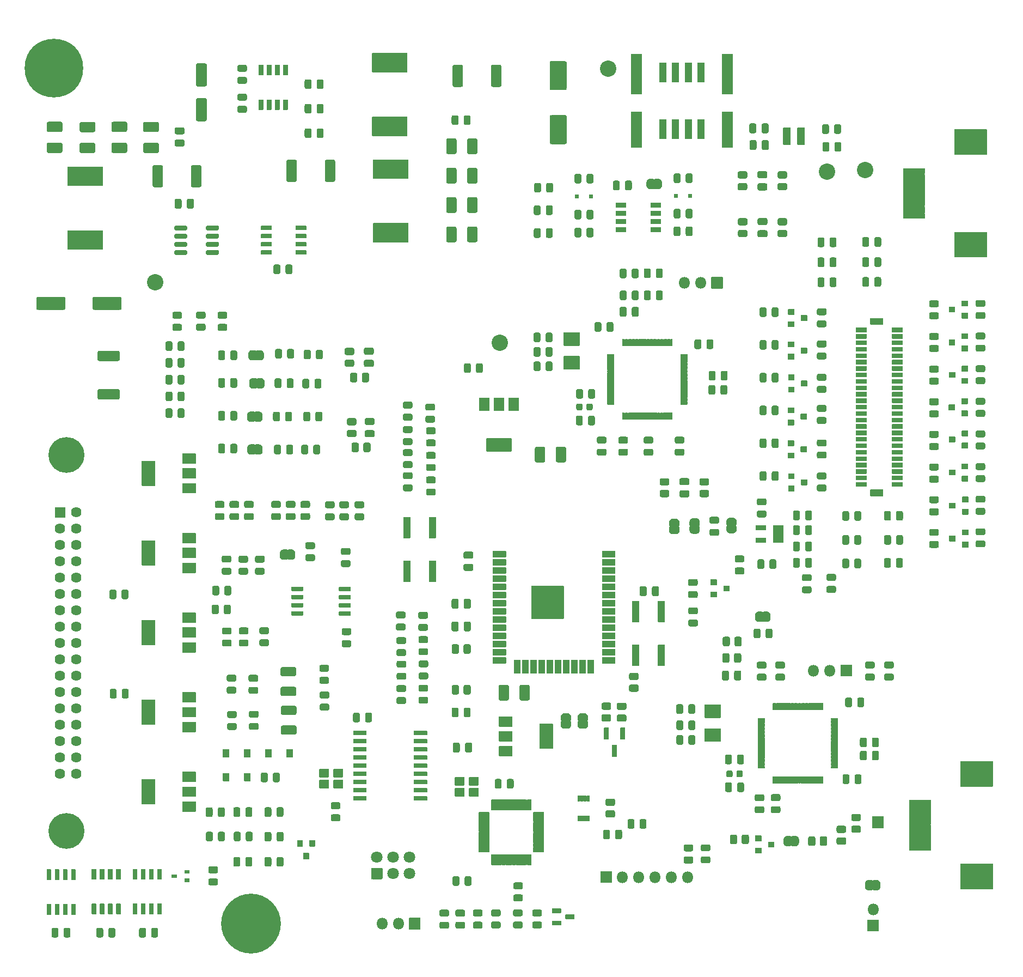
<source format=gts>
G04 #@! TF.GenerationSoftware,KiCad,Pcbnew,5.1.8-5.1.8*
G04 #@! TF.CreationDate,2022-04-25T14:02:17+03:00*
G04 #@! TF.ProjectId,auris,61757269-732e-46b6-9963-61645f706362,rev?*
G04 #@! TF.SameCoordinates,Original*
G04 #@! TF.FileFunction,Soldermask,Top*
G04 #@! TF.FilePolarity,Negative*
%FSLAX46Y46*%
G04 Gerber Fmt 4.6, Leading zero omitted, Abs format (unit mm)*
G04 Created by KiCad (PCBNEW 5.1.8-5.1.8) date 2022-04-25 14:02:17*
%MOMM*%
%LPD*%
G01*
G04 APERTURE LIST*
%ADD10C,2.000000*%
%ADD11C,2.540000*%
%ADD12C,9.102000*%
%ADD13C,9.302000*%
%ADD14O,1.802000X1.802000*%
%ADD15C,1.622000*%
%ADD16C,5.562000*%
%ADD17C,1.802000*%
G04 APERTURE END LIST*
G36*
G01*
X113986124Y-132271000D02*
X113033876Y-132271000D01*
G75*
G02*
X112759000Y-131996124I0J274876D01*
G01*
X112759000Y-131418876D01*
G75*
G02*
X113033876Y-131144000I274876J0D01*
G01*
X113986124Y-131144000D01*
G75*
G02*
X114261000Y-131418876I0J-274876D01*
G01*
X114261000Y-131996124D01*
G75*
G02*
X113986124Y-132271000I-274876J0D01*
G01*
G37*
G36*
G01*
X113986124Y-134096000D02*
X113033876Y-134096000D01*
G75*
G02*
X112759000Y-133821124I0J274876D01*
G01*
X112759000Y-133243876D01*
G75*
G02*
X113033876Y-132969000I274876J0D01*
G01*
X113986124Y-132969000D01*
G75*
G02*
X114261000Y-133243876I0J-274876D01*
G01*
X114261000Y-133821124D01*
G75*
G02*
X113986124Y-134096000I-274876J0D01*
G01*
G37*
G36*
G01*
X116376124Y-132291000D02*
X115423876Y-132291000D01*
G75*
G02*
X115149000Y-132016124I0J274876D01*
G01*
X115149000Y-131438876D01*
G75*
G02*
X115423876Y-131164000I274876J0D01*
G01*
X116376124Y-131164000D01*
G75*
G02*
X116651000Y-131438876I0J-274876D01*
G01*
X116651000Y-132016124D01*
G75*
G02*
X116376124Y-132291000I-274876J0D01*
G01*
G37*
G36*
G01*
X116376124Y-134116000D02*
X115423876Y-134116000D01*
G75*
G02*
X115149000Y-133841124I0J274876D01*
G01*
X115149000Y-133263876D01*
G75*
G02*
X115423876Y-132989000I274876J0D01*
G01*
X116376124Y-132989000D01*
G75*
G02*
X116651000Y-133263876I0J-274876D01*
G01*
X116651000Y-133841124D01*
G75*
G02*
X116376124Y-134116000I-274876J0D01*
G01*
G37*
G36*
G01*
X110961000Y-148740000D02*
X110961000Y-149540000D01*
G75*
G02*
X110910000Y-149591000I-51000J0D01*
G01*
X110610000Y-149591000D01*
G75*
G02*
X110559000Y-149540000I0J51000D01*
G01*
X110559000Y-148740000D01*
G75*
G02*
X110610000Y-148689000I51000J0D01*
G01*
X110910000Y-148689000D01*
G75*
G02*
X110961000Y-148740000I0J-51000D01*
G01*
G37*
G36*
G01*
X110461000Y-148740000D02*
X110461000Y-149540000D01*
G75*
G02*
X110410000Y-149591000I-51000J0D01*
G01*
X110110000Y-149591000D01*
G75*
G02*
X110059000Y-149540000I0J51000D01*
G01*
X110059000Y-148740000D01*
G75*
G02*
X110110000Y-148689000I51000J0D01*
G01*
X110410000Y-148689000D01*
G75*
G02*
X110461000Y-148740000I0J-51000D01*
G01*
G37*
G36*
G01*
X109961000Y-148740000D02*
X109961000Y-149540000D01*
G75*
G02*
X109910000Y-149591000I-51000J0D01*
G01*
X109610000Y-149591000D01*
G75*
G02*
X109559000Y-149540000I0J51000D01*
G01*
X109559000Y-148740000D01*
G75*
G02*
X109610000Y-148689000I51000J0D01*
G01*
X109910000Y-148689000D01*
G75*
G02*
X109961000Y-148740000I0J-51000D01*
G01*
G37*
G36*
G01*
X109461000Y-148740000D02*
X109461000Y-149540000D01*
G75*
G02*
X109410000Y-149591000I-51000J0D01*
G01*
X109110000Y-149591000D01*
G75*
G02*
X109059000Y-149540000I0J51000D01*
G01*
X109059000Y-148740000D01*
G75*
G02*
X109110000Y-148689000I51000J0D01*
G01*
X109410000Y-148689000D01*
G75*
G02*
X109461000Y-148740000I0J-51000D01*
G01*
G37*
G36*
G01*
X109461000Y-145640000D02*
X109461000Y-146440000D01*
G75*
G02*
X109410000Y-146491000I-51000J0D01*
G01*
X109110000Y-146491000D01*
G75*
G02*
X109059000Y-146440000I0J51000D01*
G01*
X109059000Y-145640000D01*
G75*
G02*
X109110000Y-145589000I51000J0D01*
G01*
X109410000Y-145589000D01*
G75*
G02*
X109461000Y-145640000I0J-51000D01*
G01*
G37*
G36*
G01*
X109961000Y-145640000D02*
X109961000Y-146440000D01*
G75*
G02*
X109910000Y-146491000I-51000J0D01*
G01*
X109610000Y-146491000D01*
G75*
G02*
X109559000Y-146440000I0J51000D01*
G01*
X109559000Y-145640000D01*
G75*
G02*
X109610000Y-145589000I51000J0D01*
G01*
X109910000Y-145589000D01*
G75*
G02*
X109961000Y-145640000I0J-51000D01*
G01*
G37*
G36*
G01*
X110461000Y-145640000D02*
X110461000Y-146440000D01*
G75*
G02*
X110410000Y-146491000I-51000J0D01*
G01*
X110110000Y-146491000D01*
G75*
G02*
X110059000Y-146440000I0J51000D01*
G01*
X110059000Y-145640000D01*
G75*
G02*
X110110000Y-145589000I51000J0D01*
G01*
X110410000Y-145589000D01*
G75*
G02*
X110461000Y-145640000I0J-51000D01*
G01*
G37*
G36*
G01*
X110961000Y-145640000D02*
X110961000Y-146440000D01*
G75*
G02*
X110910000Y-146491000I-51000J0D01*
G01*
X110610000Y-146491000D01*
G75*
G02*
X110559000Y-146440000I0J51000D01*
G01*
X110559000Y-145640000D01*
G75*
G02*
X110610000Y-145589000I51000J0D01*
G01*
X110910000Y-145589000D01*
G75*
G02*
X110961000Y-145640000I0J-51000D01*
G01*
G37*
G36*
G01*
X113663876Y-147889000D02*
X114616124Y-147889000D01*
G75*
G02*
X114891000Y-148163876I0J-274876D01*
G01*
X114891000Y-148741124D01*
G75*
G02*
X114616124Y-149016000I-274876J0D01*
G01*
X113663876Y-149016000D01*
G75*
G02*
X113389000Y-148741124I0J274876D01*
G01*
X113389000Y-148163876D01*
G75*
G02*
X113663876Y-147889000I274876J0D01*
G01*
G37*
G36*
G01*
X113663876Y-146064000D02*
X114616124Y-146064000D01*
G75*
G02*
X114891000Y-146338876I0J-274876D01*
G01*
X114891000Y-146916124D01*
G75*
G02*
X114616124Y-147191000I-274876J0D01*
G01*
X113663876Y-147191000D01*
G75*
G02*
X113389000Y-146916124I0J274876D01*
G01*
X113389000Y-146338876D01*
G75*
G02*
X113663876Y-146064000I274876J0D01*
G01*
G37*
G36*
G01*
X117891000Y-149508250D02*
X117891000Y-150471750D01*
G75*
G02*
X117621750Y-150741000I-269250J0D01*
G01*
X117083250Y-150741000D01*
G75*
G02*
X116814000Y-150471750I0J269250D01*
G01*
X116814000Y-149508250D01*
G75*
G02*
X117083250Y-149239000I269250J0D01*
G01*
X117621750Y-149239000D01*
G75*
G02*
X117891000Y-149508250I0J-269250D01*
G01*
G37*
G36*
G01*
X119766000Y-149508250D02*
X119766000Y-150471750D01*
G75*
G02*
X119496750Y-150741000I-269250J0D01*
G01*
X118958250Y-150741000D01*
G75*
G02*
X118689000Y-150471750I0J269250D01*
G01*
X118689000Y-149508250D01*
G75*
G02*
X118958250Y-149239000I269250J0D01*
G01*
X119496750Y-149239000D01*
G75*
G02*
X119766000Y-149508250I0J-269250D01*
G01*
G37*
G36*
G01*
X114091000Y-151158250D02*
X114091000Y-152121750D01*
G75*
G02*
X113821750Y-152391000I-269250J0D01*
G01*
X113283250Y-152391000D01*
G75*
G02*
X113014000Y-152121750I0J269250D01*
G01*
X113014000Y-151158250D01*
G75*
G02*
X113283250Y-150889000I269250J0D01*
G01*
X113821750Y-150889000D01*
G75*
G02*
X114091000Y-151158250I0J-269250D01*
G01*
G37*
G36*
G01*
X115966000Y-151158250D02*
X115966000Y-152121750D01*
G75*
G02*
X115696750Y-152391000I-269250J0D01*
G01*
X115158250Y-152391000D01*
G75*
G02*
X114889000Y-152121750I0J269250D01*
G01*
X114889000Y-151158250D01*
G75*
G02*
X115158250Y-150889000I269250J0D01*
G01*
X115696750Y-150889000D01*
G75*
G02*
X115966000Y-151158250I0J-269250D01*
G01*
G37*
G36*
G01*
X152836124Y-149561000D02*
X151883876Y-149561000D01*
G75*
G02*
X151609000Y-149286124I0J274876D01*
G01*
X151609000Y-148708876D01*
G75*
G02*
X151883876Y-148434000I274876J0D01*
G01*
X152836124Y-148434000D01*
G75*
G02*
X153111000Y-148708876I0J-274876D01*
G01*
X153111000Y-149286124D01*
G75*
G02*
X152836124Y-149561000I-274876J0D01*
G01*
G37*
G36*
G01*
X152836124Y-151386000D02*
X151883876Y-151386000D01*
G75*
G02*
X151609000Y-151111124I0J274876D01*
G01*
X151609000Y-150533876D01*
G75*
G02*
X151883876Y-150259000I274876J0D01*
G01*
X152836124Y-150259000D01*
G75*
G02*
X153111000Y-150533876I0J-274876D01*
G01*
X153111000Y-151111124D01*
G75*
G02*
X152836124Y-151386000I-274876J0D01*
G01*
G37*
G36*
G01*
X150546124Y-151401000D02*
X149593876Y-151401000D01*
G75*
G02*
X149319000Y-151126124I0J274876D01*
G01*
X149319000Y-150548876D01*
G75*
G02*
X149593876Y-150274000I274876J0D01*
G01*
X150546124Y-150274000D01*
G75*
G02*
X150821000Y-150548876I0J-274876D01*
G01*
X150821000Y-151126124D01*
G75*
G02*
X150546124Y-151401000I-274876J0D01*
G01*
G37*
G36*
G01*
X150546124Y-153226000D02*
X149593876Y-153226000D01*
G75*
G02*
X149319000Y-152951124I0J274876D01*
G01*
X149319000Y-152373876D01*
G75*
G02*
X149593876Y-152099000I274876J0D01*
G01*
X150546124Y-152099000D01*
G75*
G02*
X150821000Y-152373876I0J-274876D01*
G01*
X150821000Y-152951124D01*
G75*
G02*
X150546124Y-153226000I-274876J0D01*
G01*
G37*
G36*
G01*
X146031000Y-152193876D02*
X146031000Y-153146124D01*
G75*
G02*
X145756124Y-153421000I-274876J0D01*
G01*
X145178876Y-153421000D01*
G75*
G02*
X144904000Y-153146124I0J274876D01*
G01*
X144904000Y-152193876D01*
G75*
G02*
X145178876Y-151919000I274876J0D01*
G01*
X145756124Y-151919000D01*
G75*
G02*
X146031000Y-152193876I0J-274876D01*
G01*
G37*
G36*
G01*
X147856000Y-152193876D02*
X147856000Y-153146124D01*
G75*
G02*
X147581124Y-153421000I-274876J0D01*
G01*
X147003876Y-153421000D01*
G75*
G02*
X146729000Y-153146124I0J274876D01*
G01*
X146729000Y-152193876D01*
G75*
G02*
X147003876Y-151919000I274876J0D01*
G01*
X147581124Y-151919000D01*
G75*
G02*
X147856000Y-152193876I0J-274876D01*
G01*
G37*
G36*
G01*
X133871000Y-151923876D02*
X133871000Y-152876124D01*
G75*
G02*
X133596124Y-153151000I-274876J0D01*
G01*
X133018876Y-153151000D01*
G75*
G02*
X132744000Y-152876124I0J274876D01*
G01*
X132744000Y-151923876D01*
G75*
G02*
X133018876Y-151649000I274876J0D01*
G01*
X133596124Y-151649000D01*
G75*
G02*
X133871000Y-151923876I0J-274876D01*
G01*
G37*
G36*
G01*
X135696000Y-151923876D02*
X135696000Y-152876124D01*
G75*
G02*
X135421124Y-153151000I-274876J0D01*
G01*
X134843876Y-153151000D01*
G75*
G02*
X134569000Y-152876124I0J274876D01*
G01*
X134569000Y-151923876D01*
G75*
G02*
X134843876Y-151649000I274876J0D01*
G01*
X135421124Y-151649000D01*
G75*
G02*
X135696000Y-151923876I0J-274876D01*
G01*
G37*
G36*
G01*
X138659000Y-153600000D02*
X138659000Y-152800000D01*
G75*
G02*
X138710000Y-152749000I51000J0D01*
G01*
X139610000Y-152749000D01*
G75*
G02*
X139661000Y-152800000I0J-51000D01*
G01*
X139661000Y-153600000D01*
G75*
G02*
X139610000Y-153651000I-51000J0D01*
G01*
X138710000Y-153651000D01*
G75*
G02*
X138659000Y-153600000I0J51000D01*
G01*
G37*
G36*
G01*
X136659000Y-154550000D02*
X136659000Y-153750000D01*
G75*
G02*
X136710000Y-153699000I51000J0D01*
G01*
X137610000Y-153699000D01*
G75*
G02*
X137661000Y-153750000I0J-51000D01*
G01*
X137661000Y-154550000D01*
G75*
G02*
X137610000Y-154601000I-51000J0D01*
G01*
X136710000Y-154601000D01*
G75*
G02*
X136659000Y-154550000I0J51000D01*
G01*
G37*
G36*
G01*
X136659000Y-152650000D02*
X136659000Y-151850000D01*
G75*
G02*
X136710000Y-151799000I51000J0D01*
G01*
X137610000Y-151799000D01*
G75*
G02*
X137661000Y-151850000I0J-51000D01*
G01*
X137661000Y-152650000D01*
G75*
G02*
X137610000Y-152701000I-51000J0D01*
G01*
X136710000Y-152701000D01*
G75*
G02*
X136659000Y-152650000I0J51000D01*
G01*
G37*
D10*
G36*
X142936112Y-151869602D02*
G01*
X142954534Y-151869602D01*
X142959533Y-151869848D01*
X143008364Y-151874658D01*
X143013314Y-151875392D01*
X143061439Y-151884964D01*
X143066295Y-151886180D01*
X143113250Y-151900424D01*
X143117961Y-151902110D01*
X143163294Y-151920887D01*
X143167820Y-151923027D01*
X143211093Y-151946158D01*
X143215384Y-151948731D01*
X143256183Y-151975991D01*
X143260204Y-151978973D01*
X143298133Y-152010101D01*
X143301841Y-152013462D01*
X143336538Y-152048159D01*
X143339899Y-152051867D01*
X143371027Y-152089796D01*
X143374009Y-152093817D01*
X143401269Y-152134616D01*
X143403842Y-152138907D01*
X143426973Y-152182180D01*
X143429113Y-152186706D01*
X143447890Y-152232039D01*
X143449576Y-152236750D01*
X143463820Y-152283705D01*
X143465036Y-152288561D01*
X143474608Y-152336686D01*
X143475342Y-152341636D01*
X143480152Y-152390467D01*
X143480398Y-152395466D01*
X143480398Y-152413888D01*
X143481000Y-152420000D01*
X143481000Y-152920000D01*
X143480398Y-152926112D01*
X143480398Y-152944534D01*
X143480152Y-152949533D01*
X143475342Y-152998364D01*
X143474608Y-153003314D01*
X143465036Y-153051439D01*
X143463820Y-153056295D01*
X143449576Y-153103250D01*
X143447890Y-153107961D01*
X143429113Y-153153294D01*
X143426973Y-153157820D01*
X143403842Y-153201093D01*
X143401269Y-153205384D01*
X143374009Y-153246183D01*
X143371027Y-153250204D01*
X143339899Y-153288133D01*
X143336538Y-153291841D01*
X143301841Y-153326538D01*
X143298133Y-153329899D01*
X143260204Y-153361027D01*
X143256183Y-153364009D01*
X143215384Y-153391269D01*
X143211093Y-153393842D01*
X143167820Y-153416973D01*
X143163294Y-153419113D01*
X143117961Y-153437890D01*
X143113250Y-153439576D01*
X143066295Y-153453820D01*
X143061439Y-153455036D01*
X143013314Y-153464608D01*
X143008364Y-153465342D01*
X142959533Y-153470152D01*
X142954534Y-153470398D01*
X142936112Y-153470398D01*
X142930000Y-153471000D01*
X142430000Y-153471000D01*
X142420050Y-153470020D01*
X142410483Y-153467118D01*
X142401666Y-153462405D01*
X142393938Y-153456062D01*
X142387595Y-153448334D01*
X142382882Y-153439517D01*
X142379980Y-153429950D01*
X142379000Y-153420000D01*
X142379000Y-151920000D01*
X142379980Y-151910050D01*
X142382882Y-151900483D01*
X142387595Y-151891666D01*
X142393938Y-151883938D01*
X142401666Y-151877595D01*
X142410483Y-151872882D01*
X142420050Y-151869980D01*
X142430000Y-151869000D01*
X142930000Y-151869000D01*
X142936112Y-151869602D01*
G37*
G36*
X142139950Y-151869980D02*
G01*
X142149517Y-151872882D01*
X142158334Y-151877595D01*
X142166062Y-151883938D01*
X142172405Y-151891666D01*
X142177118Y-151900483D01*
X142180020Y-151910050D01*
X142181000Y-151920000D01*
X142181000Y-153420000D01*
X142180020Y-153429950D01*
X142177118Y-153439517D01*
X142172405Y-153448334D01*
X142166062Y-153456062D01*
X142158334Y-153462405D01*
X142149517Y-153467118D01*
X142139950Y-153470020D01*
X142130000Y-153471000D01*
X141630000Y-153471000D01*
X141623888Y-153470398D01*
X141605466Y-153470398D01*
X141600467Y-153470152D01*
X141551636Y-153465342D01*
X141546686Y-153464608D01*
X141498561Y-153455036D01*
X141493705Y-153453820D01*
X141446750Y-153439576D01*
X141442039Y-153437890D01*
X141396706Y-153419113D01*
X141392180Y-153416973D01*
X141348907Y-153393842D01*
X141344616Y-153391269D01*
X141303817Y-153364009D01*
X141299796Y-153361027D01*
X141261867Y-153329899D01*
X141258159Y-153326538D01*
X141223462Y-153291841D01*
X141220101Y-153288133D01*
X141188973Y-153250204D01*
X141185991Y-153246183D01*
X141158731Y-153205384D01*
X141156158Y-153201093D01*
X141133027Y-153157820D01*
X141130887Y-153153294D01*
X141112110Y-153107961D01*
X141110424Y-153103250D01*
X141096180Y-153056295D01*
X141094964Y-153051439D01*
X141085392Y-153003314D01*
X141084658Y-152998364D01*
X141079848Y-152949533D01*
X141079602Y-152944534D01*
X141079602Y-152926112D01*
X141079000Y-152920000D01*
X141079000Y-152420000D01*
X141079602Y-152413888D01*
X141079602Y-152395466D01*
X141079848Y-152390467D01*
X141084658Y-152341636D01*
X141085392Y-152336686D01*
X141094964Y-152288561D01*
X141096180Y-152283705D01*
X141110424Y-152236750D01*
X141112110Y-152232039D01*
X141130887Y-152186706D01*
X141133027Y-152182180D01*
X141156158Y-152138907D01*
X141158731Y-152134616D01*
X141185991Y-152093817D01*
X141188973Y-152089796D01*
X141220101Y-152051867D01*
X141223462Y-152048159D01*
X141258159Y-152013462D01*
X141261867Y-152010101D01*
X141299796Y-151978973D01*
X141303817Y-151975991D01*
X141344616Y-151948731D01*
X141348907Y-151946158D01*
X141392180Y-151923027D01*
X141396706Y-151920887D01*
X141442039Y-151902110D01*
X141446750Y-151900424D01*
X141493705Y-151886180D01*
X141498561Y-151884964D01*
X141546686Y-151875392D01*
X141551636Y-151874658D01*
X141600467Y-151869848D01*
X141605466Y-151869602D01*
X141623888Y-151869602D01*
X141630000Y-151869000D01*
X142130000Y-151869000D01*
X142139950Y-151869980D01*
G37*
G36*
G01*
X116681000Y-69929500D02*
X116681000Y-70930500D01*
G75*
G02*
X116405500Y-71206000I-275500J0D01*
G01*
X115854500Y-71206000D01*
G75*
G02*
X115579000Y-70930500I0J275500D01*
G01*
X115579000Y-69929500D01*
G75*
G02*
X115854500Y-69654000I275500J0D01*
G01*
X116405500Y-69654000D01*
G75*
G02*
X116681000Y-69929500I0J-275500D01*
G01*
G37*
G36*
G01*
X118581000Y-69929500D02*
X118581000Y-70930500D01*
G75*
G02*
X118305500Y-71206000I-275500J0D01*
G01*
X117754500Y-71206000D01*
G75*
G02*
X117479000Y-70930500I0J275500D01*
G01*
X117479000Y-69929500D01*
G75*
G02*
X117754500Y-69654000I275500J0D01*
G01*
X118305500Y-69654000D01*
G75*
G02*
X118581000Y-69929500I0J-275500D01*
G01*
G37*
G36*
X128060398Y-104366112D02*
G01*
X128060398Y-104384534D01*
X128060152Y-104389533D01*
X128055342Y-104438364D01*
X128054608Y-104443314D01*
X128045036Y-104491439D01*
X128043820Y-104496295D01*
X128029576Y-104543250D01*
X128027890Y-104547961D01*
X128009113Y-104593294D01*
X128006973Y-104597820D01*
X127983842Y-104641093D01*
X127981269Y-104645384D01*
X127954009Y-104686183D01*
X127951027Y-104690204D01*
X127919899Y-104728133D01*
X127916538Y-104731841D01*
X127881841Y-104766538D01*
X127878133Y-104769899D01*
X127840204Y-104801027D01*
X127836183Y-104804009D01*
X127795384Y-104831269D01*
X127791093Y-104833842D01*
X127747820Y-104856973D01*
X127743294Y-104859113D01*
X127697961Y-104877890D01*
X127693250Y-104879576D01*
X127646295Y-104893820D01*
X127641439Y-104895036D01*
X127593314Y-104904608D01*
X127588364Y-104905342D01*
X127539533Y-104910152D01*
X127534534Y-104910398D01*
X127516112Y-104910398D01*
X127510000Y-104911000D01*
X127010000Y-104911000D01*
X127003888Y-104910398D01*
X126985466Y-104910398D01*
X126980467Y-104910152D01*
X126931636Y-104905342D01*
X126926686Y-104904608D01*
X126878561Y-104895036D01*
X126873705Y-104893820D01*
X126826750Y-104879576D01*
X126822039Y-104877890D01*
X126776706Y-104859113D01*
X126772180Y-104856973D01*
X126728907Y-104833842D01*
X126724616Y-104831269D01*
X126683817Y-104804009D01*
X126679796Y-104801027D01*
X126641867Y-104769899D01*
X126638159Y-104766538D01*
X126603462Y-104731841D01*
X126600101Y-104728133D01*
X126568973Y-104690204D01*
X126565991Y-104686183D01*
X126538731Y-104645384D01*
X126536158Y-104641093D01*
X126513027Y-104597820D01*
X126510887Y-104593294D01*
X126492110Y-104547961D01*
X126490424Y-104543250D01*
X126476180Y-104496295D01*
X126474964Y-104491439D01*
X126465392Y-104443314D01*
X126464658Y-104438364D01*
X126459848Y-104389533D01*
X126459602Y-104384534D01*
X126459602Y-104366112D01*
X126459000Y-104360000D01*
X126459000Y-103860000D01*
X126459980Y-103850050D01*
X126462882Y-103840483D01*
X126467595Y-103831666D01*
X126473938Y-103823938D01*
X126481666Y-103817595D01*
X126490483Y-103812882D01*
X126500050Y-103809980D01*
X126510000Y-103809000D01*
X128010000Y-103809000D01*
X128019950Y-103809980D01*
X128029517Y-103812882D01*
X128038334Y-103817595D01*
X128046062Y-103823938D01*
X128052405Y-103831666D01*
X128057118Y-103840483D01*
X128060020Y-103850050D01*
X128061000Y-103860000D01*
X128061000Y-104360000D01*
X128060398Y-104366112D01*
G37*
G36*
X128060020Y-103569950D02*
G01*
X128057118Y-103579517D01*
X128052405Y-103588334D01*
X128046062Y-103596062D01*
X128038334Y-103602405D01*
X128029517Y-103607118D01*
X128019950Y-103610020D01*
X128010000Y-103611000D01*
X126510000Y-103611000D01*
X126500050Y-103610020D01*
X126490483Y-103607118D01*
X126481666Y-103602405D01*
X126473938Y-103596062D01*
X126467595Y-103588334D01*
X126462882Y-103579517D01*
X126459980Y-103569950D01*
X126459000Y-103560000D01*
X126459000Y-103060000D01*
X126459602Y-103053888D01*
X126459602Y-103035466D01*
X126459848Y-103030467D01*
X126464658Y-102981636D01*
X126465392Y-102976686D01*
X126474964Y-102928561D01*
X126476180Y-102923705D01*
X126490424Y-102876750D01*
X126492110Y-102872039D01*
X126510887Y-102826706D01*
X126513027Y-102822180D01*
X126536158Y-102778907D01*
X126538731Y-102774616D01*
X126565991Y-102733817D01*
X126568973Y-102729796D01*
X126600101Y-102691867D01*
X126603462Y-102688159D01*
X126638159Y-102653462D01*
X126641867Y-102650101D01*
X126679796Y-102618973D01*
X126683817Y-102615991D01*
X126724616Y-102588731D01*
X126728907Y-102586158D01*
X126772180Y-102563027D01*
X126776706Y-102560887D01*
X126822039Y-102542110D01*
X126826750Y-102540424D01*
X126873705Y-102526180D01*
X126878561Y-102524964D01*
X126926686Y-102515392D01*
X126931636Y-102514658D01*
X126980467Y-102509848D01*
X126985466Y-102509602D01*
X127003888Y-102509602D01*
X127010000Y-102509000D01*
X127510000Y-102509000D01*
X127516112Y-102509602D01*
X127534534Y-102509602D01*
X127539533Y-102509848D01*
X127588364Y-102514658D01*
X127593314Y-102515392D01*
X127641439Y-102524964D01*
X127646295Y-102526180D01*
X127693250Y-102540424D01*
X127697961Y-102542110D01*
X127743294Y-102560887D01*
X127747820Y-102563027D01*
X127791093Y-102586158D01*
X127795384Y-102588731D01*
X127836183Y-102615991D01*
X127840204Y-102618973D01*
X127878133Y-102650101D01*
X127881841Y-102653462D01*
X127916538Y-102688159D01*
X127919899Y-102691867D01*
X127951027Y-102729796D01*
X127954009Y-102733817D01*
X127981269Y-102774616D01*
X127983842Y-102778907D01*
X128006973Y-102822180D01*
X128009113Y-102826706D01*
X128027890Y-102872039D01*
X128029576Y-102876750D01*
X128043820Y-102923705D01*
X128045036Y-102928561D01*
X128054608Y-102976686D01*
X128055342Y-102981636D01*
X128060152Y-103030467D01*
X128060398Y-103035466D01*
X128060398Y-103053888D01*
X128061000Y-103060000D01*
X128061000Y-103560000D01*
X128060020Y-103569950D01*
G37*
G36*
X124890398Y-104436112D02*
G01*
X124890398Y-104454534D01*
X124890152Y-104459533D01*
X124885342Y-104508364D01*
X124884608Y-104513314D01*
X124875036Y-104561439D01*
X124873820Y-104566295D01*
X124859576Y-104613250D01*
X124857890Y-104617961D01*
X124839113Y-104663294D01*
X124836973Y-104667820D01*
X124813842Y-104711093D01*
X124811269Y-104715384D01*
X124784009Y-104756183D01*
X124781027Y-104760204D01*
X124749899Y-104798133D01*
X124746538Y-104801841D01*
X124711841Y-104836538D01*
X124708133Y-104839899D01*
X124670204Y-104871027D01*
X124666183Y-104874009D01*
X124625384Y-104901269D01*
X124621093Y-104903842D01*
X124577820Y-104926973D01*
X124573294Y-104929113D01*
X124527961Y-104947890D01*
X124523250Y-104949576D01*
X124476295Y-104963820D01*
X124471439Y-104965036D01*
X124423314Y-104974608D01*
X124418364Y-104975342D01*
X124369533Y-104980152D01*
X124364534Y-104980398D01*
X124346112Y-104980398D01*
X124340000Y-104981000D01*
X123840000Y-104981000D01*
X123833888Y-104980398D01*
X123815466Y-104980398D01*
X123810467Y-104980152D01*
X123761636Y-104975342D01*
X123756686Y-104974608D01*
X123708561Y-104965036D01*
X123703705Y-104963820D01*
X123656750Y-104949576D01*
X123652039Y-104947890D01*
X123606706Y-104929113D01*
X123602180Y-104926973D01*
X123558907Y-104903842D01*
X123554616Y-104901269D01*
X123513817Y-104874009D01*
X123509796Y-104871027D01*
X123471867Y-104839899D01*
X123468159Y-104836538D01*
X123433462Y-104801841D01*
X123430101Y-104798133D01*
X123398973Y-104760204D01*
X123395991Y-104756183D01*
X123368731Y-104715384D01*
X123366158Y-104711093D01*
X123343027Y-104667820D01*
X123340887Y-104663294D01*
X123322110Y-104617961D01*
X123320424Y-104613250D01*
X123306180Y-104566295D01*
X123304964Y-104561439D01*
X123295392Y-104513314D01*
X123294658Y-104508364D01*
X123289848Y-104459533D01*
X123289602Y-104454534D01*
X123289602Y-104436112D01*
X123289000Y-104430000D01*
X123289000Y-103930000D01*
X123289980Y-103920050D01*
X123292882Y-103910483D01*
X123297595Y-103901666D01*
X123303938Y-103893938D01*
X123311666Y-103887595D01*
X123320483Y-103882882D01*
X123330050Y-103879980D01*
X123340000Y-103879000D01*
X124840000Y-103879000D01*
X124849950Y-103879980D01*
X124859517Y-103882882D01*
X124868334Y-103887595D01*
X124876062Y-103893938D01*
X124882405Y-103901666D01*
X124887118Y-103910483D01*
X124890020Y-103920050D01*
X124891000Y-103930000D01*
X124891000Y-104430000D01*
X124890398Y-104436112D01*
G37*
G36*
X124890020Y-103639950D02*
G01*
X124887118Y-103649517D01*
X124882405Y-103658334D01*
X124876062Y-103666062D01*
X124868334Y-103672405D01*
X124859517Y-103677118D01*
X124849950Y-103680020D01*
X124840000Y-103681000D01*
X123340000Y-103681000D01*
X123330050Y-103680020D01*
X123320483Y-103677118D01*
X123311666Y-103672405D01*
X123303938Y-103666062D01*
X123297595Y-103658334D01*
X123292882Y-103649517D01*
X123289980Y-103639950D01*
X123289000Y-103630000D01*
X123289000Y-103130000D01*
X123289602Y-103123888D01*
X123289602Y-103105466D01*
X123289848Y-103100467D01*
X123294658Y-103051636D01*
X123295392Y-103046686D01*
X123304964Y-102998561D01*
X123306180Y-102993705D01*
X123320424Y-102946750D01*
X123322110Y-102942039D01*
X123340887Y-102896706D01*
X123343027Y-102892180D01*
X123366158Y-102848907D01*
X123368731Y-102844616D01*
X123395991Y-102803817D01*
X123398973Y-102799796D01*
X123430101Y-102761867D01*
X123433462Y-102758159D01*
X123468159Y-102723462D01*
X123471867Y-102720101D01*
X123509796Y-102688973D01*
X123513817Y-102685991D01*
X123554616Y-102658731D01*
X123558907Y-102656158D01*
X123602180Y-102633027D01*
X123606706Y-102630887D01*
X123652039Y-102612110D01*
X123656750Y-102610424D01*
X123703705Y-102596180D01*
X123708561Y-102594964D01*
X123756686Y-102585392D01*
X123761636Y-102584658D01*
X123810467Y-102579848D01*
X123815466Y-102579602D01*
X123833888Y-102579602D01*
X123840000Y-102579000D01*
X124340000Y-102579000D01*
X124346112Y-102579602D01*
X124364534Y-102579602D01*
X124369533Y-102579848D01*
X124418364Y-102584658D01*
X124423314Y-102585392D01*
X124471439Y-102594964D01*
X124476295Y-102596180D01*
X124523250Y-102610424D01*
X124527961Y-102612110D01*
X124573294Y-102630887D01*
X124577820Y-102633027D01*
X124621093Y-102656158D01*
X124625384Y-102658731D01*
X124666183Y-102685991D01*
X124670204Y-102688973D01*
X124708133Y-102720101D01*
X124711841Y-102723462D01*
X124746538Y-102758159D01*
X124749899Y-102761867D01*
X124781027Y-102799796D01*
X124784009Y-102803817D01*
X124811269Y-102844616D01*
X124813842Y-102848907D01*
X124836973Y-102892180D01*
X124839113Y-102896706D01*
X124857890Y-102942039D01*
X124859576Y-102946750D01*
X124873820Y-102993705D01*
X124875036Y-102998561D01*
X124884608Y-103046686D01*
X124885342Y-103051636D01*
X124890152Y-103100467D01*
X124890398Y-103105466D01*
X124890398Y-103123888D01*
X124891000Y-103130000D01*
X124891000Y-103630000D01*
X124890020Y-103639950D01*
G37*
G36*
G01*
X137491000Y-119918250D02*
X137491000Y-120881750D01*
G75*
G02*
X137221750Y-121151000I-269250J0D01*
G01*
X136683250Y-121151000D01*
G75*
G02*
X136414000Y-120881750I0J269250D01*
G01*
X136414000Y-119918250D01*
G75*
G02*
X136683250Y-119649000I269250J0D01*
G01*
X137221750Y-119649000D01*
G75*
G02*
X137491000Y-119918250I0J-269250D01*
G01*
G37*
G36*
G01*
X139366000Y-119918250D02*
X139366000Y-120881750D01*
G75*
G02*
X139096750Y-121151000I-269250J0D01*
G01*
X138558250Y-121151000D01*
G75*
G02*
X138289000Y-120881750I0J269250D01*
G01*
X138289000Y-119918250D01*
G75*
G02*
X138558250Y-119649000I269250J0D01*
G01*
X139096750Y-119649000D01*
G75*
G02*
X139366000Y-119918250I0J-269250D01*
G01*
G37*
G36*
X109063602Y-133351888D02*
G01*
X109063602Y-133333466D01*
X109063848Y-133328467D01*
X109068658Y-133279636D01*
X109069392Y-133274686D01*
X109078964Y-133226561D01*
X109080180Y-133221705D01*
X109094424Y-133174750D01*
X109096110Y-133170039D01*
X109114887Y-133124706D01*
X109117027Y-133120180D01*
X109140158Y-133076907D01*
X109142731Y-133072616D01*
X109169991Y-133031817D01*
X109172973Y-133027796D01*
X109204101Y-132989867D01*
X109207462Y-132986159D01*
X109242159Y-132951462D01*
X109245867Y-132948101D01*
X109283796Y-132916973D01*
X109287817Y-132913991D01*
X109328616Y-132886731D01*
X109332907Y-132884158D01*
X109376180Y-132861027D01*
X109380706Y-132858887D01*
X109426039Y-132840110D01*
X109430750Y-132838424D01*
X109477705Y-132824180D01*
X109482561Y-132822964D01*
X109530686Y-132813392D01*
X109535636Y-132812658D01*
X109584467Y-132807848D01*
X109589466Y-132807602D01*
X109607888Y-132807602D01*
X109614000Y-132807000D01*
X110114000Y-132807000D01*
X110120112Y-132807602D01*
X110138534Y-132807602D01*
X110143533Y-132807848D01*
X110192364Y-132812658D01*
X110197314Y-132813392D01*
X110245439Y-132822964D01*
X110250295Y-132824180D01*
X110297250Y-132838424D01*
X110301961Y-132840110D01*
X110347294Y-132858887D01*
X110351820Y-132861027D01*
X110395093Y-132884158D01*
X110399384Y-132886731D01*
X110440183Y-132913991D01*
X110444204Y-132916973D01*
X110482133Y-132948101D01*
X110485841Y-132951462D01*
X110520538Y-132986159D01*
X110523899Y-132989867D01*
X110555027Y-133027796D01*
X110558009Y-133031817D01*
X110585269Y-133072616D01*
X110587842Y-133076907D01*
X110610973Y-133120180D01*
X110613113Y-133124706D01*
X110631890Y-133170039D01*
X110633576Y-133174750D01*
X110647820Y-133221705D01*
X110649036Y-133226561D01*
X110658608Y-133274686D01*
X110659342Y-133279636D01*
X110664152Y-133328467D01*
X110664398Y-133333466D01*
X110664398Y-133351888D01*
X110665000Y-133358000D01*
X110665000Y-133858000D01*
X110664020Y-133867950D01*
X110661118Y-133877517D01*
X110656405Y-133886334D01*
X110650062Y-133894062D01*
X110642334Y-133900405D01*
X110633517Y-133905118D01*
X110623950Y-133908020D01*
X110614000Y-133909000D01*
X109114000Y-133909000D01*
X109104050Y-133908020D01*
X109094483Y-133905118D01*
X109085666Y-133900405D01*
X109077938Y-133894062D01*
X109071595Y-133886334D01*
X109066882Y-133877517D01*
X109063980Y-133867950D01*
X109063000Y-133858000D01*
X109063000Y-133358000D01*
X109063602Y-133351888D01*
G37*
G36*
X109063980Y-134148050D02*
G01*
X109066882Y-134138483D01*
X109071595Y-134129666D01*
X109077938Y-134121938D01*
X109085666Y-134115595D01*
X109094483Y-134110882D01*
X109104050Y-134107980D01*
X109114000Y-134107000D01*
X110614000Y-134107000D01*
X110623950Y-134107980D01*
X110633517Y-134110882D01*
X110642334Y-134115595D01*
X110650062Y-134121938D01*
X110656405Y-134129666D01*
X110661118Y-134138483D01*
X110664020Y-134148050D01*
X110665000Y-134158000D01*
X110665000Y-134658000D01*
X110664398Y-134664112D01*
X110664398Y-134682534D01*
X110664152Y-134687533D01*
X110659342Y-134736364D01*
X110658608Y-134741314D01*
X110649036Y-134789439D01*
X110647820Y-134794295D01*
X110633576Y-134841250D01*
X110631890Y-134845961D01*
X110613113Y-134891294D01*
X110610973Y-134895820D01*
X110587842Y-134939093D01*
X110585269Y-134943384D01*
X110558009Y-134984183D01*
X110555027Y-134988204D01*
X110523899Y-135026133D01*
X110520538Y-135029841D01*
X110485841Y-135064538D01*
X110482133Y-135067899D01*
X110444204Y-135099027D01*
X110440183Y-135102009D01*
X110399384Y-135129269D01*
X110395093Y-135131842D01*
X110351820Y-135154973D01*
X110347294Y-135157113D01*
X110301961Y-135175890D01*
X110297250Y-135177576D01*
X110250295Y-135191820D01*
X110245439Y-135193036D01*
X110197314Y-135202608D01*
X110192364Y-135203342D01*
X110143533Y-135208152D01*
X110138534Y-135208398D01*
X110120112Y-135208398D01*
X110114000Y-135209000D01*
X109614000Y-135209000D01*
X109607888Y-135208398D01*
X109589466Y-135208398D01*
X109584467Y-135208152D01*
X109535636Y-135203342D01*
X109530686Y-135202608D01*
X109482561Y-135193036D01*
X109477705Y-135191820D01*
X109430750Y-135177576D01*
X109426039Y-135175890D01*
X109380706Y-135157113D01*
X109376180Y-135154973D01*
X109332907Y-135131842D01*
X109328616Y-135129269D01*
X109287817Y-135102009D01*
X109283796Y-135099027D01*
X109245867Y-135067899D01*
X109242159Y-135064538D01*
X109207462Y-135029841D01*
X109204101Y-135026133D01*
X109172973Y-134988204D01*
X109169991Y-134984183D01*
X109142731Y-134943384D01*
X109140158Y-134939093D01*
X109117027Y-134895820D01*
X109114887Y-134891294D01*
X109096110Y-134845961D01*
X109094424Y-134841250D01*
X109080180Y-134794295D01*
X109078964Y-134789439D01*
X109069392Y-134741314D01*
X109068658Y-134736364D01*
X109063848Y-134687533D01*
X109063602Y-134682534D01*
X109063602Y-134664112D01*
X109063000Y-134658000D01*
X109063000Y-134158000D01*
X109063980Y-134148050D01*
G37*
G36*
X106433602Y-133351888D02*
G01*
X106433602Y-133333466D01*
X106433848Y-133328467D01*
X106438658Y-133279636D01*
X106439392Y-133274686D01*
X106448964Y-133226561D01*
X106450180Y-133221705D01*
X106464424Y-133174750D01*
X106466110Y-133170039D01*
X106484887Y-133124706D01*
X106487027Y-133120180D01*
X106510158Y-133076907D01*
X106512731Y-133072616D01*
X106539991Y-133031817D01*
X106542973Y-133027796D01*
X106574101Y-132989867D01*
X106577462Y-132986159D01*
X106612159Y-132951462D01*
X106615867Y-132948101D01*
X106653796Y-132916973D01*
X106657817Y-132913991D01*
X106698616Y-132886731D01*
X106702907Y-132884158D01*
X106746180Y-132861027D01*
X106750706Y-132858887D01*
X106796039Y-132840110D01*
X106800750Y-132838424D01*
X106847705Y-132824180D01*
X106852561Y-132822964D01*
X106900686Y-132813392D01*
X106905636Y-132812658D01*
X106954467Y-132807848D01*
X106959466Y-132807602D01*
X106977888Y-132807602D01*
X106984000Y-132807000D01*
X107484000Y-132807000D01*
X107490112Y-132807602D01*
X107508534Y-132807602D01*
X107513533Y-132807848D01*
X107562364Y-132812658D01*
X107567314Y-132813392D01*
X107615439Y-132822964D01*
X107620295Y-132824180D01*
X107667250Y-132838424D01*
X107671961Y-132840110D01*
X107717294Y-132858887D01*
X107721820Y-132861027D01*
X107765093Y-132884158D01*
X107769384Y-132886731D01*
X107810183Y-132913991D01*
X107814204Y-132916973D01*
X107852133Y-132948101D01*
X107855841Y-132951462D01*
X107890538Y-132986159D01*
X107893899Y-132989867D01*
X107925027Y-133027796D01*
X107928009Y-133031817D01*
X107955269Y-133072616D01*
X107957842Y-133076907D01*
X107980973Y-133120180D01*
X107983113Y-133124706D01*
X108001890Y-133170039D01*
X108003576Y-133174750D01*
X108017820Y-133221705D01*
X108019036Y-133226561D01*
X108028608Y-133274686D01*
X108029342Y-133279636D01*
X108034152Y-133328467D01*
X108034398Y-133333466D01*
X108034398Y-133351888D01*
X108035000Y-133358000D01*
X108035000Y-133858000D01*
X108034020Y-133867950D01*
X108031118Y-133877517D01*
X108026405Y-133886334D01*
X108020062Y-133894062D01*
X108012334Y-133900405D01*
X108003517Y-133905118D01*
X107993950Y-133908020D01*
X107984000Y-133909000D01*
X106484000Y-133909000D01*
X106474050Y-133908020D01*
X106464483Y-133905118D01*
X106455666Y-133900405D01*
X106447938Y-133894062D01*
X106441595Y-133886334D01*
X106436882Y-133877517D01*
X106433980Y-133867950D01*
X106433000Y-133858000D01*
X106433000Y-133358000D01*
X106433602Y-133351888D01*
G37*
G36*
X106433980Y-134148050D02*
G01*
X106436882Y-134138483D01*
X106441595Y-134129666D01*
X106447938Y-134121938D01*
X106455666Y-134115595D01*
X106464483Y-134110882D01*
X106474050Y-134107980D01*
X106484000Y-134107000D01*
X107984000Y-134107000D01*
X107993950Y-134107980D01*
X108003517Y-134110882D01*
X108012334Y-134115595D01*
X108020062Y-134121938D01*
X108026405Y-134129666D01*
X108031118Y-134138483D01*
X108034020Y-134148050D01*
X108035000Y-134158000D01*
X108035000Y-134658000D01*
X108034398Y-134664112D01*
X108034398Y-134682534D01*
X108034152Y-134687533D01*
X108029342Y-134736364D01*
X108028608Y-134741314D01*
X108019036Y-134789439D01*
X108017820Y-134794295D01*
X108003576Y-134841250D01*
X108001890Y-134845961D01*
X107983113Y-134891294D01*
X107980973Y-134895820D01*
X107957842Y-134939093D01*
X107955269Y-134943384D01*
X107928009Y-134984183D01*
X107925027Y-134988204D01*
X107893899Y-135026133D01*
X107890538Y-135029841D01*
X107855841Y-135064538D01*
X107852133Y-135067899D01*
X107814204Y-135099027D01*
X107810183Y-135102009D01*
X107769384Y-135129269D01*
X107765093Y-135131842D01*
X107721820Y-135154973D01*
X107717294Y-135157113D01*
X107671961Y-135175890D01*
X107667250Y-135177576D01*
X107620295Y-135191820D01*
X107615439Y-135193036D01*
X107567314Y-135202608D01*
X107562364Y-135203342D01*
X107513533Y-135208152D01*
X107508534Y-135208398D01*
X107490112Y-135208398D01*
X107484000Y-135209000D01*
X106984000Y-135209000D01*
X106977888Y-135208398D01*
X106959466Y-135208398D01*
X106954467Y-135208152D01*
X106905636Y-135203342D01*
X106900686Y-135202608D01*
X106852561Y-135193036D01*
X106847705Y-135191820D01*
X106800750Y-135177576D01*
X106796039Y-135175890D01*
X106750706Y-135157113D01*
X106746180Y-135154973D01*
X106702907Y-135131842D01*
X106698616Y-135129269D01*
X106657817Y-135102009D01*
X106653796Y-135099027D01*
X106615867Y-135067899D01*
X106612159Y-135064538D01*
X106577462Y-135029841D01*
X106574101Y-135026133D01*
X106542973Y-134988204D01*
X106539991Y-134984183D01*
X106512731Y-134943384D01*
X106510158Y-134939093D01*
X106487027Y-134895820D01*
X106484887Y-134891294D01*
X106466110Y-134845961D01*
X106464424Y-134841250D01*
X106450180Y-134794295D01*
X106448964Y-134789439D01*
X106439392Y-134741314D01*
X106438658Y-134736364D01*
X106433848Y-134687533D01*
X106433602Y-134682534D01*
X106433602Y-134664112D01*
X106433000Y-134658000D01*
X106433000Y-134158000D01*
X106433980Y-134148050D01*
G37*
G36*
G01*
X122590000Y-118651000D02*
X121590000Y-118651000D01*
G75*
G02*
X121539000Y-118600000I0J51000D01*
G01*
X121539000Y-115400000D01*
G75*
G02*
X121590000Y-115349000I51000J0D01*
G01*
X122590000Y-115349000D01*
G75*
G02*
X122641000Y-115400000I0J-51000D01*
G01*
X122641000Y-118600000D01*
G75*
G02*
X122590000Y-118651000I-51000J0D01*
G01*
G37*
G36*
G01*
X122590000Y-125451000D02*
X121590000Y-125451000D01*
G75*
G02*
X121539000Y-125400000I0J51000D01*
G01*
X121539000Y-122200000D01*
G75*
G02*
X121590000Y-122149000I51000J0D01*
G01*
X122590000Y-122149000D01*
G75*
G02*
X122641000Y-122200000I0J-51000D01*
G01*
X122641000Y-125400000D01*
G75*
G02*
X122590000Y-125451000I-51000J0D01*
G01*
G37*
G36*
G01*
X118590000Y-125451000D02*
X117590000Y-125451000D01*
G75*
G02*
X117539000Y-125400000I0J51000D01*
G01*
X117539000Y-122200000D01*
G75*
G02*
X117590000Y-122149000I51000J0D01*
G01*
X118590000Y-122149000D01*
G75*
G02*
X118641000Y-122200000I0J-51000D01*
G01*
X118641000Y-125400000D01*
G75*
G02*
X118590000Y-125451000I-51000J0D01*
G01*
G37*
G36*
G01*
X118590000Y-118651000D02*
X117590000Y-118651000D01*
G75*
G02*
X117539000Y-118600000I0J51000D01*
G01*
X117539000Y-115400000D01*
G75*
G02*
X117590000Y-115349000I51000J0D01*
G01*
X118590000Y-115349000D01*
G75*
G02*
X118641000Y-115400000I0J-51000D01*
G01*
X118641000Y-118600000D01*
G75*
G02*
X118590000Y-118651000I-51000J0D01*
G01*
G37*
G36*
G01*
X118276124Y-127641000D02*
X117323876Y-127641000D01*
G75*
G02*
X117049000Y-127366124I0J274876D01*
G01*
X117049000Y-126788876D01*
G75*
G02*
X117323876Y-126514000I274876J0D01*
G01*
X118276124Y-126514000D01*
G75*
G02*
X118551000Y-126788876I0J-274876D01*
G01*
X118551000Y-127366124D01*
G75*
G02*
X118276124Y-127641000I-274876J0D01*
G01*
G37*
G36*
G01*
X118276124Y-129466000D02*
X117323876Y-129466000D01*
G75*
G02*
X117049000Y-129191124I0J274876D01*
G01*
X117049000Y-128613876D01*
G75*
G02*
X117323876Y-128339000I274876J0D01*
G01*
X118276124Y-128339000D01*
G75*
G02*
X118551000Y-128613876I0J-274876D01*
G01*
X118551000Y-129191124D01*
G75*
G02*
X118276124Y-129466000I-274876J0D01*
G01*
G37*
G36*
G01*
X90611000Y-128677876D02*
X90611000Y-129630124D01*
G75*
G02*
X90336124Y-129905000I-274876J0D01*
G01*
X89758876Y-129905000D01*
G75*
G02*
X89484000Y-129630124I0J274876D01*
G01*
X89484000Y-128677876D01*
G75*
G02*
X89758876Y-128403000I274876J0D01*
G01*
X90336124Y-128403000D01*
G75*
G02*
X90611000Y-128677876I0J-274876D01*
G01*
G37*
G36*
G01*
X92436000Y-128677876D02*
X92436000Y-129630124D01*
G75*
G02*
X92161124Y-129905000I-274876J0D01*
G01*
X91583876Y-129905000D01*
G75*
G02*
X91309000Y-129630124I0J274876D01*
G01*
X91309000Y-128677876D01*
G75*
G02*
X91583876Y-128403000I274876J0D01*
G01*
X92161124Y-128403000D01*
G75*
G02*
X92436000Y-128677876I0J-274876D01*
G01*
G37*
G36*
G01*
X46660000Y-158386000D02*
X45960000Y-158386000D01*
G75*
G02*
X45909000Y-158335000I0J51000D01*
G01*
X45909000Y-157885000D01*
G75*
G02*
X45960000Y-157834000I51000J0D01*
G01*
X46660000Y-157834000D01*
G75*
G02*
X46711000Y-157885000I0J-51000D01*
G01*
X46711000Y-158335000D01*
G75*
G02*
X46660000Y-158386000I-51000J0D01*
G01*
G37*
G36*
G01*
X48660000Y-157736000D02*
X47960000Y-157736000D01*
G75*
G02*
X47909000Y-157685000I0J51000D01*
G01*
X47909000Y-157235000D01*
G75*
G02*
X47960000Y-157184000I51000J0D01*
G01*
X48660000Y-157184000D01*
G75*
G02*
X48711000Y-157235000I0J-51000D01*
G01*
X48711000Y-157685000D01*
G75*
G02*
X48660000Y-157736000I-51000J0D01*
G01*
G37*
G36*
G01*
X48660000Y-159036000D02*
X47960000Y-159036000D01*
G75*
G02*
X47909000Y-158985000I0J51000D01*
G01*
X47909000Y-158535000D01*
G75*
G02*
X47960000Y-158484000I51000J0D01*
G01*
X48660000Y-158484000D01*
G75*
G02*
X48711000Y-158535000I0J-51000D01*
G01*
X48711000Y-158985000D01*
G75*
G02*
X48660000Y-159036000I-51000J0D01*
G01*
G37*
G36*
G01*
X90541000Y-132188250D02*
X90541000Y-133151750D01*
G75*
G02*
X90271750Y-133421000I-269250J0D01*
G01*
X89733250Y-133421000D01*
G75*
G02*
X89464000Y-133151750I0J269250D01*
G01*
X89464000Y-132188250D01*
G75*
G02*
X89733250Y-131919000I269250J0D01*
G01*
X90271750Y-131919000D01*
G75*
G02*
X90541000Y-132188250I0J-269250D01*
G01*
G37*
G36*
G01*
X92416000Y-132188250D02*
X92416000Y-133151750D01*
G75*
G02*
X92146750Y-133421000I-269250J0D01*
G01*
X91608250Y-133421000D01*
G75*
G02*
X91339000Y-133151750I0J269250D01*
G01*
X91339000Y-132188250D01*
G75*
G02*
X91608250Y-131919000I269250J0D01*
G01*
X92146750Y-131919000D01*
G75*
G02*
X92416000Y-132188250I0J-269250D01*
G01*
G37*
G36*
G01*
X119801000Y-113339500D02*
X119801000Y-114340500D01*
G75*
G02*
X119525500Y-114616000I-275500J0D01*
G01*
X118974500Y-114616000D01*
G75*
G02*
X118699000Y-114340500I0J275500D01*
G01*
X118699000Y-113339500D01*
G75*
G02*
X118974500Y-113064000I275500J0D01*
G01*
X119525500Y-113064000D01*
G75*
G02*
X119801000Y-113339500I0J-275500D01*
G01*
G37*
G36*
G01*
X121701000Y-113339500D02*
X121701000Y-114340500D01*
G75*
G02*
X121425500Y-114616000I-275500J0D01*
G01*
X120874500Y-114616000D01*
G75*
G02*
X120599000Y-114340500I0J275500D01*
G01*
X120599000Y-113339500D01*
G75*
G02*
X120874500Y-113064000I275500J0D01*
G01*
X121425500Y-113064000D01*
G75*
G02*
X121701000Y-113339500I0J-275500D01*
G01*
G37*
G36*
G01*
X112829000Y-108525000D02*
X112829000Y-107625000D01*
G75*
G02*
X112880000Y-107574000I51000J0D01*
G01*
X114880000Y-107574000D01*
G75*
G02*
X114931000Y-107625000I0J-51000D01*
G01*
X114931000Y-108525000D01*
G75*
G02*
X114880000Y-108576000I-51000J0D01*
G01*
X112880000Y-108576000D01*
G75*
G02*
X112829000Y-108525000I0J51000D01*
G01*
G37*
G36*
G01*
X112829000Y-109795000D02*
X112829000Y-108895000D01*
G75*
G02*
X112880000Y-108844000I51000J0D01*
G01*
X114880000Y-108844000D01*
G75*
G02*
X114931000Y-108895000I0J-51000D01*
G01*
X114931000Y-109795000D01*
G75*
G02*
X114880000Y-109846000I-51000J0D01*
G01*
X112880000Y-109846000D01*
G75*
G02*
X112829000Y-109795000I0J51000D01*
G01*
G37*
G36*
G01*
X112829000Y-111065000D02*
X112829000Y-110165000D01*
G75*
G02*
X112880000Y-110114000I51000J0D01*
G01*
X114880000Y-110114000D01*
G75*
G02*
X114931000Y-110165000I0J-51000D01*
G01*
X114931000Y-111065000D01*
G75*
G02*
X114880000Y-111116000I-51000J0D01*
G01*
X112880000Y-111116000D01*
G75*
G02*
X112829000Y-111065000I0J51000D01*
G01*
G37*
G36*
G01*
X112829000Y-112335000D02*
X112829000Y-111435000D01*
G75*
G02*
X112880000Y-111384000I51000J0D01*
G01*
X114880000Y-111384000D01*
G75*
G02*
X114931000Y-111435000I0J-51000D01*
G01*
X114931000Y-112335000D01*
G75*
G02*
X114880000Y-112386000I-51000J0D01*
G01*
X112880000Y-112386000D01*
G75*
G02*
X112829000Y-112335000I0J51000D01*
G01*
G37*
G36*
G01*
X112829000Y-113605000D02*
X112829000Y-112705000D01*
G75*
G02*
X112880000Y-112654000I51000J0D01*
G01*
X114880000Y-112654000D01*
G75*
G02*
X114931000Y-112705000I0J-51000D01*
G01*
X114931000Y-113605000D01*
G75*
G02*
X114880000Y-113656000I-51000J0D01*
G01*
X112880000Y-113656000D01*
G75*
G02*
X112829000Y-113605000I0J51000D01*
G01*
G37*
G36*
G01*
X112829000Y-114875000D02*
X112829000Y-113975000D01*
G75*
G02*
X112880000Y-113924000I51000J0D01*
G01*
X114880000Y-113924000D01*
G75*
G02*
X114931000Y-113975000I0J-51000D01*
G01*
X114931000Y-114875000D01*
G75*
G02*
X114880000Y-114926000I-51000J0D01*
G01*
X112880000Y-114926000D01*
G75*
G02*
X112829000Y-114875000I0J51000D01*
G01*
G37*
G36*
G01*
X112829000Y-116145000D02*
X112829000Y-115245000D01*
G75*
G02*
X112880000Y-115194000I51000J0D01*
G01*
X114880000Y-115194000D01*
G75*
G02*
X114931000Y-115245000I0J-51000D01*
G01*
X114931000Y-116145000D01*
G75*
G02*
X114880000Y-116196000I-51000J0D01*
G01*
X112880000Y-116196000D01*
G75*
G02*
X112829000Y-116145000I0J51000D01*
G01*
G37*
G36*
G01*
X112829000Y-117415000D02*
X112829000Y-116515000D01*
G75*
G02*
X112880000Y-116464000I51000J0D01*
G01*
X114880000Y-116464000D01*
G75*
G02*
X114931000Y-116515000I0J-51000D01*
G01*
X114931000Y-117415000D01*
G75*
G02*
X114880000Y-117466000I-51000J0D01*
G01*
X112880000Y-117466000D01*
G75*
G02*
X112829000Y-117415000I0J51000D01*
G01*
G37*
G36*
G01*
X112829000Y-118685000D02*
X112829000Y-117785000D01*
G75*
G02*
X112880000Y-117734000I51000J0D01*
G01*
X114880000Y-117734000D01*
G75*
G02*
X114931000Y-117785000I0J-51000D01*
G01*
X114931000Y-118685000D01*
G75*
G02*
X114880000Y-118736000I-51000J0D01*
G01*
X112880000Y-118736000D01*
G75*
G02*
X112829000Y-118685000I0J51000D01*
G01*
G37*
G36*
G01*
X112829000Y-119955000D02*
X112829000Y-119055000D01*
G75*
G02*
X112880000Y-119004000I51000J0D01*
G01*
X114880000Y-119004000D01*
G75*
G02*
X114931000Y-119055000I0J-51000D01*
G01*
X114931000Y-119955000D01*
G75*
G02*
X114880000Y-120006000I-51000J0D01*
G01*
X112880000Y-120006000D01*
G75*
G02*
X112829000Y-119955000I0J51000D01*
G01*
G37*
G36*
G01*
X112829000Y-121225000D02*
X112829000Y-120325000D01*
G75*
G02*
X112880000Y-120274000I51000J0D01*
G01*
X114880000Y-120274000D01*
G75*
G02*
X114931000Y-120325000I0J-51000D01*
G01*
X114931000Y-121225000D01*
G75*
G02*
X114880000Y-121276000I-51000J0D01*
G01*
X112880000Y-121276000D01*
G75*
G02*
X112829000Y-121225000I0J51000D01*
G01*
G37*
G36*
G01*
X112829000Y-122495000D02*
X112829000Y-121595000D01*
G75*
G02*
X112880000Y-121544000I51000J0D01*
G01*
X114880000Y-121544000D01*
G75*
G02*
X114931000Y-121595000I0J-51000D01*
G01*
X114931000Y-122495000D01*
G75*
G02*
X114880000Y-122546000I-51000J0D01*
G01*
X112880000Y-122546000D01*
G75*
G02*
X112829000Y-122495000I0J51000D01*
G01*
G37*
G36*
G01*
X112829000Y-123765000D02*
X112829000Y-122865000D01*
G75*
G02*
X112880000Y-122814000I51000J0D01*
G01*
X114880000Y-122814000D01*
G75*
G02*
X114931000Y-122865000I0J-51000D01*
G01*
X114931000Y-123765000D01*
G75*
G02*
X114880000Y-123816000I-51000J0D01*
G01*
X112880000Y-123816000D01*
G75*
G02*
X112829000Y-123765000I0J51000D01*
G01*
G37*
G36*
G01*
X112829000Y-125035000D02*
X112829000Y-124135000D01*
G75*
G02*
X112880000Y-124084000I51000J0D01*
G01*
X114880000Y-124084000D01*
G75*
G02*
X114931000Y-124135000I0J-51000D01*
G01*
X114931000Y-125035000D01*
G75*
G02*
X114880000Y-125086000I-51000J0D01*
G01*
X112880000Y-125086000D01*
G75*
G02*
X112829000Y-125035000I0J51000D01*
G01*
G37*
G36*
G01*
X111545000Y-126636000D02*
X110645000Y-126636000D01*
G75*
G02*
X110594000Y-126585000I0J51000D01*
G01*
X110594000Y-124585000D01*
G75*
G02*
X110645000Y-124534000I51000J0D01*
G01*
X111545000Y-124534000D01*
G75*
G02*
X111596000Y-124585000I0J-51000D01*
G01*
X111596000Y-126585000D01*
G75*
G02*
X111545000Y-126636000I-51000J0D01*
G01*
G37*
G36*
G01*
X110275000Y-126636000D02*
X109375000Y-126636000D01*
G75*
G02*
X109324000Y-126585000I0J51000D01*
G01*
X109324000Y-124585000D01*
G75*
G02*
X109375000Y-124534000I51000J0D01*
G01*
X110275000Y-124534000D01*
G75*
G02*
X110326000Y-124585000I0J-51000D01*
G01*
X110326000Y-126585000D01*
G75*
G02*
X110275000Y-126636000I-51000J0D01*
G01*
G37*
G36*
G01*
X109005000Y-126636000D02*
X108105000Y-126636000D01*
G75*
G02*
X108054000Y-126585000I0J51000D01*
G01*
X108054000Y-124585000D01*
G75*
G02*
X108105000Y-124534000I51000J0D01*
G01*
X109005000Y-124534000D01*
G75*
G02*
X109056000Y-124585000I0J-51000D01*
G01*
X109056000Y-126585000D01*
G75*
G02*
X109005000Y-126636000I-51000J0D01*
G01*
G37*
G36*
G01*
X107735000Y-126636000D02*
X106835000Y-126636000D01*
G75*
G02*
X106784000Y-126585000I0J51000D01*
G01*
X106784000Y-124585000D01*
G75*
G02*
X106835000Y-124534000I51000J0D01*
G01*
X107735000Y-124534000D01*
G75*
G02*
X107786000Y-124585000I0J-51000D01*
G01*
X107786000Y-126585000D01*
G75*
G02*
X107735000Y-126636000I-51000J0D01*
G01*
G37*
G36*
G01*
X106465000Y-126636000D02*
X105565000Y-126636000D01*
G75*
G02*
X105514000Y-126585000I0J51000D01*
G01*
X105514000Y-124585000D01*
G75*
G02*
X105565000Y-124534000I51000J0D01*
G01*
X106465000Y-124534000D01*
G75*
G02*
X106516000Y-124585000I0J-51000D01*
G01*
X106516000Y-126585000D01*
G75*
G02*
X106465000Y-126636000I-51000J0D01*
G01*
G37*
G36*
G01*
X105195000Y-126636000D02*
X104295000Y-126636000D01*
G75*
G02*
X104244000Y-126585000I0J51000D01*
G01*
X104244000Y-124585000D01*
G75*
G02*
X104295000Y-124534000I51000J0D01*
G01*
X105195000Y-124534000D01*
G75*
G02*
X105246000Y-124585000I0J-51000D01*
G01*
X105246000Y-126585000D01*
G75*
G02*
X105195000Y-126636000I-51000J0D01*
G01*
G37*
G36*
G01*
X103925000Y-126636000D02*
X103025000Y-126636000D01*
G75*
G02*
X102974000Y-126585000I0J51000D01*
G01*
X102974000Y-124585000D01*
G75*
G02*
X103025000Y-124534000I51000J0D01*
G01*
X103925000Y-124534000D01*
G75*
G02*
X103976000Y-124585000I0J-51000D01*
G01*
X103976000Y-126585000D01*
G75*
G02*
X103925000Y-126636000I-51000J0D01*
G01*
G37*
G36*
G01*
X102655000Y-126636000D02*
X101755000Y-126636000D01*
G75*
G02*
X101704000Y-126585000I0J51000D01*
G01*
X101704000Y-124585000D01*
G75*
G02*
X101755000Y-124534000I51000J0D01*
G01*
X102655000Y-124534000D01*
G75*
G02*
X102706000Y-124585000I0J-51000D01*
G01*
X102706000Y-126585000D01*
G75*
G02*
X102655000Y-126636000I-51000J0D01*
G01*
G37*
G36*
G01*
X101385000Y-126636000D02*
X100485000Y-126636000D01*
G75*
G02*
X100434000Y-126585000I0J51000D01*
G01*
X100434000Y-124585000D01*
G75*
G02*
X100485000Y-124534000I51000J0D01*
G01*
X101385000Y-124534000D01*
G75*
G02*
X101436000Y-124585000I0J-51000D01*
G01*
X101436000Y-126585000D01*
G75*
G02*
X101385000Y-126636000I-51000J0D01*
G01*
G37*
G36*
G01*
X100115000Y-126636000D02*
X99215000Y-126636000D01*
G75*
G02*
X99164000Y-126585000I0J51000D01*
G01*
X99164000Y-124585000D01*
G75*
G02*
X99215000Y-124534000I51000J0D01*
G01*
X100115000Y-124534000D01*
G75*
G02*
X100166000Y-124585000I0J-51000D01*
G01*
X100166000Y-126585000D01*
G75*
G02*
X100115000Y-126636000I-51000J0D01*
G01*
G37*
G36*
G01*
X95829000Y-125035000D02*
X95829000Y-124135000D01*
G75*
G02*
X95880000Y-124084000I51000J0D01*
G01*
X97880000Y-124084000D01*
G75*
G02*
X97931000Y-124135000I0J-51000D01*
G01*
X97931000Y-125035000D01*
G75*
G02*
X97880000Y-125086000I-51000J0D01*
G01*
X95880000Y-125086000D01*
G75*
G02*
X95829000Y-125035000I0J51000D01*
G01*
G37*
G36*
G01*
X95829000Y-123765000D02*
X95829000Y-122865000D01*
G75*
G02*
X95880000Y-122814000I51000J0D01*
G01*
X97880000Y-122814000D01*
G75*
G02*
X97931000Y-122865000I0J-51000D01*
G01*
X97931000Y-123765000D01*
G75*
G02*
X97880000Y-123816000I-51000J0D01*
G01*
X95880000Y-123816000D01*
G75*
G02*
X95829000Y-123765000I0J51000D01*
G01*
G37*
G36*
G01*
X95829000Y-122495000D02*
X95829000Y-121595000D01*
G75*
G02*
X95880000Y-121544000I51000J0D01*
G01*
X97880000Y-121544000D01*
G75*
G02*
X97931000Y-121595000I0J-51000D01*
G01*
X97931000Y-122495000D01*
G75*
G02*
X97880000Y-122546000I-51000J0D01*
G01*
X95880000Y-122546000D01*
G75*
G02*
X95829000Y-122495000I0J51000D01*
G01*
G37*
G36*
G01*
X95829000Y-121225000D02*
X95829000Y-120325000D01*
G75*
G02*
X95880000Y-120274000I51000J0D01*
G01*
X97880000Y-120274000D01*
G75*
G02*
X97931000Y-120325000I0J-51000D01*
G01*
X97931000Y-121225000D01*
G75*
G02*
X97880000Y-121276000I-51000J0D01*
G01*
X95880000Y-121276000D01*
G75*
G02*
X95829000Y-121225000I0J51000D01*
G01*
G37*
G36*
G01*
X95829000Y-119955000D02*
X95829000Y-119055000D01*
G75*
G02*
X95880000Y-119004000I51000J0D01*
G01*
X97880000Y-119004000D01*
G75*
G02*
X97931000Y-119055000I0J-51000D01*
G01*
X97931000Y-119955000D01*
G75*
G02*
X97880000Y-120006000I-51000J0D01*
G01*
X95880000Y-120006000D01*
G75*
G02*
X95829000Y-119955000I0J51000D01*
G01*
G37*
G36*
G01*
X95829000Y-118685000D02*
X95829000Y-117785000D01*
G75*
G02*
X95880000Y-117734000I51000J0D01*
G01*
X97880000Y-117734000D01*
G75*
G02*
X97931000Y-117785000I0J-51000D01*
G01*
X97931000Y-118685000D01*
G75*
G02*
X97880000Y-118736000I-51000J0D01*
G01*
X95880000Y-118736000D01*
G75*
G02*
X95829000Y-118685000I0J51000D01*
G01*
G37*
G36*
G01*
X95829000Y-117415000D02*
X95829000Y-116515000D01*
G75*
G02*
X95880000Y-116464000I51000J0D01*
G01*
X97880000Y-116464000D01*
G75*
G02*
X97931000Y-116515000I0J-51000D01*
G01*
X97931000Y-117415000D01*
G75*
G02*
X97880000Y-117466000I-51000J0D01*
G01*
X95880000Y-117466000D01*
G75*
G02*
X95829000Y-117415000I0J51000D01*
G01*
G37*
G36*
G01*
X95829000Y-116145000D02*
X95829000Y-115245000D01*
G75*
G02*
X95880000Y-115194000I51000J0D01*
G01*
X97880000Y-115194000D01*
G75*
G02*
X97931000Y-115245000I0J-51000D01*
G01*
X97931000Y-116145000D01*
G75*
G02*
X97880000Y-116196000I-51000J0D01*
G01*
X95880000Y-116196000D01*
G75*
G02*
X95829000Y-116145000I0J51000D01*
G01*
G37*
G36*
G01*
X95829000Y-114875000D02*
X95829000Y-113975000D01*
G75*
G02*
X95880000Y-113924000I51000J0D01*
G01*
X97880000Y-113924000D01*
G75*
G02*
X97931000Y-113975000I0J-51000D01*
G01*
X97931000Y-114875000D01*
G75*
G02*
X97880000Y-114926000I-51000J0D01*
G01*
X95880000Y-114926000D01*
G75*
G02*
X95829000Y-114875000I0J51000D01*
G01*
G37*
G36*
G01*
X95829000Y-113605000D02*
X95829000Y-112705000D01*
G75*
G02*
X95880000Y-112654000I51000J0D01*
G01*
X97880000Y-112654000D01*
G75*
G02*
X97931000Y-112705000I0J-51000D01*
G01*
X97931000Y-113605000D01*
G75*
G02*
X97880000Y-113656000I-51000J0D01*
G01*
X95880000Y-113656000D01*
G75*
G02*
X95829000Y-113605000I0J51000D01*
G01*
G37*
G36*
G01*
X95829000Y-112335000D02*
X95829000Y-111435000D01*
G75*
G02*
X95880000Y-111384000I51000J0D01*
G01*
X97880000Y-111384000D01*
G75*
G02*
X97931000Y-111435000I0J-51000D01*
G01*
X97931000Y-112335000D01*
G75*
G02*
X97880000Y-112386000I-51000J0D01*
G01*
X95880000Y-112386000D01*
G75*
G02*
X95829000Y-112335000I0J51000D01*
G01*
G37*
G36*
G01*
X95829000Y-111065000D02*
X95829000Y-110165000D01*
G75*
G02*
X95880000Y-110114000I51000J0D01*
G01*
X97880000Y-110114000D01*
G75*
G02*
X97931000Y-110165000I0J-51000D01*
G01*
X97931000Y-111065000D01*
G75*
G02*
X97880000Y-111116000I-51000J0D01*
G01*
X95880000Y-111116000D01*
G75*
G02*
X95829000Y-111065000I0J51000D01*
G01*
G37*
G36*
G01*
X95829000Y-109795000D02*
X95829000Y-108895000D01*
G75*
G02*
X95880000Y-108844000I51000J0D01*
G01*
X97880000Y-108844000D01*
G75*
G02*
X97931000Y-108895000I0J-51000D01*
G01*
X97931000Y-109795000D01*
G75*
G02*
X97880000Y-109846000I-51000J0D01*
G01*
X95880000Y-109846000D01*
G75*
G02*
X95829000Y-109795000I0J51000D01*
G01*
G37*
G36*
G01*
X95829000Y-108525000D02*
X95829000Y-107625000D01*
G75*
G02*
X95880000Y-107574000I51000J0D01*
G01*
X97880000Y-107574000D01*
G75*
G02*
X97931000Y-107625000I0J-51000D01*
G01*
X97931000Y-108525000D01*
G75*
G02*
X97880000Y-108576000I-51000J0D01*
G01*
X95880000Y-108576000D01*
G75*
G02*
X95829000Y-108525000I0J51000D01*
G01*
G37*
G36*
G01*
X101829000Y-118075000D02*
X101829000Y-113075000D01*
G75*
G02*
X101880000Y-113024000I51000J0D01*
G01*
X106880000Y-113024000D01*
G75*
G02*
X106931000Y-113075000I0J-51000D01*
G01*
X106931000Y-118075000D01*
G75*
G02*
X106880000Y-118126000I-51000J0D01*
G01*
X101880000Y-118126000D01*
G75*
G02*
X101829000Y-118075000I0J51000D01*
G01*
G37*
G36*
G01*
X81990000Y-109099000D02*
X82990000Y-109099000D01*
G75*
G02*
X83041000Y-109150000I0J-51000D01*
G01*
X83041000Y-112350000D01*
G75*
G02*
X82990000Y-112401000I-51000J0D01*
G01*
X81990000Y-112401000D01*
G75*
G02*
X81939000Y-112350000I0J51000D01*
G01*
X81939000Y-109150000D01*
G75*
G02*
X81990000Y-109099000I51000J0D01*
G01*
G37*
G36*
G01*
X81990000Y-102299000D02*
X82990000Y-102299000D01*
G75*
G02*
X83041000Y-102350000I0J-51000D01*
G01*
X83041000Y-105550000D01*
G75*
G02*
X82990000Y-105601000I-51000J0D01*
G01*
X81990000Y-105601000D01*
G75*
G02*
X81939000Y-105550000I0J51000D01*
G01*
X81939000Y-102350000D01*
G75*
G02*
X81990000Y-102299000I51000J0D01*
G01*
G37*
G36*
G01*
X85990000Y-102299000D02*
X86990000Y-102299000D01*
G75*
G02*
X87041000Y-102350000I0J-51000D01*
G01*
X87041000Y-105550000D01*
G75*
G02*
X86990000Y-105601000I-51000J0D01*
G01*
X85990000Y-105601000D01*
G75*
G02*
X85939000Y-105550000I0J51000D01*
G01*
X85939000Y-102350000D01*
G75*
G02*
X85990000Y-102299000I51000J0D01*
G01*
G37*
G36*
G01*
X85990000Y-109099000D02*
X86990000Y-109099000D01*
G75*
G02*
X87041000Y-109150000I0J-51000D01*
G01*
X87041000Y-112350000D01*
G75*
G02*
X86990000Y-112401000I-51000J0D01*
G01*
X85990000Y-112401000D01*
G75*
G02*
X85939000Y-112350000I0J51000D01*
G01*
X85939000Y-109150000D01*
G75*
G02*
X85990000Y-109099000I51000J0D01*
G01*
G37*
G36*
G01*
X90601000Y-122345876D02*
X90601000Y-123298124D01*
G75*
G02*
X90326124Y-123573000I-274876J0D01*
G01*
X89748876Y-123573000D01*
G75*
G02*
X89474000Y-123298124I0J274876D01*
G01*
X89474000Y-122345876D01*
G75*
G02*
X89748876Y-122071000I274876J0D01*
G01*
X90326124Y-122071000D01*
G75*
G02*
X90601000Y-122345876I0J-274876D01*
G01*
G37*
G36*
G01*
X92426000Y-122345876D02*
X92426000Y-123298124D01*
G75*
G02*
X92151124Y-123573000I-274876J0D01*
G01*
X91573876Y-123573000D01*
G75*
G02*
X91299000Y-123298124I0J274876D01*
G01*
X91299000Y-122345876D01*
G75*
G02*
X91573876Y-122071000I274876J0D01*
G01*
X92151124Y-122071000D01*
G75*
G02*
X92426000Y-122345876I0J-274876D01*
G01*
G37*
G36*
G01*
X114484999Y-137709000D02*
X115135001Y-137709000D01*
G75*
G02*
X115186000Y-137759999I0J-50999D01*
G01*
X115186000Y-139560001D01*
G75*
G02*
X115135001Y-139611000I-50999J0D01*
G01*
X114484999Y-139611000D01*
G75*
G02*
X114434000Y-139560001I0J50999D01*
G01*
X114434000Y-137759999D01*
G75*
G02*
X114484999Y-137709000I50999J0D01*
G01*
G37*
G36*
G01*
X113214999Y-135009000D02*
X113865001Y-135009000D01*
G75*
G02*
X113916000Y-135059999I0J-50999D01*
G01*
X113916000Y-136860001D01*
G75*
G02*
X113865001Y-136911000I-50999J0D01*
G01*
X113214999Y-136911000D01*
G75*
G02*
X113164000Y-136860001I0J50999D01*
G01*
X113164000Y-135059999D01*
G75*
G02*
X113214999Y-135009000I50999J0D01*
G01*
G37*
G36*
G01*
X115754999Y-135009000D02*
X116405001Y-135009000D01*
G75*
G02*
X116456000Y-135059999I0J-50999D01*
G01*
X116456000Y-136860001D01*
G75*
G02*
X116405001Y-136911000I-50999J0D01*
G01*
X115754999Y-136911000D01*
G75*
G02*
X115704000Y-136860001I0J50999D01*
G01*
X115704000Y-135059999D01*
G75*
G02*
X115754999Y-135009000I50999J0D01*
G01*
G37*
G36*
G01*
X90551000Y-115289500D02*
X90551000Y-116290500D01*
G75*
G02*
X90275500Y-116566000I-275500J0D01*
G01*
X89724500Y-116566000D01*
G75*
G02*
X89449000Y-116290500I0J275500D01*
G01*
X89449000Y-115289500D01*
G75*
G02*
X89724500Y-115014000I275500J0D01*
G01*
X90275500Y-115014000D01*
G75*
G02*
X90551000Y-115289500I0J-275500D01*
G01*
G37*
G36*
G01*
X92451000Y-115289500D02*
X92451000Y-116290500D01*
G75*
G02*
X92175500Y-116566000I-275500J0D01*
G01*
X91624500Y-116566000D01*
G75*
G02*
X91349000Y-116290500I0J275500D01*
G01*
X91349000Y-115289500D01*
G75*
G02*
X91624500Y-115014000I275500J0D01*
G01*
X92175500Y-115014000D01*
G75*
G02*
X92451000Y-115289500I0J-275500D01*
G01*
G37*
G36*
G01*
X92570500Y-108791000D02*
X91569500Y-108791000D01*
G75*
G02*
X91294000Y-108515500I0J275500D01*
G01*
X91294000Y-107964500D01*
G75*
G02*
X91569500Y-107689000I275500J0D01*
G01*
X92570500Y-107689000D01*
G75*
G02*
X92846000Y-107964500I0J-275500D01*
G01*
X92846000Y-108515500D01*
G75*
G02*
X92570500Y-108791000I-275500J0D01*
G01*
G37*
G36*
G01*
X92570500Y-110691000D02*
X91569500Y-110691000D01*
G75*
G02*
X91294000Y-110415500I0J275500D01*
G01*
X91294000Y-109864500D01*
G75*
G02*
X91569500Y-109589000I275500J0D01*
G01*
X92570500Y-109589000D01*
G75*
G02*
X92846000Y-109864500I0J-275500D01*
G01*
X92846000Y-110415500D01*
G75*
G02*
X92570500Y-110691000I-275500J0D01*
G01*
G37*
G36*
G01*
X91349000Y-119821500D02*
X91349000Y-118820500D01*
G75*
G02*
X91624500Y-118545000I275500J0D01*
G01*
X92175500Y-118545000D01*
G75*
G02*
X92451000Y-118820500I0J-275500D01*
G01*
X92451000Y-119821500D01*
G75*
G02*
X92175500Y-120097000I-275500J0D01*
G01*
X91624500Y-120097000D01*
G75*
G02*
X91349000Y-119821500I0J275500D01*
G01*
G37*
G36*
G01*
X89449000Y-119821500D02*
X89449000Y-118820500D01*
G75*
G02*
X89724500Y-118545000I275500J0D01*
G01*
X90275500Y-118545000D01*
G75*
G02*
X90551000Y-118820500I0J-275500D01*
G01*
X90551000Y-119821500D01*
G75*
G02*
X90275500Y-120097000I-275500J0D01*
G01*
X89724500Y-120097000D01*
G75*
G02*
X89449000Y-119821500I0J275500D01*
G01*
G37*
D11*
X113786000Y-32644600D03*
X153794000Y-48359000D03*
X96920000Y-75270000D03*
X43380000Y-65859400D03*
X147850000Y-48620000D03*
D12*
X27570000Y-32540000D03*
D13*
X58230000Y-165520000D03*
G36*
G01*
X92451000Y-78688250D02*
X92451000Y-79651750D01*
G75*
G02*
X92181750Y-79921000I-269250J0D01*
G01*
X91643250Y-79921000D01*
G75*
G02*
X91374000Y-79651750I0J269250D01*
G01*
X91374000Y-78688250D01*
G75*
G02*
X91643250Y-78419000I269250J0D01*
G01*
X92181750Y-78419000D01*
G75*
G02*
X92451000Y-78688250I0J-269250D01*
G01*
G37*
G36*
G01*
X94326000Y-78688250D02*
X94326000Y-79651750D01*
G75*
G02*
X94056750Y-79921000I-269250J0D01*
G01*
X93518250Y-79921000D01*
G75*
G02*
X93249000Y-79651750I0J269250D01*
G01*
X93249000Y-78688250D01*
G75*
G02*
X93518250Y-78419000I269250J0D01*
G01*
X94056750Y-78419000D01*
G75*
G02*
X94326000Y-78688250I0J-269250D01*
G01*
G37*
G36*
G01*
X46299000Y-57580500D02*
X46299000Y-57229500D01*
G75*
G02*
X46474500Y-57054000I175500J0D01*
G01*
X48175500Y-57054000D01*
G75*
G02*
X48351000Y-57229500I0J-175500D01*
G01*
X48351000Y-57580500D01*
G75*
G02*
X48175500Y-57756000I-175500J0D01*
G01*
X46474500Y-57756000D01*
G75*
G02*
X46299000Y-57580500I0J175500D01*
G01*
G37*
G36*
G01*
X46299000Y-58850500D02*
X46299000Y-58499500D01*
G75*
G02*
X46474500Y-58324000I175500J0D01*
G01*
X48175500Y-58324000D01*
G75*
G02*
X48351000Y-58499500I0J-175500D01*
G01*
X48351000Y-58850500D01*
G75*
G02*
X48175500Y-59026000I-175500J0D01*
G01*
X46474500Y-59026000D01*
G75*
G02*
X46299000Y-58850500I0J175500D01*
G01*
G37*
G36*
G01*
X46299000Y-60120500D02*
X46299000Y-59769500D01*
G75*
G02*
X46474500Y-59594000I175500J0D01*
G01*
X48175500Y-59594000D01*
G75*
G02*
X48351000Y-59769500I0J-175500D01*
G01*
X48351000Y-60120500D01*
G75*
G02*
X48175500Y-60296000I-175500J0D01*
G01*
X46474500Y-60296000D01*
G75*
G02*
X46299000Y-60120500I0J175500D01*
G01*
G37*
G36*
G01*
X46299000Y-61390500D02*
X46299000Y-61039500D01*
G75*
G02*
X46474500Y-60864000I175500J0D01*
G01*
X48175500Y-60864000D01*
G75*
G02*
X48351000Y-61039500I0J-175500D01*
G01*
X48351000Y-61390500D01*
G75*
G02*
X48175500Y-61566000I-175500J0D01*
G01*
X46474500Y-61566000D01*
G75*
G02*
X46299000Y-61390500I0J175500D01*
G01*
G37*
G36*
G01*
X51249000Y-61390500D02*
X51249000Y-61039500D01*
G75*
G02*
X51424500Y-60864000I175500J0D01*
G01*
X53125500Y-60864000D01*
G75*
G02*
X53301000Y-61039500I0J-175500D01*
G01*
X53301000Y-61390500D01*
G75*
G02*
X53125500Y-61566000I-175500J0D01*
G01*
X51424500Y-61566000D01*
G75*
G02*
X51249000Y-61390500I0J175500D01*
G01*
G37*
G36*
G01*
X51249000Y-60120500D02*
X51249000Y-59769500D01*
G75*
G02*
X51424500Y-59594000I175500J0D01*
G01*
X53125500Y-59594000D01*
G75*
G02*
X53301000Y-59769500I0J-175500D01*
G01*
X53301000Y-60120500D01*
G75*
G02*
X53125500Y-60296000I-175500J0D01*
G01*
X51424500Y-60296000D01*
G75*
G02*
X51249000Y-60120500I0J175500D01*
G01*
G37*
G36*
G01*
X51249000Y-58850500D02*
X51249000Y-58499500D01*
G75*
G02*
X51424500Y-58324000I175500J0D01*
G01*
X53125500Y-58324000D01*
G75*
G02*
X53301000Y-58499500I0J-175500D01*
G01*
X53301000Y-58850500D01*
G75*
G02*
X53125500Y-59026000I-175500J0D01*
G01*
X51424500Y-59026000D01*
G75*
G02*
X51249000Y-58850500I0J175500D01*
G01*
G37*
G36*
G01*
X51249000Y-57580500D02*
X51249000Y-57229500D01*
G75*
G02*
X51424500Y-57054000I175500J0D01*
G01*
X53125500Y-57054000D01*
G75*
G02*
X53301000Y-57229500I0J-175500D01*
G01*
X53301000Y-57580500D01*
G75*
G02*
X53125500Y-57756000I-175500J0D01*
G01*
X51424500Y-57756000D01*
G75*
G02*
X51249000Y-57580500I0J175500D01*
G01*
G37*
G36*
G01*
X104115000Y-58671750D02*
X104115000Y-57708250D01*
G75*
G02*
X104384250Y-57439000I269250J0D01*
G01*
X104922750Y-57439000D01*
G75*
G02*
X105192000Y-57708250I0J-269250D01*
G01*
X105192000Y-58671750D01*
G75*
G02*
X104922750Y-58941000I-269250J0D01*
G01*
X104384250Y-58941000D01*
G75*
G02*
X104115000Y-58671750I0J269250D01*
G01*
G37*
G36*
G01*
X102240000Y-58671750D02*
X102240000Y-57708250D01*
G75*
G02*
X102509250Y-57439000I269250J0D01*
G01*
X103047750Y-57439000D01*
G75*
G02*
X103317000Y-57708250I0J-269250D01*
G01*
X103317000Y-58671750D01*
G75*
G02*
X103047750Y-58941000I-269250J0D01*
G01*
X102509250Y-58941000D01*
G75*
G02*
X102240000Y-58671750I0J269250D01*
G01*
G37*
G36*
G01*
X104165000Y-51621750D02*
X104165000Y-50658250D01*
G75*
G02*
X104434250Y-50389000I269250J0D01*
G01*
X104972750Y-50389000D01*
G75*
G02*
X105242000Y-50658250I0J-269250D01*
G01*
X105242000Y-51621750D01*
G75*
G02*
X104972750Y-51891000I-269250J0D01*
G01*
X104434250Y-51891000D01*
G75*
G02*
X104165000Y-51621750I0J269250D01*
G01*
G37*
G36*
G01*
X102290000Y-51621750D02*
X102290000Y-50658250D01*
G75*
G02*
X102559250Y-50389000I269250J0D01*
G01*
X103097750Y-50389000D01*
G75*
G02*
X103367000Y-50658250I0J-269250D01*
G01*
X103367000Y-51621750D01*
G75*
G02*
X103097750Y-51891000I-269250J0D01*
G01*
X102559250Y-51891000D01*
G75*
G02*
X102290000Y-51621750I0J269250D01*
G01*
G37*
G36*
G01*
X104115000Y-55121750D02*
X104115000Y-54158250D01*
G75*
G02*
X104384250Y-53889000I269250J0D01*
G01*
X104922750Y-53889000D01*
G75*
G02*
X105192000Y-54158250I0J-269250D01*
G01*
X105192000Y-55121750D01*
G75*
G02*
X104922750Y-55391000I-269250J0D01*
G01*
X104384250Y-55391000D01*
G75*
G02*
X104115000Y-55121750I0J269250D01*
G01*
G37*
G36*
G01*
X102240000Y-55121750D02*
X102240000Y-54158250D01*
G75*
G02*
X102509250Y-53889000I269250J0D01*
G01*
X103047750Y-53889000D01*
G75*
G02*
X103317000Y-54158250I0J-269250D01*
G01*
X103317000Y-55121750D01*
G75*
G02*
X103047750Y-55391000I-269250J0D01*
G01*
X102509250Y-55391000D01*
G75*
G02*
X102240000Y-55121750I0J269250D01*
G01*
G37*
G36*
G01*
X67673000Y-42190250D02*
X67673000Y-43153750D01*
G75*
G02*
X67403750Y-43423000I-269250J0D01*
G01*
X66865250Y-43423000D01*
G75*
G02*
X66596000Y-43153750I0J269250D01*
G01*
X66596000Y-42190250D01*
G75*
G02*
X66865250Y-41921000I269250J0D01*
G01*
X67403750Y-41921000D01*
G75*
G02*
X67673000Y-42190250I0J-269250D01*
G01*
G37*
G36*
G01*
X69548000Y-42190250D02*
X69548000Y-43153750D01*
G75*
G02*
X69278750Y-43423000I-269250J0D01*
G01*
X68740250Y-43423000D01*
G75*
G02*
X68471000Y-43153750I0J269250D01*
G01*
X68471000Y-42190250D01*
G75*
G02*
X68740250Y-41921000I269250J0D01*
G01*
X69278750Y-41921000D01*
G75*
G02*
X69548000Y-42190250I0J-269250D01*
G01*
G37*
G36*
G01*
X82540000Y-33231000D02*
X77140000Y-33231000D01*
G75*
G02*
X77089000Y-33180000I0J51000D01*
G01*
X77089000Y-30280000D01*
G75*
G02*
X77140000Y-30229000I51000J0D01*
G01*
X82540000Y-30229000D01*
G75*
G02*
X82591000Y-30280000I0J-51000D01*
G01*
X82591000Y-33180000D01*
G75*
G02*
X82540000Y-33231000I-51000J0D01*
G01*
G37*
G36*
G01*
X82540000Y-43131000D02*
X77140000Y-43131000D01*
G75*
G02*
X77089000Y-43080000I0J51000D01*
G01*
X77089000Y-40180000D01*
G75*
G02*
X77140000Y-40129000I51000J0D01*
G01*
X82540000Y-40129000D01*
G75*
G02*
X82591000Y-40180000I0J-51000D01*
G01*
X82591000Y-43080000D01*
G75*
G02*
X82540000Y-43131000I-51000J0D01*
G01*
G37*
G36*
G01*
X83549000Y-136170000D02*
X83549000Y-135570000D01*
G75*
G02*
X83600000Y-135519000I51000J0D01*
G01*
X85600000Y-135519000D01*
G75*
G02*
X85651000Y-135570000I0J-51000D01*
G01*
X85651000Y-136170000D01*
G75*
G02*
X85600000Y-136221000I-51000J0D01*
G01*
X83600000Y-136221000D01*
G75*
G02*
X83549000Y-136170000I0J51000D01*
G01*
G37*
G36*
G01*
X83549000Y-137440000D02*
X83549000Y-136840000D01*
G75*
G02*
X83600000Y-136789000I51000J0D01*
G01*
X85600000Y-136789000D01*
G75*
G02*
X85651000Y-136840000I0J-51000D01*
G01*
X85651000Y-137440000D01*
G75*
G02*
X85600000Y-137491000I-51000J0D01*
G01*
X83600000Y-137491000D01*
G75*
G02*
X83549000Y-137440000I0J51000D01*
G01*
G37*
G36*
G01*
X83549000Y-138710000D02*
X83549000Y-138110000D01*
G75*
G02*
X83600000Y-138059000I51000J0D01*
G01*
X85600000Y-138059000D01*
G75*
G02*
X85651000Y-138110000I0J-51000D01*
G01*
X85651000Y-138710000D01*
G75*
G02*
X85600000Y-138761000I-51000J0D01*
G01*
X83600000Y-138761000D01*
G75*
G02*
X83549000Y-138710000I0J51000D01*
G01*
G37*
G36*
G01*
X83549000Y-139980000D02*
X83549000Y-139380000D01*
G75*
G02*
X83600000Y-139329000I51000J0D01*
G01*
X85600000Y-139329000D01*
G75*
G02*
X85651000Y-139380000I0J-51000D01*
G01*
X85651000Y-139980000D01*
G75*
G02*
X85600000Y-140031000I-51000J0D01*
G01*
X83600000Y-140031000D01*
G75*
G02*
X83549000Y-139980000I0J51000D01*
G01*
G37*
G36*
G01*
X83549000Y-141250000D02*
X83549000Y-140650000D01*
G75*
G02*
X83600000Y-140599000I51000J0D01*
G01*
X85600000Y-140599000D01*
G75*
G02*
X85651000Y-140650000I0J-51000D01*
G01*
X85651000Y-141250000D01*
G75*
G02*
X85600000Y-141301000I-51000J0D01*
G01*
X83600000Y-141301000D01*
G75*
G02*
X83549000Y-141250000I0J51000D01*
G01*
G37*
G36*
G01*
X83549000Y-142520000D02*
X83549000Y-141920000D01*
G75*
G02*
X83600000Y-141869000I51000J0D01*
G01*
X85600000Y-141869000D01*
G75*
G02*
X85651000Y-141920000I0J-51000D01*
G01*
X85651000Y-142520000D01*
G75*
G02*
X85600000Y-142571000I-51000J0D01*
G01*
X83600000Y-142571000D01*
G75*
G02*
X83549000Y-142520000I0J51000D01*
G01*
G37*
G36*
G01*
X83549000Y-143790000D02*
X83549000Y-143190000D01*
G75*
G02*
X83600000Y-143139000I51000J0D01*
G01*
X85600000Y-143139000D01*
G75*
G02*
X85651000Y-143190000I0J-51000D01*
G01*
X85651000Y-143790000D01*
G75*
G02*
X85600000Y-143841000I-51000J0D01*
G01*
X83600000Y-143841000D01*
G75*
G02*
X83549000Y-143790000I0J51000D01*
G01*
G37*
G36*
G01*
X83549000Y-145060000D02*
X83549000Y-144460000D01*
G75*
G02*
X83600000Y-144409000I51000J0D01*
G01*
X85600000Y-144409000D01*
G75*
G02*
X85651000Y-144460000I0J-51000D01*
G01*
X85651000Y-145060000D01*
G75*
G02*
X85600000Y-145111000I-51000J0D01*
G01*
X83600000Y-145111000D01*
G75*
G02*
X83549000Y-145060000I0J51000D01*
G01*
G37*
G36*
G01*
X83549000Y-146330000D02*
X83549000Y-145730000D01*
G75*
G02*
X83600000Y-145679000I51000J0D01*
G01*
X85600000Y-145679000D01*
G75*
G02*
X85651000Y-145730000I0J-51000D01*
G01*
X85651000Y-146330000D01*
G75*
G02*
X85600000Y-146381000I-51000J0D01*
G01*
X83600000Y-146381000D01*
G75*
G02*
X83549000Y-146330000I0J51000D01*
G01*
G37*
G36*
G01*
X74149000Y-146330000D02*
X74149000Y-145730000D01*
G75*
G02*
X74200000Y-145679000I51000J0D01*
G01*
X76200000Y-145679000D01*
G75*
G02*
X76251000Y-145730000I0J-51000D01*
G01*
X76251000Y-146330000D01*
G75*
G02*
X76200000Y-146381000I-51000J0D01*
G01*
X74200000Y-146381000D01*
G75*
G02*
X74149000Y-146330000I0J51000D01*
G01*
G37*
G36*
G01*
X74149000Y-145060000D02*
X74149000Y-144460000D01*
G75*
G02*
X74200000Y-144409000I51000J0D01*
G01*
X76200000Y-144409000D01*
G75*
G02*
X76251000Y-144460000I0J-51000D01*
G01*
X76251000Y-145060000D01*
G75*
G02*
X76200000Y-145111000I-51000J0D01*
G01*
X74200000Y-145111000D01*
G75*
G02*
X74149000Y-145060000I0J51000D01*
G01*
G37*
G36*
G01*
X74149000Y-143790000D02*
X74149000Y-143190000D01*
G75*
G02*
X74200000Y-143139000I51000J0D01*
G01*
X76200000Y-143139000D01*
G75*
G02*
X76251000Y-143190000I0J-51000D01*
G01*
X76251000Y-143790000D01*
G75*
G02*
X76200000Y-143841000I-51000J0D01*
G01*
X74200000Y-143841000D01*
G75*
G02*
X74149000Y-143790000I0J51000D01*
G01*
G37*
G36*
G01*
X74149000Y-142520000D02*
X74149000Y-141920000D01*
G75*
G02*
X74200000Y-141869000I51000J0D01*
G01*
X76200000Y-141869000D01*
G75*
G02*
X76251000Y-141920000I0J-51000D01*
G01*
X76251000Y-142520000D01*
G75*
G02*
X76200000Y-142571000I-51000J0D01*
G01*
X74200000Y-142571000D01*
G75*
G02*
X74149000Y-142520000I0J51000D01*
G01*
G37*
G36*
G01*
X74149000Y-141250000D02*
X74149000Y-140650000D01*
G75*
G02*
X74200000Y-140599000I51000J0D01*
G01*
X76200000Y-140599000D01*
G75*
G02*
X76251000Y-140650000I0J-51000D01*
G01*
X76251000Y-141250000D01*
G75*
G02*
X76200000Y-141301000I-51000J0D01*
G01*
X74200000Y-141301000D01*
G75*
G02*
X74149000Y-141250000I0J51000D01*
G01*
G37*
G36*
G01*
X74149000Y-139980000D02*
X74149000Y-139380000D01*
G75*
G02*
X74200000Y-139329000I51000J0D01*
G01*
X76200000Y-139329000D01*
G75*
G02*
X76251000Y-139380000I0J-51000D01*
G01*
X76251000Y-139980000D01*
G75*
G02*
X76200000Y-140031000I-51000J0D01*
G01*
X74200000Y-140031000D01*
G75*
G02*
X74149000Y-139980000I0J51000D01*
G01*
G37*
G36*
G01*
X74149000Y-138710000D02*
X74149000Y-138110000D01*
G75*
G02*
X74200000Y-138059000I51000J0D01*
G01*
X76200000Y-138059000D01*
G75*
G02*
X76251000Y-138110000I0J-51000D01*
G01*
X76251000Y-138710000D01*
G75*
G02*
X76200000Y-138761000I-51000J0D01*
G01*
X74200000Y-138761000D01*
G75*
G02*
X74149000Y-138710000I0J51000D01*
G01*
G37*
G36*
G01*
X74149000Y-137440000D02*
X74149000Y-136840000D01*
G75*
G02*
X74200000Y-136789000I51000J0D01*
G01*
X76200000Y-136789000D01*
G75*
G02*
X76251000Y-136840000I0J-51000D01*
G01*
X76251000Y-137440000D01*
G75*
G02*
X76200000Y-137491000I-51000J0D01*
G01*
X74200000Y-137491000D01*
G75*
G02*
X74149000Y-137440000I0J51000D01*
G01*
G37*
G36*
G01*
X74149000Y-136170000D02*
X74149000Y-135570000D01*
G75*
G02*
X74200000Y-135519000I51000J0D01*
G01*
X76200000Y-135519000D01*
G75*
G02*
X76251000Y-135570000I0J-51000D01*
G01*
X76251000Y-136170000D01*
G75*
G02*
X76200000Y-136221000I-51000J0D01*
G01*
X74200000Y-136221000D01*
G75*
G02*
X74149000Y-136170000I0J51000D01*
G01*
G37*
G36*
G01*
X55029000Y-81956750D02*
X55029000Y-80993250D01*
G75*
G02*
X55298250Y-80724000I269250J0D01*
G01*
X55836750Y-80724000D01*
G75*
G02*
X56106000Y-80993250I0J-269250D01*
G01*
X56106000Y-81956750D01*
G75*
G02*
X55836750Y-82226000I-269250J0D01*
G01*
X55298250Y-82226000D01*
G75*
G02*
X55029000Y-81956750I0J269250D01*
G01*
G37*
G36*
G01*
X53154000Y-81956750D02*
X53154000Y-80993250D01*
G75*
G02*
X53423250Y-80724000I269250J0D01*
G01*
X53961750Y-80724000D01*
G75*
G02*
X54231000Y-80993250I0J-269250D01*
G01*
X54231000Y-81956750D01*
G75*
G02*
X53961750Y-82226000I-269250J0D01*
G01*
X53423250Y-82226000D01*
G75*
G02*
X53154000Y-81956750I0J269250D01*
G01*
G37*
G36*
G01*
X51898250Y-158469000D02*
X52861750Y-158469000D01*
G75*
G02*
X53131000Y-158738250I0J-269250D01*
G01*
X53131000Y-159276750D01*
G75*
G02*
X52861750Y-159546000I-269250J0D01*
G01*
X51898250Y-159546000D01*
G75*
G02*
X51629000Y-159276750I0J269250D01*
G01*
X51629000Y-158738250D01*
G75*
G02*
X51898250Y-158469000I269250J0D01*
G01*
G37*
G36*
G01*
X51898250Y-156594000D02*
X52861750Y-156594000D01*
G75*
G02*
X53131000Y-156863250I0J-269250D01*
G01*
X53131000Y-157401750D01*
G75*
G02*
X52861750Y-157671000I-269250J0D01*
G01*
X51898250Y-157671000D01*
G75*
G02*
X51629000Y-157401750I0J269250D01*
G01*
X51629000Y-156863250D01*
G75*
G02*
X51898250Y-156594000I269250J0D01*
G01*
G37*
G36*
G01*
X55029000Y-77676750D02*
X55029000Y-76713250D01*
G75*
G02*
X55298250Y-76444000I269250J0D01*
G01*
X55836750Y-76444000D01*
G75*
G02*
X56106000Y-76713250I0J-269250D01*
G01*
X56106000Y-77676750D01*
G75*
G02*
X55836750Y-77946000I-269250J0D01*
G01*
X55298250Y-77946000D01*
G75*
G02*
X55029000Y-77676750I0J269250D01*
G01*
G37*
G36*
G01*
X53154000Y-77676750D02*
X53154000Y-76713250D01*
G75*
G02*
X53423250Y-76444000I269250J0D01*
G01*
X53961750Y-76444000D01*
G75*
G02*
X54231000Y-76713250I0J-269250D01*
G01*
X54231000Y-77676750D01*
G75*
G02*
X53961750Y-77946000I-269250J0D01*
G01*
X53423250Y-77946000D01*
G75*
G02*
X53154000Y-77676750I0J269250D01*
G01*
G37*
G36*
G01*
X105664000Y-93569000D02*
X105664000Y-91651000D01*
G75*
G02*
X105931000Y-91384000I267000J0D01*
G01*
X106999000Y-91384000D01*
G75*
G02*
X107266000Y-91651000I0J-267000D01*
G01*
X107266000Y-93569000D01*
G75*
G02*
X106999000Y-93836000I-267000J0D01*
G01*
X105931000Y-93836000D01*
G75*
G02*
X105664000Y-93569000I0J267000D01*
G01*
G37*
G36*
G01*
X102414000Y-93568466D02*
X102414000Y-91651534D01*
G75*
G02*
X102681534Y-91384000I267534J0D01*
G01*
X103748466Y-91384000D01*
G75*
G02*
X104016000Y-91651534I0J-267534D01*
G01*
X104016000Y-93568466D01*
G75*
G02*
X103748466Y-93836000I-267534J0D01*
G01*
X102681534Y-93836000D01*
G75*
G02*
X102414000Y-93568466I0J267534D01*
G01*
G37*
G36*
G01*
X129089000Y-75941750D02*
X129089000Y-74978250D01*
G75*
G02*
X129358250Y-74709000I269250J0D01*
G01*
X129896750Y-74709000D01*
G75*
G02*
X130166000Y-74978250I0J-269250D01*
G01*
X130166000Y-75941750D01*
G75*
G02*
X129896750Y-76211000I-269250J0D01*
G01*
X129358250Y-76211000D01*
G75*
G02*
X129089000Y-75941750I0J269250D01*
G01*
G37*
G36*
G01*
X127214000Y-75941750D02*
X127214000Y-74978250D01*
G75*
G02*
X127483250Y-74709000I269250J0D01*
G01*
X128021750Y-74709000D01*
G75*
G02*
X128291000Y-74978250I0J-269250D01*
G01*
X128291000Y-75941750D01*
G75*
G02*
X128021750Y-76211000I-269250J0D01*
G01*
X127483250Y-76211000D01*
G75*
G02*
X127214000Y-75941750I0J269250D01*
G01*
G37*
D10*
G36*
X58223888Y-92625398D02*
G01*
X58205466Y-92625398D01*
X58200467Y-92625152D01*
X58151636Y-92620342D01*
X58146686Y-92619608D01*
X58098561Y-92610036D01*
X58093705Y-92608820D01*
X58046750Y-92594576D01*
X58042039Y-92592890D01*
X57996706Y-92574113D01*
X57992180Y-92571973D01*
X57948907Y-92548842D01*
X57944616Y-92546269D01*
X57903817Y-92519009D01*
X57899796Y-92516027D01*
X57861867Y-92484899D01*
X57858159Y-92481538D01*
X57823462Y-92446841D01*
X57820101Y-92443133D01*
X57788973Y-92405204D01*
X57785991Y-92401183D01*
X57758731Y-92360384D01*
X57756158Y-92356093D01*
X57733027Y-92312820D01*
X57730887Y-92308294D01*
X57712110Y-92262961D01*
X57710424Y-92258250D01*
X57696180Y-92211295D01*
X57694964Y-92206439D01*
X57685392Y-92158314D01*
X57684658Y-92153364D01*
X57679848Y-92104533D01*
X57679602Y-92099534D01*
X57679602Y-92081112D01*
X57679000Y-92075000D01*
X57679000Y-91575000D01*
X57679602Y-91568888D01*
X57679602Y-91550466D01*
X57679848Y-91545467D01*
X57684658Y-91496636D01*
X57685392Y-91491686D01*
X57694964Y-91443561D01*
X57696180Y-91438705D01*
X57710424Y-91391750D01*
X57712110Y-91387039D01*
X57730887Y-91341706D01*
X57733027Y-91337180D01*
X57756158Y-91293907D01*
X57758731Y-91289616D01*
X57785991Y-91248817D01*
X57788973Y-91244796D01*
X57820101Y-91206867D01*
X57823462Y-91203159D01*
X57858159Y-91168462D01*
X57861867Y-91165101D01*
X57899796Y-91133973D01*
X57903817Y-91130991D01*
X57944616Y-91103731D01*
X57948907Y-91101158D01*
X57992180Y-91078027D01*
X57996706Y-91075887D01*
X58042039Y-91057110D01*
X58046750Y-91055424D01*
X58093705Y-91041180D01*
X58098561Y-91039964D01*
X58146686Y-91030392D01*
X58151636Y-91029658D01*
X58200467Y-91024848D01*
X58205466Y-91024602D01*
X58223888Y-91024602D01*
X58230000Y-91024000D01*
X58730000Y-91024000D01*
X58739950Y-91024980D01*
X58749517Y-91027882D01*
X58758334Y-91032595D01*
X58766062Y-91038938D01*
X58772405Y-91046666D01*
X58777118Y-91055483D01*
X58780020Y-91065050D01*
X58781000Y-91075000D01*
X58781000Y-92575000D01*
X58780020Y-92584950D01*
X58777118Y-92594517D01*
X58772405Y-92603334D01*
X58766062Y-92611062D01*
X58758334Y-92617405D01*
X58749517Y-92622118D01*
X58739950Y-92625020D01*
X58730000Y-92626000D01*
X58230000Y-92626000D01*
X58223888Y-92625398D01*
G37*
G36*
X59020050Y-92625020D02*
G01*
X59010483Y-92622118D01*
X59001666Y-92617405D01*
X58993938Y-92611062D01*
X58987595Y-92603334D01*
X58982882Y-92594517D01*
X58979980Y-92584950D01*
X58979000Y-92575000D01*
X58979000Y-91075000D01*
X58979980Y-91065050D01*
X58982882Y-91055483D01*
X58987595Y-91046666D01*
X58993938Y-91038938D01*
X59001666Y-91032595D01*
X59010483Y-91027882D01*
X59020050Y-91024980D01*
X59030000Y-91024000D01*
X59530000Y-91024000D01*
X59536112Y-91024602D01*
X59554534Y-91024602D01*
X59559533Y-91024848D01*
X59608364Y-91029658D01*
X59613314Y-91030392D01*
X59661439Y-91039964D01*
X59666295Y-91041180D01*
X59713250Y-91055424D01*
X59717961Y-91057110D01*
X59763294Y-91075887D01*
X59767820Y-91078027D01*
X59811093Y-91101158D01*
X59815384Y-91103731D01*
X59856183Y-91130991D01*
X59860204Y-91133973D01*
X59898133Y-91165101D01*
X59901841Y-91168462D01*
X59936538Y-91203159D01*
X59939899Y-91206867D01*
X59971027Y-91244796D01*
X59974009Y-91248817D01*
X60001269Y-91289616D01*
X60003842Y-91293907D01*
X60026973Y-91337180D01*
X60029113Y-91341706D01*
X60047890Y-91387039D01*
X60049576Y-91391750D01*
X60063820Y-91438705D01*
X60065036Y-91443561D01*
X60074608Y-91491686D01*
X60075342Y-91496636D01*
X60080152Y-91545467D01*
X60080398Y-91550466D01*
X60080398Y-91568888D01*
X60081000Y-91575000D01*
X60081000Y-92075000D01*
X60080398Y-92081112D01*
X60080398Y-92099534D01*
X60080152Y-92104533D01*
X60075342Y-92153364D01*
X60074608Y-92158314D01*
X60065036Y-92206439D01*
X60063820Y-92211295D01*
X60049576Y-92258250D01*
X60047890Y-92262961D01*
X60029113Y-92308294D01*
X60026973Y-92312820D01*
X60003842Y-92356093D01*
X60001269Y-92360384D01*
X59974009Y-92401183D01*
X59971027Y-92405204D01*
X59939899Y-92443133D01*
X59936538Y-92446841D01*
X59901841Y-92481538D01*
X59898133Y-92484899D01*
X59860204Y-92516027D01*
X59856183Y-92519009D01*
X59815384Y-92546269D01*
X59811093Y-92548842D01*
X59767820Y-92571973D01*
X59763294Y-92574113D01*
X59717961Y-92592890D01*
X59713250Y-92594576D01*
X59666295Y-92608820D01*
X59661439Y-92610036D01*
X59613314Y-92619608D01*
X59608364Y-92620342D01*
X59559533Y-92625152D01*
X59554534Y-92625398D01*
X59536112Y-92625398D01*
X59530000Y-92626000D01*
X59030000Y-92626000D01*
X59020050Y-92625020D01*
G37*
G36*
G01*
X63118242Y-128699000D02*
X65031758Y-128699000D01*
G75*
G02*
X65301000Y-128968242I0J-269242D01*
G01*
X65301000Y-129856758D01*
G75*
G02*
X65031758Y-130126000I-269242J0D01*
G01*
X63118242Y-130126000D01*
G75*
G02*
X62849000Y-129856758I0J269242D01*
G01*
X62849000Y-128968242D01*
G75*
G02*
X63118242Y-128699000I269242J0D01*
G01*
G37*
G36*
G01*
X63118242Y-125624000D02*
X65031758Y-125624000D01*
G75*
G02*
X65301000Y-125893242I0J-269242D01*
G01*
X65301000Y-126781758D01*
G75*
G02*
X65031758Y-127051000I-269242J0D01*
G01*
X63118242Y-127051000D01*
G75*
G02*
X62849000Y-126781758I0J269242D01*
G01*
X62849000Y-125893242D01*
G75*
G02*
X63118242Y-125624000I269242J0D01*
G01*
G37*
G36*
G01*
X128870000Y-135139000D02*
X131270000Y-135139000D01*
G75*
G02*
X131321000Y-135190000I0J-51000D01*
G01*
X131321000Y-137190000D01*
G75*
G02*
X131270000Y-137241000I-51000J0D01*
G01*
X128870000Y-137241000D01*
G75*
G02*
X128819000Y-137190000I0J51000D01*
G01*
X128819000Y-135190000D01*
G75*
G02*
X128870000Y-135139000I51000J0D01*
G01*
G37*
G36*
G01*
X128870000Y-131439000D02*
X131270000Y-131439000D01*
G75*
G02*
X131321000Y-131490000I0J-51000D01*
G01*
X131321000Y-133490000D01*
G75*
G02*
X131270000Y-133541000I-51000J0D01*
G01*
X128870000Y-133541000D01*
G75*
G02*
X128819000Y-133490000I0J51000D01*
G01*
X128819000Y-131490000D01*
G75*
G02*
X128870000Y-131439000I51000J0D01*
G01*
G37*
G36*
G01*
X54109000Y-114221750D02*
X54109000Y-113258250D01*
G75*
G02*
X54378250Y-112989000I269250J0D01*
G01*
X54916750Y-112989000D01*
G75*
G02*
X55186000Y-113258250I0J-269250D01*
G01*
X55186000Y-114221750D01*
G75*
G02*
X54916750Y-114491000I-269250J0D01*
G01*
X54378250Y-114491000D01*
G75*
G02*
X54109000Y-114221750I0J269250D01*
G01*
G37*
G36*
G01*
X52234000Y-114221750D02*
X52234000Y-113258250D01*
G75*
G02*
X52503250Y-112989000I269250J0D01*
G01*
X53041750Y-112989000D01*
G75*
G02*
X53311000Y-113258250I0J-269250D01*
G01*
X53311000Y-114221750D01*
G75*
G02*
X53041750Y-114491000I-269250J0D01*
G01*
X52503250Y-114491000D01*
G75*
G02*
X52234000Y-114221750I0J269250D01*
G01*
G37*
G36*
G01*
X29411000Y-68382416D02*
X29411000Y-69857584D01*
G75*
G02*
X29147584Y-70121000I-263416J0D01*
G01*
X25172416Y-70121000D01*
G75*
G02*
X24909000Y-69857584I0J263416D01*
G01*
X24909000Y-68382416D01*
G75*
G02*
X25172416Y-68119000I263416J0D01*
G01*
X29147584Y-68119000D01*
G75*
G02*
X29411000Y-68382416I0J-263416D01*
G01*
G37*
G36*
G01*
X38111000Y-68382416D02*
X38111000Y-69857584D01*
G75*
G02*
X37847584Y-70121000I-263416J0D01*
G01*
X33872416Y-70121000D01*
G75*
G02*
X33609000Y-69857584I0J263416D01*
G01*
X33609000Y-68382416D01*
G75*
G02*
X33872416Y-68119000I263416J0D01*
G01*
X37847584Y-68119000D01*
G75*
G02*
X38111000Y-68382416I0J-263416D01*
G01*
G37*
G36*
G01*
X57377750Y-33129000D02*
X56414250Y-33129000D01*
G75*
G02*
X56145000Y-32859750I0J269250D01*
G01*
X56145000Y-32321250D01*
G75*
G02*
X56414250Y-32052000I269250J0D01*
G01*
X57377750Y-32052000D01*
G75*
G02*
X57647000Y-32321250I0J-269250D01*
G01*
X57647000Y-32859750D01*
G75*
G02*
X57377750Y-33129000I-269250J0D01*
G01*
G37*
G36*
G01*
X57377750Y-35004000D02*
X56414250Y-35004000D01*
G75*
G02*
X56145000Y-34734750I0J269250D01*
G01*
X56145000Y-34196250D01*
G75*
G02*
X56414250Y-33927000I269250J0D01*
G01*
X57377750Y-33927000D01*
G75*
G02*
X57647000Y-34196250I0J-269250D01*
G01*
X57647000Y-34734750D01*
G75*
G02*
X57377750Y-35004000I-269250J0D01*
G01*
G37*
G36*
G01*
X126259000Y-132641750D02*
X126259000Y-131678250D01*
G75*
G02*
X126528250Y-131409000I269250J0D01*
G01*
X127066750Y-131409000D01*
G75*
G02*
X127336000Y-131678250I0J-269250D01*
G01*
X127336000Y-132641750D01*
G75*
G02*
X127066750Y-132911000I-269250J0D01*
G01*
X126528250Y-132911000D01*
G75*
G02*
X126259000Y-132641750I0J269250D01*
G01*
G37*
G36*
G01*
X124384000Y-132641750D02*
X124384000Y-131678250D01*
G75*
G02*
X124653250Y-131409000I269250J0D01*
G01*
X125191750Y-131409000D01*
G75*
G02*
X125461000Y-131678250I0J-269250D01*
G01*
X125461000Y-132641750D01*
G75*
G02*
X125191750Y-132911000I-269250J0D01*
G01*
X124653250Y-132911000D01*
G75*
G02*
X124384000Y-132641750I0J269250D01*
G01*
G37*
G36*
G01*
X126283000Y-135147750D02*
X126283000Y-134184250D01*
G75*
G02*
X126552250Y-133915000I269250J0D01*
G01*
X127090750Y-133915000D01*
G75*
G02*
X127360000Y-134184250I0J-269250D01*
G01*
X127360000Y-135147750D01*
G75*
G02*
X127090750Y-135417000I-269250J0D01*
G01*
X126552250Y-135417000D01*
G75*
G02*
X126283000Y-135147750I0J269250D01*
G01*
G37*
G36*
G01*
X124408000Y-135147750D02*
X124408000Y-134184250D01*
G75*
G02*
X124677250Y-133915000I269250J0D01*
G01*
X125215750Y-133915000D01*
G75*
G02*
X125485000Y-134184250I0J-269250D01*
G01*
X125485000Y-135147750D01*
G75*
G02*
X125215750Y-135417000I-269250J0D01*
G01*
X124677250Y-135417000D01*
G75*
G02*
X124408000Y-135147750I0J269250D01*
G01*
G37*
G36*
G01*
X51131063Y-35423000D02*
X49960937Y-35423000D01*
G75*
G02*
X49695000Y-35157063I0J265937D01*
G01*
X49695000Y-32086937D01*
G75*
G02*
X49960937Y-31821000I265937J0D01*
G01*
X51131063Y-31821000D01*
G75*
G02*
X51397000Y-32086937I0J-265937D01*
G01*
X51397000Y-35157063D01*
G75*
G02*
X51131063Y-35423000I-265937J0D01*
G01*
G37*
G36*
G01*
X51131063Y-40823000D02*
X49960937Y-40823000D01*
G75*
G02*
X49695000Y-40557063I0J265937D01*
G01*
X49695000Y-37486937D01*
G75*
G02*
X49960937Y-37221000I265937J0D01*
G01*
X51131063Y-37221000D01*
G75*
G02*
X51397000Y-37486937I0J-265937D01*
G01*
X51397000Y-40557063D01*
G75*
G02*
X51131063Y-40823000I-265937J0D01*
G01*
G37*
G36*
G01*
X91331000Y-41121750D02*
X91331000Y-40158250D01*
G75*
G02*
X91600250Y-39889000I269250J0D01*
G01*
X92138750Y-39889000D01*
G75*
G02*
X92408000Y-40158250I0J-269250D01*
G01*
X92408000Y-41121750D01*
G75*
G02*
X92138750Y-41391000I-269250J0D01*
G01*
X91600250Y-41391000D01*
G75*
G02*
X91331000Y-41121750I0J269250D01*
G01*
G37*
G36*
G01*
X89456000Y-41121750D02*
X89456000Y-40158250D01*
G75*
G02*
X89725250Y-39889000I269250J0D01*
G01*
X90263750Y-39889000D01*
G75*
G02*
X90533000Y-40158250I0J-269250D01*
G01*
X90533000Y-41121750D01*
G75*
G02*
X90263750Y-41391000I-269250J0D01*
G01*
X89725250Y-41391000D01*
G75*
G02*
X89456000Y-41121750I0J269250D01*
G01*
G37*
G36*
G01*
X68129000Y-82066750D02*
X68129000Y-81103250D01*
G75*
G02*
X68398250Y-80834000I269250J0D01*
G01*
X68936750Y-80834000D01*
G75*
G02*
X69206000Y-81103250I0J-269250D01*
G01*
X69206000Y-82066750D01*
G75*
G02*
X68936750Y-82336000I-269250J0D01*
G01*
X68398250Y-82336000D01*
G75*
G02*
X68129000Y-82066750I0J269250D01*
G01*
G37*
G36*
G01*
X66254000Y-82066750D02*
X66254000Y-81103250D01*
G75*
G02*
X66523250Y-80834000I269250J0D01*
G01*
X67061750Y-80834000D01*
G75*
G02*
X67331000Y-81103250I0J-269250D01*
G01*
X67331000Y-82066750D01*
G75*
G02*
X67061750Y-82336000I-269250J0D01*
G01*
X66523250Y-82336000D01*
G75*
G02*
X66254000Y-82066750I0J269250D01*
G01*
G37*
G36*
G01*
X68349000Y-77546750D02*
X68349000Y-76583250D01*
G75*
G02*
X68618250Y-76314000I269250J0D01*
G01*
X69156750Y-76314000D01*
G75*
G02*
X69426000Y-76583250I0J-269250D01*
G01*
X69426000Y-77546750D01*
G75*
G02*
X69156750Y-77816000I-269250J0D01*
G01*
X68618250Y-77816000D01*
G75*
G02*
X68349000Y-77546750I0J269250D01*
G01*
G37*
G36*
G01*
X66474000Y-77546750D02*
X66474000Y-76583250D01*
G75*
G02*
X66743250Y-76314000I269250J0D01*
G01*
X67281750Y-76314000D01*
G75*
G02*
X67551000Y-76583250I0J-269250D01*
G01*
X67551000Y-77546750D01*
G75*
G02*
X67281750Y-77816000I-269250J0D01*
G01*
X66743250Y-77816000D01*
G75*
G02*
X66474000Y-77546750I0J269250D01*
G01*
G37*
G36*
G01*
X104989200Y-39879000D02*
X107070800Y-39879000D01*
G75*
G02*
X107331000Y-40139200I0J-260200D01*
G01*
X107331000Y-44120800D01*
G75*
G02*
X107070800Y-44381000I-260200J0D01*
G01*
X104989200Y-44381000D01*
G75*
G02*
X104729000Y-44120800I0J260200D01*
G01*
X104729000Y-40139200D01*
G75*
G02*
X104989200Y-39879000I260200J0D01*
G01*
G37*
G36*
G01*
X104989200Y-31479000D02*
X107070800Y-31479000D01*
G75*
G02*
X107331000Y-31739200I0J-260200D01*
G01*
X107331000Y-35720800D01*
G75*
G02*
X107070800Y-35981000I-260200J0D01*
G01*
X104989200Y-35981000D01*
G75*
G02*
X104729000Y-35720800I0J260200D01*
G01*
X104729000Y-31739200D01*
G75*
G02*
X104989200Y-31479000I260200J0D01*
G01*
G37*
G36*
G01*
X104080000Y-77129750D02*
X104080000Y-76166250D01*
G75*
G02*
X104349250Y-75897000I269250J0D01*
G01*
X104887750Y-75897000D01*
G75*
G02*
X105157000Y-76166250I0J-269250D01*
G01*
X105157000Y-77129750D01*
G75*
G02*
X104887750Y-77399000I-269250J0D01*
G01*
X104349250Y-77399000D01*
G75*
G02*
X104080000Y-77129750I0J269250D01*
G01*
G37*
G36*
G01*
X102205000Y-77129750D02*
X102205000Y-76166250D01*
G75*
G02*
X102474250Y-75897000I269250J0D01*
G01*
X103012750Y-75897000D01*
G75*
G02*
X103282000Y-76166250I0J-269250D01*
G01*
X103282000Y-77129750D01*
G75*
G02*
X103012750Y-77399000I-269250J0D01*
G01*
X102474250Y-77399000D01*
G75*
G02*
X102205000Y-77129750I0J269250D01*
G01*
G37*
G36*
G01*
X104080000Y-74881750D02*
X104080000Y-73918250D01*
G75*
G02*
X104349250Y-73649000I269250J0D01*
G01*
X104887750Y-73649000D01*
G75*
G02*
X105157000Y-73918250I0J-269250D01*
G01*
X105157000Y-74881750D01*
G75*
G02*
X104887750Y-75151000I-269250J0D01*
G01*
X104349250Y-75151000D01*
G75*
G02*
X104080000Y-74881750I0J269250D01*
G01*
G37*
G36*
G01*
X102205000Y-74881750D02*
X102205000Y-73918250D01*
G75*
G02*
X102474250Y-73649000I269250J0D01*
G01*
X103012750Y-73649000D01*
G75*
G02*
X103282000Y-73918250I0J-269250D01*
G01*
X103282000Y-74881750D01*
G75*
G02*
X103012750Y-75151000I-269250J0D01*
G01*
X102474250Y-75151000D01*
G75*
G02*
X102205000Y-74881750I0J269250D01*
G01*
G37*
G36*
G01*
X124428250Y-91709000D02*
X125391750Y-91709000D01*
G75*
G02*
X125661000Y-91978250I0J-269250D01*
G01*
X125661000Y-92516750D01*
G75*
G02*
X125391750Y-92786000I-269250J0D01*
G01*
X124428250Y-92786000D01*
G75*
G02*
X124159000Y-92516750I0J269250D01*
G01*
X124159000Y-91978250D01*
G75*
G02*
X124428250Y-91709000I269250J0D01*
G01*
G37*
G36*
G01*
X124428250Y-89834000D02*
X125391750Y-89834000D01*
G75*
G02*
X125661000Y-90103250I0J-269250D01*
G01*
X125661000Y-90641750D01*
G75*
G02*
X125391750Y-90911000I-269250J0D01*
G01*
X124428250Y-90911000D01*
G75*
G02*
X124159000Y-90641750I0J269250D01*
G01*
X124159000Y-90103250D01*
G75*
G02*
X124428250Y-89834000I269250J0D01*
G01*
G37*
G36*
G01*
X113281750Y-90911000D02*
X112318250Y-90911000D01*
G75*
G02*
X112049000Y-90641750I0J269250D01*
G01*
X112049000Y-90103250D01*
G75*
G02*
X112318250Y-89834000I269250J0D01*
G01*
X113281750Y-89834000D01*
G75*
G02*
X113551000Y-90103250I0J-269250D01*
G01*
X113551000Y-90641750D01*
G75*
G02*
X113281750Y-90911000I-269250J0D01*
G01*
G37*
G36*
G01*
X113281750Y-92786000D02*
X112318250Y-92786000D01*
G75*
G02*
X112049000Y-92516750I0J269250D01*
G01*
X112049000Y-91978250D01*
G75*
G02*
X112318250Y-91709000I269250J0D01*
G01*
X113281750Y-91709000D01*
G75*
G02*
X113551000Y-91978250I0J-269250D01*
G01*
X113551000Y-92516750D01*
G75*
G02*
X113281750Y-92786000I-269250J0D01*
G01*
G37*
G36*
G01*
X148151000Y-41558250D02*
X148151000Y-42521750D01*
G75*
G02*
X147881750Y-42791000I-269250J0D01*
G01*
X147343250Y-42791000D01*
G75*
G02*
X147074000Y-42521750I0J269250D01*
G01*
X147074000Y-41558250D01*
G75*
G02*
X147343250Y-41289000I269250J0D01*
G01*
X147881750Y-41289000D01*
G75*
G02*
X148151000Y-41558250I0J-269250D01*
G01*
G37*
G36*
G01*
X150026000Y-41558250D02*
X150026000Y-42521750D01*
G75*
G02*
X149756750Y-42791000I-269250J0D01*
G01*
X149218250Y-42791000D01*
G75*
G02*
X148949000Y-42521750I0J269250D01*
G01*
X148949000Y-41558250D01*
G75*
G02*
X149218250Y-41289000I269250J0D01*
G01*
X149756750Y-41289000D01*
G75*
G02*
X150026000Y-41558250I0J-269250D01*
G01*
G37*
G36*
G01*
X68279000Y-87186750D02*
X68279000Y-86223250D01*
G75*
G02*
X68548250Y-85954000I269250J0D01*
G01*
X69086750Y-85954000D01*
G75*
G02*
X69356000Y-86223250I0J-269250D01*
G01*
X69356000Y-87186750D01*
G75*
G02*
X69086750Y-87456000I-269250J0D01*
G01*
X68548250Y-87456000D01*
G75*
G02*
X68279000Y-87186750I0J269250D01*
G01*
G37*
G36*
G01*
X66404000Y-87186750D02*
X66404000Y-86223250D01*
G75*
G02*
X66673250Y-85954000I269250J0D01*
G01*
X67211750Y-85954000D01*
G75*
G02*
X67481000Y-86223250I0J-269250D01*
G01*
X67481000Y-87186750D01*
G75*
G02*
X67211750Y-87456000I-269250J0D01*
G01*
X66673250Y-87456000D01*
G75*
G02*
X66404000Y-87186750I0J269250D01*
G01*
G37*
G36*
G01*
X67954000Y-92306750D02*
X67954000Y-91343250D01*
G75*
G02*
X68223250Y-91074000I269250J0D01*
G01*
X68761750Y-91074000D01*
G75*
G02*
X69031000Y-91343250I0J-269250D01*
G01*
X69031000Y-92306750D01*
G75*
G02*
X68761750Y-92576000I-269250J0D01*
G01*
X68223250Y-92576000D01*
G75*
G02*
X67954000Y-92306750I0J269250D01*
G01*
G37*
G36*
G01*
X66079000Y-92306750D02*
X66079000Y-91343250D01*
G75*
G02*
X66348250Y-91074000I269250J0D01*
G01*
X66886750Y-91074000D01*
G75*
G02*
X67156000Y-91343250I0J-269250D01*
G01*
X67156000Y-92306750D01*
G75*
G02*
X66886750Y-92576000I-269250J0D01*
G01*
X66348250Y-92576000D01*
G75*
G02*
X66079000Y-92306750I0J269250D01*
G01*
G37*
G36*
G01*
X61476000Y-60905000D02*
X61476000Y-61505000D01*
G75*
G02*
X61425000Y-61556000I-51000J0D01*
G01*
X59875000Y-61556000D01*
G75*
G02*
X59824000Y-61505000I0J51000D01*
G01*
X59824000Y-60905000D01*
G75*
G02*
X59875000Y-60854000I51000J0D01*
G01*
X61425000Y-60854000D01*
G75*
G02*
X61476000Y-60905000I0J-51000D01*
G01*
G37*
G36*
G01*
X61476000Y-59635000D02*
X61476000Y-60235000D01*
G75*
G02*
X61425000Y-60286000I-51000J0D01*
G01*
X59875000Y-60286000D01*
G75*
G02*
X59824000Y-60235000I0J51000D01*
G01*
X59824000Y-59635000D01*
G75*
G02*
X59875000Y-59584000I51000J0D01*
G01*
X61425000Y-59584000D01*
G75*
G02*
X61476000Y-59635000I0J-51000D01*
G01*
G37*
G36*
G01*
X61476000Y-58365000D02*
X61476000Y-58965000D01*
G75*
G02*
X61425000Y-59016000I-51000J0D01*
G01*
X59875000Y-59016000D01*
G75*
G02*
X59824000Y-58965000I0J51000D01*
G01*
X59824000Y-58365000D01*
G75*
G02*
X59875000Y-58314000I51000J0D01*
G01*
X61425000Y-58314000D01*
G75*
G02*
X61476000Y-58365000I0J-51000D01*
G01*
G37*
G36*
G01*
X61476000Y-57095000D02*
X61476000Y-57695000D01*
G75*
G02*
X61425000Y-57746000I-51000J0D01*
G01*
X59875000Y-57746000D01*
G75*
G02*
X59824000Y-57695000I0J51000D01*
G01*
X59824000Y-57095000D01*
G75*
G02*
X59875000Y-57044000I51000J0D01*
G01*
X61425000Y-57044000D01*
G75*
G02*
X61476000Y-57095000I0J-51000D01*
G01*
G37*
G36*
G01*
X66876000Y-57095000D02*
X66876000Y-57695000D01*
G75*
G02*
X66825000Y-57746000I-51000J0D01*
G01*
X65275000Y-57746000D01*
G75*
G02*
X65224000Y-57695000I0J51000D01*
G01*
X65224000Y-57095000D01*
G75*
G02*
X65275000Y-57044000I51000J0D01*
G01*
X66825000Y-57044000D01*
G75*
G02*
X66876000Y-57095000I0J-51000D01*
G01*
G37*
G36*
G01*
X66876000Y-58365000D02*
X66876000Y-58965000D01*
G75*
G02*
X66825000Y-59016000I-51000J0D01*
G01*
X65275000Y-59016000D01*
G75*
G02*
X65224000Y-58965000I0J51000D01*
G01*
X65224000Y-58365000D01*
G75*
G02*
X65275000Y-58314000I51000J0D01*
G01*
X66825000Y-58314000D01*
G75*
G02*
X66876000Y-58365000I0J-51000D01*
G01*
G37*
G36*
G01*
X66876000Y-59635000D02*
X66876000Y-60235000D01*
G75*
G02*
X66825000Y-60286000I-51000J0D01*
G01*
X65275000Y-60286000D01*
G75*
G02*
X65224000Y-60235000I0J51000D01*
G01*
X65224000Y-59635000D01*
G75*
G02*
X65275000Y-59584000I51000J0D01*
G01*
X66825000Y-59584000D01*
G75*
G02*
X66876000Y-59635000I0J-51000D01*
G01*
G37*
G36*
G01*
X66876000Y-60905000D02*
X66876000Y-61505000D01*
G75*
G02*
X66825000Y-61556000I-51000J0D01*
G01*
X65275000Y-61556000D01*
G75*
G02*
X65224000Y-61505000I0J51000D01*
G01*
X65224000Y-60905000D01*
G75*
G02*
X65275000Y-60854000I51000J0D01*
G01*
X66825000Y-60854000D01*
G75*
G02*
X66876000Y-60905000I0J-51000D01*
G01*
G37*
G36*
G01*
X139690000Y-132326000D02*
X139440000Y-132326000D01*
G75*
G02*
X139389000Y-132275000I0J51000D01*
G01*
X139389000Y-131275000D01*
G75*
G02*
X139440000Y-131224000I51000J0D01*
G01*
X139690000Y-131224000D01*
G75*
G02*
X139741000Y-131275000I0J-51000D01*
G01*
X139741000Y-132275000D01*
G75*
G02*
X139690000Y-132326000I-51000J0D01*
G01*
G37*
G36*
G01*
X140190000Y-132326000D02*
X139940000Y-132326000D01*
G75*
G02*
X139889000Y-132275000I0J51000D01*
G01*
X139889000Y-131275000D01*
G75*
G02*
X139940000Y-131224000I51000J0D01*
G01*
X140190000Y-131224000D01*
G75*
G02*
X140241000Y-131275000I0J-51000D01*
G01*
X140241000Y-132275000D01*
G75*
G02*
X140190000Y-132326000I-51000J0D01*
G01*
G37*
G36*
G01*
X140690000Y-132326000D02*
X140440000Y-132326000D01*
G75*
G02*
X140389000Y-132275000I0J51000D01*
G01*
X140389000Y-131275000D01*
G75*
G02*
X140440000Y-131224000I51000J0D01*
G01*
X140690000Y-131224000D01*
G75*
G02*
X140741000Y-131275000I0J-51000D01*
G01*
X140741000Y-132275000D01*
G75*
G02*
X140690000Y-132326000I-51000J0D01*
G01*
G37*
G36*
G01*
X141190000Y-132326000D02*
X140940000Y-132326000D01*
G75*
G02*
X140889000Y-132275000I0J51000D01*
G01*
X140889000Y-131275000D01*
G75*
G02*
X140940000Y-131224000I51000J0D01*
G01*
X141190000Y-131224000D01*
G75*
G02*
X141241000Y-131275000I0J-51000D01*
G01*
X141241000Y-132275000D01*
G75*
G02*
X141190000Y-132326000I-51000J0D01*
G01*
G37*
G36*
G01*
X141690000Y-132326000D02*
X141440000Y-132326000D01*
G75*
G02*
X141389000Y-132275000I0J51000D01*
G01*
X141389000Y-131275000D01*
G75*
G02*
X141440000Y-131224000I51000J0D01*
G01*
X141690000Y-131224000D01*
G75*
G02*
X141741000Y-131275000I0J-51000D01*
G01*
X141741000Y-132275000D01*
G75*
G02*
X141690000Y-132326000I-51000J0D01*
G01*
G37*
G36*
G01*
X142190000Y-132326000D02*
X141940000Y-132326000D01*
G75*
G02*
X141889000Y-132275000I0J51000D01*
G01*
X141889000Y-131275000D01*
G75*
G02*
X141940000Y-131224000I51000J0D01*
G01*
X142190000Y-131224000D01*
G75*
G02*
X142241000Y-131275000I0J-51000D01*
G01*
X142241000Y-132275000D01*
G75*
G02*
X142190000Y-132326000I-51000J0D01*
G01*
G37*
G36*
G01*
X142690000Y-132326000D02*
X142440000Y-132326000D01*
G75*
G02*
X142389000Y-132275000I0J51000D01*
G01*
X142389000Y-131275000D01*
G75*
G02*
X142440000Y-131224000I51000J0D01*
G01*
X142690000Y-131224000D01*
G75*
G02*
X142741000Y-131275000I0J-51000D01*
G01*
X142741000Y-132275000D01*
G75*
G02*
X142690000Y-132326000I-51000J0D01*
G01*
G37*
G36*
G01*
X143190000Y-132326000D02*
X142940000Y-132326000D01*
G75*
G02*
X142889000Y-132275000I0J51000D01*
G01*
X142889000Y-131275000D01*
G75*
G02*
X142940000Y-131224000I51000J0D01*
G01*
X143190000Y-131224000D01*
G75*
G02*
X143241000Y-131275000I0J-51000D01*
G01*
X143241000Y-132275000D01*
G75*
G02*
X143190000Y-132326000I-51000J0D01*
G01*
G37*
G36*
G01*
X143690000Y-132326000D02*
X143440000Y-132326000D01*
G75*
G02*
X143389000Y-132275000I0J51000D01*
G01*
X143389000Y-131275000D01*
G75*
G02*
X143440000Y-131224000I51000J0D01*
G01*
X143690000Y-131224000D01*
G75*
G02*
X143741000Y-131275000I0J-51000D01*
G01*
X143741000Y-132275000D01*
G75*
G02*
X143690000Y-132326000I-51000J0D01*
G01*
G37*
G36*
G01*
X144190000Y-132326000D02*
X143940000Y-132326000D01*
G75*
G02*
X143889000Y-132275000I0J51000D01*
G01*
X143889000Y-131275000D01*
G75*
G02*
X143940000Y-131224000I51000J0D01*
G01*
X144190000Y-131224000D01*
G75*
G02*
X144241000Y-131275000I0J-51000D01*
G01*
X144241000Y-132275000D01*
G75*
G02*
X144190000Y-132326000I-51000J0D01*
G01*
G37*
G36*
G01*
X144690000Y-132326000D02*
X144440000Y-132326000D01*
G75*
G02*
X144389000Y-132275000I0J51000D01*
G01*
X144389000Y-131275000D01*
G75*
G02*
X144440000Y-131224000I51000J0D01*
G01*
X144690000Y-131224000D01*
G75*
G02*
X144741000Y-131275000I0J-51000D01*
G01*
X144741000Y-132275000D01*
G75*
G02*
X144690000Y-132326000I-51000J0D01*
G01*
G37*
G36*
G01*
X145190000Y-132326000D02*
X144940000Y-132326000D01*
G75*
G02*
X144889000Y-132275000I0J51000D01*
G01*
X144889000Y-131275000D01*
G75*
G02*
X144940000Y-131224000I51000J0D01*
G01*
X145190000Y-131224000D01*
G75*
G02*
X145241000Y-131275000I0J-51000D01*
G01*
X145241000Y-132275000D01*
G75*
G02*
X145190000Y-132326000I-51000J0D01*
G01*
G37*
G36*
G01*
X145690000Y-132326000D02*
X145440000Y-132326000D01*
G75*
G02*
X145389000Y-132275000I0J51000D01*
G01*
X145389000Y-131275000D01*
G75*
G02*
X145440000Y-131224000I51000J0D01*
G01*
X145690000Y-131224000D01*
G75*
G02*
X145741000Y-131275000I0J-51000D01*
G01*
X145741000Y-132275000D01*
G75*
G02*
X145690000Y-132326000I-51000J0D01*
G01*
G37*
G36*
G01*
X146190000Y-132326000D02*
X145940000Y-132326000D01*
G75*
G02*
X145889000Y-132275000I0J51000D01*
G01*
X145889000Y-131275000D01*
G75*
G02*
X145940000Y-131224000I51000J0D01*
G01*
X146190000Y-131224000D01*
G75*
G02*
X146241000Y-131275000I0J-51000D01*
G01*
X146241000Y-132275000D01*
G75*
G02*
X146190000Y-132326000I-51000J0D01*
G01*
G37*
G36*
G01*
X146690000Y-132326000D02*
X146440000Y-132326000D01*
G75*
G02*
X146389000Y-132275000I0J51000D01*
G01*
X146389000Y-131275000D01*
G75*
G02*
X146440000Y-131224000I51000J0D01*
G01*
X146690000Y-131224000D01*
G75*
G02*
X146741000Y-131275000I0J-51000D01*
G01*
X146741000Y-132275000D01*
G75*
G02*
X146690000Y-132326000I-51000J0D01*
G01*
G37*
G36*
G01*
X147190000Y-132326000D02*
X146940000Y-132326000D01*
G75*
G02*
X146889000Y-132275000I0J51000D01*
G01*
X146889000Y-131275000D01*
G75*
G02*
X146940000Y-131224000I51000J0D01*
G01*
X147190000Y-131224000D01*
G75*
G02*
X147241000Y-131275000I0J-51000D01*
G01*
X147241000Y-132275000D01*
G75*
G02*
X147190000Y-132326000I-51000J0D01*
G01*
G37*
G36*
G01*
X148464000Y-133850000D02*
X148464000Y-133600000D01*
G75*
G02*
X148515000Y-133549000I51000J0D01*
G01*
X149515000Y-133549000D01*
G75*
G02*
X149566000Y-133600000I0J-51000D01*
G01*
X149566000Y-133850000D01*
G75*
G02*
X149515000Y-133901000I-51000J0D01*
G01*
X148515000Y-133901000D01*
G75*
G02*
X148464000Y-133850000I0J51000D01*
G01*
G37*
G36*
G01*
X148464000Y-134350000D02*
X148464000Y-134100000D01*
G75*
G02*
X148515000Y-134049000I51000J0D01*
G01*
X149515000Y-134049000D01*
G75*
G02*
X149566000Y-134100000I0J-51000D01*
G01*
X149566000Y-134350000D01*
G75*
G02*
X149515000Y-134401000I-51000J0D01*
G01*
X148515000Y-134401000D01*
G75*
G02*
X148464000Y-134350000I0J51000D01*
G01*
G37*
G36*
G01*
X148464000Y-134850000D02*
X148464000Y-134600000D01*
G75*
G02*
X148515000Y-134549000I51000J0D01*
G01*
X149515000Y-134549000D01*
G75*
G02*
X149566000Y-134600000I0J-51000D01*
G01*
X149566000Y-134850000D01*
G75*
G02*
X149515000Y-134901000I-51000J0D01*
G01*
X148515000Y-134901000D01*
G75*
G02*
X148464000Y-134850000I0J51000D01*
G01*
G37*
G36*
G01*
X148464000Y-135350000D02*
X148464000Y-135100000D01*
G75*
G02*
X148515000Y-135049000I51000J0D01*
G01*
X149515000Y-135049000D01*
G75*
G02*
X149566000Y-135100000I0J-51000D01*
G01*
X149566000Y-135350000D01*
G75*
G02*
X149515000Y-135401000I-51000J0D01*
G01*
X148515000Y-135401000D01*
G75*
G02*
X148464000Y-135350000I0J51000D01*
G01*
G37*
G36*
G01*
X148464000Y-135850000D02*
X148464000Y-135600000D01*
G75*
G02*
X148515000Y-135549000I51000J0D01*
G01*
X149515000Y-135549000D01*
G75*
G02*
X149566000Y-135600000I0J-51000D01*
G01*
X149566000Y-135850000D01*
G75*
G02*
X149515000Y-135901000I-51000J0D01*
G01*
X148515000Y-135901000D01*
G75*
G02*
X148464000Y-135850000I0J51000D01*
G01*
G37*
G36*
G01*
X148464000Y-136350000D02*
X148464000Y-136100000D01*
G75*
G02*
X148515000Y-136049000I51000J0D01*
G01*
X149515000Y-136049000D01*
G75*
G02*
X149566000Y-136100000I0J-51000D01*
G01*
X149566000Y-136350000D01*
G75*
G02*
X149515000Y-136401000I-51000J0D01*
G01*
X148515000Y-136401000D01*
G75*
G02*
X148464000Y-136350000I0J51000D01*
G01*
G37*
G36*
G01*
X148464000Y-136850000D02*
X148464000Y-136600000D01*
G75*
G02*
X148515000Y-136549000I51000J0D01*
G01*
X149515000Y-136549000D01*
G75*
G02*
X149566000Y-136600000I0J-51000D01*
G01*
X149566000Y-136850000D01*
G75*
G02*
X149515000Y-136901000I-51000J0D01*
G01*
X148515000Y-136901000D01*
G75*
G02*
X148464000Y-136850000I0J51000D01*
G01*
G37*
G36*
G01*
X148464000Y-137350000D02*
X148464000Y-137100000D01*
G75*
G02*
X148515000Y-137049000I51000J0D01*
G01*
X149515000Y-137049000D01*
G75*
G02*
X149566000Y-137100000I0J-51000D01*
G01*
X149566000Y-137350000D01*
G75*
G02*
X149515000Y-137401000I-51000J0D01*
G01*
X148515000Y-137401000D01*
G75*
G02*
X148464000Y-137350000I0J51000D01*
G01*
G37*
G36*
G01*
X148464000Y-137850000D02*
X148464000Y-137600000D01*
G75*
G02*
X148515000Y-137549000I51000J0D01*
G01*
X149515000Y-137549000D01*
G75*
G02*
X149566000Y-137600000I0J-51000D01*
G01*
X149566000Y-137850000D01*
G75*
G02*
X149515000Y-137901000I-51000J0D01*
G01*
X148515000Y-137901000D01*
G75*
G02*
X148464000Y-137850000I0J51000D01*
G01*
G37*
G36*
G01*
X148464000Y-138350000D02*
X148464000Y-138100000D01*
G75*
G02*
X148515000Y-138049000I51000J0D01*
G01*
X149515000Y-138049000D01*
G75*
G02*
X149566000Y-138100000I0J-51000D01*
G01*
X149566000Y-138350000D01*
G75*
G02*
X149515000Y-138401000I-51000J0D01*
G01*
X148515000Y-138401000D01*
G75*
G02*
X148464000Y-138350000I0J51000D01*
G01*
G37*
G36*
G01*
X148464000Y-138850000D02*
X148464000Y-138600000D01*
G75*
G02*
X148515000Y-138549000I51000J0D01*
G01*
X149515000Y-138549000D01*
G75*
G02*
X149566000Y-138600000I0J-51000D01*
G01*
X149566000Y-138850000D01*
G75*
G02*
X149515000Y-138901000I-51000J0D01*
G01*
X148515000Y-138901000D01*
G75*
G02*
X148464000Y-138850000I0J51000D01*
G01*
G37*
G36*
G01*
X148464000Y-139350000D02*
X148464000Y-139100000D01*
G75*
G02*
X148515000Y-139049000I51000J0D01*
G01*
X149515000Y-139049000D01*
G75*
G02*
X149566000Y-139100000I0J-51000D01*
G01*
X149566000Y-139350000D01*
G75*
G02*
X149515000Y-139401000I-51000J0D01*
G01*
X148515000Y-139401000D01*
G75*
G02*
X148464000Y-139350000I0J51000D01*
G01*
G37*
G36*
G01*
X148464000Y-139850000D02*
X148464000Y-139600000D01*
G75*
G02*
X148515000Y-139549000I51000J0D01*
G01*
X149515000Y-139549000D01*
G75*
G02*
X149566000Y-139600000I0J-51000D01*
G01*
X149566000Y-139850000D01*
G75*
G02*
X149515000Y-139901000I-51000J0D01*
G01*
X148515000Y-139901000D01*
G75*
G02*
X148464000Y-139850000I0J51000D01*
G01*
G37*
G36*
G01*
X148464000Y-140350000D02*
X148464000Y-140100000D01*
G75*
G02*
X148515000Y-140049000I51000J0D01*
G01*
X149515000Y-140049000D01*
G75*
G02*
X149566000Y-140100000I0J-51000D01*
G01*
X149566000Y-140350000D01*
G75*
G02*
X149515000Y-140401000I-51000J0D01*
G01*
X148515000Y-140401000D01*
G75*
G02*
X148464000Y-140350000I0J51000D01*
G01*
G37*
G36*
G01*
X148464000Y-140850000D02*
X148464000Y-140600000D01*
G75*
G02*
X148515000Y-140549000I51000J0D01*
G01*
X149515000Y-140549000D01*
G75*
G02*
X149566000Y-140600000I0J-51000D01*
G01*
X149566000Y-140850000D01*
G75*
G02*
X149515000Y-140901000I-51000J0D01*
G01*
X148515000Y-140901000D01*
G75*
G02*
X148464000Y-140850000I0J51000D01*
G01*
G37*
G36*
G01*
X148464000Y-141350000D02*
X148464000Y-141100000D01*
G75*
G02*
X148515000Y-141049000I51000J0D01*
G01*
X149515000Y-141049000D01*
G75*
G02*
X149566000Y-141100000I0J-51000D01*
G01*
X149566000Y-141350000D01*
G75*
G02*
X149515000Y-141401000I-51000J0D01*
G01*
X148515000Y-141401000D01*
G75*
G02*
X148464000Y-141350000I0J51000D01*
G01*
G37*
G36*
G01*
X147190000Y-143726000D02*
X146940000Y-143726000D01*
G75*
G02*
X146889000Y-143675000I0J51000D01*
G01*
X146889000Y-142675000D01*
G75*
G02*
X146940000Y-142624000I51000J0D01*
G01*
X147190000Y-142624000D01*
G75*
G02*
X147241000Y-142675000I0J-51000D01*
G01*
X147241000Y-143675000D01*
G75*
G02*
X147190000Y-143726000I-51000J0D01*
G01*
G37*
G36*
G01*
X146690000Y-143726000D02*
X146440000Y-143726000D01*
G75*
G02*
X146389000Y-143675000I0J51000D01*
G01*
X146389000Y-142675000D01*
G75*
G02*
X146440000Y-142624000I51000J0D01*
G01*
X146690000Y-142624000D01*
G75*
G02*
X146741000Y-142675000I0J-51000D01*
G01*
X146741000Y-143675000D01*
G75*
G02*
X146690000Y-143726000I-51000J0D01*
G01*
G37*
G36*
G01*
X146190000Y-143726000D02*
X145940000Y-143726000D01*
G75*
G02*
X145889000Y-143675000I0J51000D01*
G01*
X145889000Y-142675000D01*
G75*
G02*
X145940000Y-142624000I51000J0D01*
G01*
X146190000Y-142624000D01*
G75*
G02*
X146241000Y-142675000I0J-51000D01*
G01*
X146241000Y-143675000D01*
G75*
G02*
X146190000Y-143726000I-51000J0D01*
G01*
G37*
G36*
G01*
X145690000Y-143726000D02*
X145440000Y-143726000D01*
G75*
G02*
X145389000Y-143675000I0J51000D01*
G01*
X145389000Y-142675000D01*
G75*
G02*
X145440000Y-142624000I51000J0D01*
G01*
X145690000Y-142624000D01*
G75*
G02*
X145741000Y-142675000I0J-51000D01*
G01*
X145741000Y-143675000D01*
G75*
G02*
X145690000Y-143726000I-51000J0D01*
G01*
G37*
G36*
G01*
X145190000Y-143726000D02*
X144940000Y-143726000D01*
G75*
G02*
X144889000Y-143675000I0J51000D01*
G01*
X144889000Y-142675000D01*
G75*
G02*
X144940000Y-142624000I51000J0D01*
G01*
X145190000Y-142624000D01*
G75*
G02*
X145241000Y-142675000I0J-51000D01*
G01*
X145241000Y-143675000D01*
G75*
G02*
X145190000Y-143726000I-51000J0D01*
G01*
G37*
G36*
G01*
X144690000Y-143726000D02*
X144440000Y-143726000D01*
G75*
G02*
X144389000Y-143675000I0J51000D01*
G01*
X144389000Y-142675000D01*
G75*
G02*
X144440000Y-142624000I51000J0D01*
G01*
X144690000Y-142624000D01*
G75*
G02*
X144741000Y-142675000I0J-51000D01*
G01*
X144741000Y-143675000D01*
G75*
G02*
X144690000Y-143726000I-51000J0D01*
G01*
G37*
G36*
G01*
X144190000Y-143726000D02*
X143940000Y-143726000D01*
G75*
G02*
X143889000Y-143675000I0J51000D01*
G01*
X143889000Y-142675000D01*
G75*
G02*
X143940000Y-142624000I51000J0D01*
G01*
X144190000Y-142624000D01*
G75*
G02*
X144241000Y-142675000I0J-51000D01*
G01*
X144241000Y-143675000D01*
G75*
G02*
X144190000Y-143726000I-51000J0D01*
G01*
G37*
G36*
G01*
X143690000Y-143726000D02*
X143440000Y-143726000D01*
G75*
G02*
X143389000Y-143675000I0J51000D01*
G01*
X143389000Y-142675000D01*
G75*
G02*
X143440000Y-142624000I51000J0D01*
G01*
X143690000Y-142624000D01*
G75*
G02*
X143741000Y-142675000I0J-51000D01*
G01*
X143741000Y-143675000D01*
G75*
G02*
X143690000Y-143726000I-51000J0D01*
G01*
G37*
G36*
G01*
X143190000Y-143726000D02*
X142940000Y-143726000D01*
G75*
G02*
X142889000Y-143675000I0J51000D01*
G01*
X142889000Y-142675000D01*
G75*
G02*
X142940000Y-142624000I51000J0D01*
G01*
X143190000Y-142624000D01*
G75*
G02*
X143241000Y-142675000I0J-51000D01*
G01*
X143241000Y-143675000D01*
G75*
G02*
X143190000Y-143726000I-51000J0D01*
G01*
G37*
G36*
G01*
X142690000Y-143726000D02*
X142440000Y-143726000D01*
G75*
G02*
X142389000Y-143675000I0J51000D01*
G01*
X142389000Y-142675000D01*
G75*
G02*
X142440000Y-142624000I51000J0D01*
G01*
X142690000Y-142624000D01*
G75*
G02*
X142741000Y-142675000I0J-51000D01*
G01*
X142741000Y-143675000D01*
G75*
G02*
X142690000Y-143726000I-51000J0D01*
G01*
G37*
G36*
G01*
X142190000Y-143726000D02*
X141940000Y-143726000D01*
G75*
G02*
X141889000Y-143675000I0J51000D01*
G01*
X141889000Y-142675000D01*
G75*
G02*
X141940000Y-142624000I51000J0D01*
G01*
X142190000Y-142624000D01*
G75*
G02*
X142241000Y-142675000I0J-51000D01*
G01*
X142241000Y-143675000D01*
G75*
G02*
X142190000Y-143726000I-51000J0D01*
G01*
G37*
G36*
G01*
X141690000Y-143726000D02*
X141440000Y-143726000D01*
G75*
G02*
X141389000Y-143675000I0J51000D01*
G01*
X141389000Y-142675000D01*
G75*
G02*
X141440000Y-142624000I51000J0D01*
G01*
X141690000Y-142624000D01*
G75*
G02*
X141741000Y-142675000I0J-51000D01*
G01*
X141741000Y-143675000D01*
G75*
G02*
X141690000Y-143726000I-51000J0D01*
G01*
G37*
G36*
G01*
X141190000Y-143726000D02*
X140940000Y-143726000D01*
G75*
G02*
X140889000Y-143675000I0J51000D01*
G01*
X140889000Y-142675000D01*
G75*
G02*
X140940000Y-142624000I51000J0D01*
G01*
X141190000Y-142624000D01*
G75*
G02*
X141241000Y-142675000I0J-51000D01*
G01*
X141241000Y-143675000D01*
G75*
G02*
X141190000Y-143726000I-51000J0D01*
G01*
G37*
G36*
G01*
X140690000Y-143726000D02*
X140440000Y-143726000D01*
G75*
G02*
X140389000Y-143675000I0J51000D01*
G01*
X140389000Y-142675000D01*
G75*
G02*
X140440000Y-142624000I51000J0D01*
G01*
X140690000Y-142624000D01*
G75*
G02*
X140741000Y-142675000I0J-51000D01*
G01*
X140741000Y-143675000D01*
G75*
G02*
X140690000Y-143726000I-51000J0D01*
G01*
G37*
G36*
G01*
X140190000Y-143726000D02*
X139940000Y-143726000D01*
G75*
G02*
X139889000Y-143675000I0J51000D01*
G01*
X139889000Y-142675000D01*
G75*
G02*
X139940000Y-142624000I51000J0D01*
G01*
X140190000Y-142624000D01*
G75*
G02*
X140241000Y-142675000I0J-51000D01*
G01*
X140241000Y-143675000D01*
G75*
G02*
X140190000Y-143726000I-51000J0D01*
G01*
G37*
G36*
G01*
X139690000Y-143726000D02*
X139440000Y-143726000D01*
G75*
G02*
X139389000Y-143675000I0J51000D01*
G01*
X139389000Y-142675000D01*
G75*
G02*
X139440000Y-142624000I51000J0D01*
G01*
X139690000Y-142624000D01*
G75*
G02*
X139741000Y-142675000I0J-51000D01*
G01*
X139741000Y-143675000D01*
G75*
G02*
X139690000Y-143726000I-51000J0D01*
G01*
G37*
G36*
G01*
X137064000Y-141350000D02*
X137064000Y-141100000D01*
G75*
G02*
X137115000Y-141049000I51000J0D01*
G01*
X138115000Y-141049000D01*
G75*
G02*
X138166000Y-141100000I0J-51000D01*
G01*
X138166000Y-141350000D01*
G75*
G02*
X138115000Y-141401000I-51000J0D01*
G01*
X137115000Y-141401000D01*
G75*
G02*
X137064000Y-141350000I0J51000D01*
G01*
G37*
G36*
G01*
X137064000Y-140850000D02*
X137064000Y-140600000D01*
G75*
G02*
X137115000Y-140549000I51000J0D01*
G01*
X138115000Y-140549000D01*
G75*
G02*
X138166000Y-140600000I0J-51000D01*
G01*
X138166000Y-140850000D01*
G75*
G02*
X138115000Y-140901000I-51000J0D01*
G01*
X137115000Y-140901000D01*
G75*
G02*
X137064000Y-140850000I0J51000D01*
G01*
G37*
G36*
G01*
X137064000Y-140350000D02*
X137064000Y-140100000D01*
G75*
G02*
X137115000Y-140049000I51000J0D01*
G01*
X138115000Y-140049000D01*
G75*
G02*
X138166000Y-140100000I0J-51000D01*
G01*
X138166000Y-140350000D01*
G75*
G02*
X138115000Y-140401000I-51000J0D01*
G01*
X137115000Y-140401000D01*
G75*
G02*
X137064000Y-140350000I0J51000D01*
G01*
G37*
G36*
G01*
X137064000Y-139850000D02*
X137064000Y-139600000D01*
G75*
G02*
X137115000Y-139549000I51000J0D01*
G01*
X138115000Y-139549000D01*
G75*
G02*
X138166000Y-139600000I0J-51000D01*
G01*
X138166000Y-139850000D01*
G75*
G02*
X138115000Y-139901000I-51000J0D01*
G01*
X137115000Y-139901000D01*
G75*
G02*
X137064000Y-139850000I0J51000D01*
G01*
G37*
G36*
G01*
X137064000Y-139350000D02*
X137064000Y-139100000D01*
G75*
G02*
X137115000Y-139049000I51000J0D01*
G01*
X138115000Y-139049000D01*
G75*
G02*
X138166000Y-139100000I0J-51000D01*
G01*
X138166000Y-139350000D01*
G75*
G02*
X138115000Y-139401000I-51000J0D01*
G01*
X137115000Y-139401000D01*
G75*
G02*
X137064000Y-139350000I0J51000D01*
G01*
G37*
G36*
G01*
X137064000Y-138850000D02*
X137064000Y-138600000D01*
G75*
G02*
X137115000Y-138549000I51000J0D01*
G01*
X138115000Y-138549000D01*
G75*
G02*
X138166000Y-138600000I0J-51000D01*
G01*
X138166000Y-138850000D01*
G75*
G02*
X138115000Y-138901000I-51000J0D01*
G01*
X137115000Y-138901000D01*
G75*
G02*
X137064000Y-138850000I0J51000D01*
G01*
G37*
G36*
G01*
X137064000Y-138350000D02*
X137064000Y-138100000D01*
G75*
G02*
X137115000Y-138049000I51000J0D01*
G01*
X138115000Y-138049000D01*
G75*
G02*
X138166000Y-138100000I0J-51000D01*
G01*
X138166000Y-138350000D01*
G75*
G02*
X138115000Y-138401000I-51000J0D01*
G01*
X137115000Y-138401000D01*
G75*
G02*
X137064000Y-138350000I0J51000D01*
G01*
G37*
G36*
G01*
X137064000Y-137850000D02*
X137064000Y-137600000D01*
G75*
G02*
X137115000Y-137549000I51000J0D01*
G01*
X138115000Y-137549000D01*
G75*
G02*
X138166000Y-137600000I0J-51000D01*
G01*
X138166000Y-137850000D01*
G75*
G02*
X138115000Y-137901000I-51000J0D01*
G01*
X137115000Y-137901000D01*
G75*
G02*
X137064000Y-137850000I0J51000D01*
G01*
G37*
G36*
G01*
X137064000Y-137350000D02*
X137064000Y-137100000D01*
G75*
G02*
X137115000Y-137049000I51000J0D01*
G01*
X138115000Y-137049000D01*
G75*
G02*
X138166000Y-137100000I0J-51000D01*
G01*
X138166000Y-137350000D01*
G75*
G02*
X138115000Y-137401000I-51000J0D01*
G01*
X137115000Y-137401000D01*
G75*
G02*
X137064000Y-137350000I0J51000D01*
G01*
G37*
G36*
G01*
X137064000Y-136850000D02*
X137064000Y-136600000D01*
G75*
G02*
X137115000Y-136549000I51000J0D01*
G01*
X138115000Y-136549000D01*
G75*
G02*
X138166000Y-136600000I0J-51000D01*
G01*
X138166000Y-136850000D01*
G75*
G02*
X138115000Y-136901000I-51000J0D01*
G01*
X137115000Y-136901000D01*
G75*
G02*
X137064000Y-136850000I0J51000D01*
G01*
G37*
G36*
G01*
X137064000Y-136350000D02*
X137064000Y-136100000D01*
G75*
G02*
X137115000Y-136049000I51000J0D01*
G01*
X138115000Y-136049000D01*
G75*
G02*
X138166000Y-136100000I0J-51000D01*
G01*
X138166000Y-136350000D01*
G75*
G02*
X138115000Y-136401000I-51000J0D01*
G01*
X137115000Y-136401000D01*
G75*
G02*
X137064000Y-136350000I0J51000D01*
G01*
G37*
G36*
G01*
X137064000Y-135850000D02*
X137064000Y-135600000D01*
G75*
G02*
X137115000Y-135549000I51000J0D01*
G01*
X138115000Y-135549000D01*
G75*
G02*
X138166000Y-135600000I0J-51000D01*
G01*
X138166000Y-135850000D01*
G75*
G02*
X138115000Y-135901000I-51000J0D01*
G01*
X137115000Y-135901000D01*
G75*
G02*
X137064000Y-135850000I0J51000D01*
G01*
G37*
G36*
G01*
X137064000Y-135350000D02*
X137064000Y-135100000D01*
G75*
G02*
X137115000Y-135049000I51000J0D01*
G01*
X138115000Y-135049000D01*
G75*
G02*
X138166000Y-135100000I0J-51000D01*
G01*
X138166000Y-135350000D01*
G75*
G02*
X138115000Y-135401000I-51000J0D01*
G01*
X137115000Y-135401000D01*
G75*
G02*
X137064000Y-135350000I0J51000D01*
G01*
G37*
G36*
G01*
X137064000Y-134850000D02*
X137064000Y-134600000D01*
G75*
G02*
X137115000Y-134549000I51000J0D01*
G01*
X138115000Y-134549000D01*
G75*
G02*
X138166000Y-134600000I0J-51000D01*
G01*
X138166000Y-134850000D01*
G75*
G02*
X138115000Y-134901000I-51000J0D01*
G01*
X137115000Y-134901000D01*
G75*
G02*
X137064000Y-134850000I0J51000D01*
G01*
G37*
G36*
G01*
X137064000Y-134350000D02*
X137064000Y-134100000D01*
G75*
G02*
X137115000Y-134049000I51000J0D01*
G01*
X138115000Y-134049000D01*
G75*
G02*
X138166000Y-134100000I0J-51000D01*
G01*
X138166000Y-134350000D01*
G75*
G02*
X138115000Y-134401000I-51000J0D01*
G01*
X137115000Y-134401000D01*
G75*
G02*
X137064000Y-134350000I0J51000D01*
G01*
G37*
G36*
G01*
X137064000Y-133850000D02*
X137064000Y-133600000D01*
G75*
G02*
X137115000Y-133549000I51000J0D01*
G01*
X138115000Y-133549000D01*
G75*
G02*
X138166000Y-133600000I0J-51000D01*
G01*
X138166000Y-133850000D01*
G75*
G02*
X138115000Y-133901000I-51000J0D01*
G01*
X137115000Y-133901000D01*
G75*
G02*
X137064000Y-133850000I0J51000D01*
G01*
G37*
G36*
G01*
X113637000Y-77305000D02*
X113637000Y-77055000D01*
G75*
G02*
X113688000Y-77004000I51000J0D01*
G01*
X114688000Y-77004000D01*
G75*
G02*
X114739000Y-77055000I0J-51000D01*
G01*
X114739000Y-77305000D01*
G75*
G02*
X114688000Y-77356000I-51000J0D01*
G01*
X113688000Y-77356000D01*
G75*
G02*
X113637000Y-77305000I0J51000D01*
G01*
G37*
G36*
G01*
X113637000Y-77805000D02*
X113637000Y-77555000D01*
G75*
G02*
X113688000Y-77504000I51000J0D01*
G01*
X114688000Y-77504000D01*
G75*
G02*
X114739000Y-77555000I0J-51000D01*
G01*
X114739000Y-77805000D01*
G75*
G02*
X114688000Y-77856000I-51000J0D01*
G01*
X113688000Y-77856000D01*
G75*
G02*
X113637000Y-77805000I0J51000D01*
G01*
G37*
G36*
G01*
X113637000Y-78305000D02*
X113637000Y-78055000D01*
G75*
G02*
X113688000Y-78004000I51000J0D01*
G01*
X114688000Y-78004000D01*
G75*
G02*
X114739000Y-78055000I0J-51000D01*
G01*
X114739000Y-78305000D01*
G75*
G02*
X114688000Y-78356000I-51000J0D01*
G01*
X113688000Y-78356000D01*
G75*
G02*
X113637000Y-78305000I0J51000D01*
G01*
G37*
G36*
G01*
X113637000Y-78805000D02*
X113637000Y-78555000D01*
G75*
G02*
X113688000Y-78504000I51000J0D01*
G01*
X114688000Y-78504000D01*
G75*
G02*
X114739000Y-78555000I0J-51000D01*
G01*
X114739000Y-78805000D01*
G75*
G02*
X114688000Y-78856000I-51000J0D01*
G01*
X113688000Y-78856000D01*
G75*
G02*
X113637000Y-78805000I0J51000D01*
G01*
G37*
G36*
G01*
X113637000Y-79305000D02*
X113637000Y-79055000D01*
G75*
G02*
X113688000Y-79004000I51000J0D01*
G01*
X114688000Y-79004000D01*
G75*
G02*
X114739000Y-79055000I0J-51000D01*
G01*
X114739000Y-79305000D01*
G75*
G02*
X114688000Y-79356000I-51000J0D01*
G01*
X113688000Y-79356000D01*
G75*
G02*
X113637000Y-79305000I0J51000D01*
G01*
G37*
G36*
G01*
X113637000Y-79805000D02*
X113637000Y-79555000D01*
G75*
G02*
X113688000Y-79504000I51000J0D01*
G01*
X114688000Y-79504000D01*
G75*
G02*
X114739000Y-79555000I0J-51000D01*
G01*
X114739000Y-79805000D01*
G75*
G02*
X114688000Y-79856000I-51000J0D01*
G01*
X113688000Y-79856000D01*
G75*
G02*
X113637000Y-79805000I0J51000D01*
G01*
G37*
G36*
G01*
X113637000Y-80305000D02*
X113637000Y-80055000D01*
G75*
G02*
X113688000Y-80004000I51000J0D01*
G01*
X114688000Y-80004000D01*
G75*
G02*
X114739000Y-80055000I0J-51000D01*
G01*
X114739000Y-80305000D01*
G75*
G02*
X114688000Y-80356000I-51000J0D01*
G01*
X113688000Y-80356000D01*
G75*
G02*
X113637000Y-80305000I0J51000D01*
G01*
G37*
G36*
G01*
X113637000Y-80805000D02*
X113637000Y-80555000D01*
G75*
G02*
X113688000Y-80504000I51000J0D01*
G01*
X114688000Y-80504000D01*
G75*
G02*
X114739000Y-80555000I0J-51000D01*
G01*
X114739000Y-80805000D01*
G75*
G02*
X114688000Y-80856000I-51000J0D01*
G01*
X113688000Y-80856000D01*
G75*
G02*
X113637000Y-80805000I0J51000D01*
G01*
G37*
G36*
G01*
X113637000Y-81305000D02*
X113637000Y-81055000D01*
G75*
G02*
X113688000Y-81004000I51000J0D01*
G01*
X114688000Y-81004000D01*
G75*
G02*
X114739000Y-81055000I0J-51000D01*
G01*
X114739000Y-81305000D01*
G75*
G02*
X114688000Y-81356000I-51000J0D01*
G01*
X113688000Y-81356000D01*
G75*
G02*
X113637000Y-81305000I0J51000D01*
G01*
G37*
G36*
G01*
X113637000Y-81805000D02*
X113637000Y-81555000D01*
G75*
G02*
X113688000Y-81504000I51000J0D01*
G01*
X114688000Y-81504000D01*
G75*
G02*
X114739000Y-81555000I0J-51000D01*
G01*
X114739000Y-81805000D01*
G75*
G02*
X114688000Y-81856000I-51000J0D01*
G01*
X113688000Y-81856000D01*
G75*
G02*
X113637000Y-81805000I0J51000D01*
G01*
G37*
G36*
G01*
X113637000Y-82305000D02*
X113637000Y-82055000D01*
G75*
G02*
X113688000Y-82004000I51000J0D01*
G01*
X114688000Y-82004000D01*
G75*
G02*
X114739000Y-82055000I0J-51000D01*
G01*
X114739000Y-82305000D01*
G75*
G02*
X114688000Y-82356000I-51000J0D01*
G01*
X113688000Y-82356000D01*
G75*
G02*
X113637000Y-82305000I0J51000D01*
G01*
G37*
G36*
G01*
X113637000Y-82805000D02*
X113637000Y-82555000D01*
G75*
G02*
X113688000Y-82504000I51000J0D01*
G01*
X114688000Y-82504000D01*
G75*
G02*
X114739000Y-82555000I0J-51000D01*
G01*
X114739000Y-82805000D01*
G75*
G02*
X114688000Y-82856000I-51000J0D01*
G01*
X113688000Y-82856000D01*
G75*
G02*
X113637000Y-82805000I0J51000D01*
G01*
G37*
G36*
G01*
X113637000Y-83305000D02*
X113637000Y-83055000D01*
G75*
G02*
X113688000Y-83004000I51000J0D01*
G01*
X114688000Y-83004000D01*
G75*
G02*
X114739000Y-83055000I0J-51000D01*
G01*
X114739000Y-83305000D01*
G75*
G02*
X114688000Y-83356000I-51000J0D01*
G01*
X113688000Y-83356000D01*
G75*
G02*
X113637000Y-83305000I0J51000D01*
G01*
G37*
G36*
G01*
X113637000Y-83805000D02*
X113637000Y-83555000D01*
G75*
G02*
X113688000Y-83504000I51000J0D01*
G01*
X114688000Y-83504000D01*
G75*
G02*
X114739000Y-83555000I0J-51000D01*
G01*
X114739000Y-83805000D01*
G75*
G02*
X114688000Y-83856000I-51000J0D01*
G01*
X113688000Y-83856000D01*
G75*
G02*
X113637000Y-83805000I0J51000D01*
G01*
G37*
G36*
G01*
X113637000Y-84305000D02*
X113637000Y-84055000D01*
G75*
G02*
X113688000Y-84004000I51000J0D01*
G01*
X114688000Y-84004000D01*
G75*
G02*
X114739000Y-84055000I0J-51000D01*
G01*
X114739000Y-84305000D01*
G75*
G02*
X114688000Y-84356000I-51000J0D01*
G01*
X113688000Y-84356000D01*
G75*
G02*
X113637000Y-84305000I0J51000D01*
G01*
G37*
G36*
G01*
X113637000Y-84805000D02*
X113637000Y-84555000D01*
G75*
G02*
X113688000Y-84504000I51000J0D01*
G01*
X114688000Y-84504000D01*
G75*
G02*
X114739000Y-84555000I0J-51000D01*
G01*
X114739000Y-84805000D01*
G75*
G02*
X114688000Y-84856000I-51000J0D01*
G01*
X113688000Y-84856000D01*
G75*
G02*
X113637000Y-84805000I0J51000D01*
G01*
G37*
G36*
G01*
X116263000Y-87181000D02*
X116013000Y-87181000D01*
G75*
G02*
X115962000Y-87130000I0J51000D01*
G01*
X115962000Y-86130000D01*
G75*
G02*
X116013000Y-86079000I51000J0D01*
G01*
X116263000Y-86079000D01*
G75*
G02*
X116314000Y-86130000I0J-51000D01*
G01*
X116314000Y-87130000D01*
G75*
G02*
X116263000Y-87181000I-51000J0D01*
G01*
G37*
G36*
G01*
X116763000Y-87181000D02*
X116513000Y-87181000D01*
G75*
G02*
X116462000Y-87130000I0J51000D01*
G01*
X116462000Y-86130000D01*
G75*
G02*
X116513000Y-86079000I51000J0D01*
G01*
X116763000Y-86079000D01*
G75*
G02*
X116814000Y-86130000I0J-51000D01*
G01*
X116814000Y-87130000D01*
G75*
G02*
X116763000Y-87181000I-51000J0D01*
G01*
G37*
G36*
G01*
X117263000Y-87181000D02*
X117013000Y-87181000D01*
G75*
G02*
X116962000Y-87130000I0J51000D01*
G01*
X116962000Y-86130000D01*
G75*
G02*
X117013000Y-86079000I51000J0D01*
G01*
X117263000Y-86079000D01*
G75*
G02*
X117314000Y-86130000I0J-51000D01*
G01*
X117314000Y-87130000D01*
G75*
G02*
X117263000Y-87181000I-51000J0D01*
G01*
G37*
G36*
G01*
X117763000Y-87181000D02*
X117513000Y-87181000D01*
G75*
G02*
X117462000Y-87130000I0J51000D01*
G01*
X117462000Y-86130000D01*
G75*
G02*
X117513000Y-86079000I51000J0D01*
G01*
X117763000Y-86079000D01*
G75*
G02*
X117814000Y-86130000I0J-51000D01*
G01*
X117814000Y-87130000D01*
G75*
G02*
X117763000Y-87181000I-51000J0D01*
G01*
G37*
G36*
G01*
X118263000Y-87181000D02*
X118013000Y-87181000D01*
G75*
G02*
X117962000Y-87130000I0J51000D01*
G01*
X117962000Y-86130000D01*
G75*
G02*
X118013000Y-86079000I51000J0D01*
G01*
X118263000Y-86079000D01*
G75*
G02*
X118314000Y-86130000I0J-51000D01*
G01*
X118314000Y-87130000D01*
G75*
G02*
X118263000Y-87181000I-51000J0D01*
G01*
G37*
G36*
G01*
X118763000Y-87181000D02*
X118513000Y-87181000D01*
G75*
G02*
X118462000Y-87130000I0J51000D01*
G01*
X118462000Y-86130000D01*
G75*
G02*
X118513000Y-86079000I51000J0D01*
G01*
X118763000Y-86079000D01*
G75*
G02*
X118814000Y-86130000I0J-51000D01*
G01*
X118814000Y-87130000D01*
G75*
G02*
X118763000Y-87181000I-51000J0D01*
G01*
G37*
G36*
G01*
X119263000Y-87181000D02*
X119013000Y-87181000D01*
G75*
G02*
X118962000Y-87130000I0J51000D01*
G01*
X118962000Y-86130000D01*
G75*
G02*
X119013000Y-86079000I51000J0D01*
G01*
X119263000Y-86079000D01*
G75*
G02*
X119314000Y-86130000I0J-51000D01*
G01*
X119314000Y-87130000D01*
G75*
G02*
X119263000Y-87181000I-51000J0D01*
G01*
G37*
G36*
G01*
X119763000Y-87181000D02*
X119513000Y-87181000D01*
G75*
G02*
X119462000Y-87130000I0J51000D01*
G01*
X119462000Y-86130000D01*
G75*
G02*
X119513000Y-86079000I51000J0D01*
G01*
X119763000Y-86079000D01*
G75*
G02*
X119814000Y-86130000I0J-51000D01*
G01*
X119814000Y-87130000D01*
G75*
G02*
X119763000Y-87181000I-51000J0D01*
G01*
G37*
G36*
G01*
X120263000Y-87181000D02*
X120013000Y-87181000D01*
G75*
G02*
X119962000Y-87130000I0J51000D01*
G01*
X119962000Y-86130000D01*
G75*
G02*
X120013000Y-86079000I51000J0D01*
G01*
X120263000Y-86079000D01*
G75*
G02*
X120314000Y-86130000I0J-51000D01*
G01*
X120314000Y-87130000D01*
G75*
G02*
X120263000Y-87181000I-51000J0D01*
G01*
G37*
G36*
G01*
X120763000Y-87181000D02*
X120513000Y-87181000D01*
G75*
G02*
X120462000Y-87130000I0J51000D01*
G01*
X120462000Y-86130000D01*
G75*
G02*
X120513000Y-86079000I51000J0D01*
G01*
X120763000Y-86079000D01*
G75*
G02*
X120814000Y-86130000I0J-51000D01*
G01*
X120814000Y-87130000D01*
G75*
G02*
X120763000Y-87181000I-51000J0D01*
G01*
G37*
G36*
G01*
X121263000Y-87181000D02*
X121013000Y-87181000D01*
G75*
G02*
X120962000Y-87130000I0J51000D01*
G01*
X120962000Y-86130000D01*
G75*
G02*
X121013000Y-86079000I51000J0D01*
G01*
X121263000Y-86079000D01*
G75*
G02*
X121314000Y-86130000I0J-51000D01*
G01*
X121314000Y-87130000D01*
G75*
G02*
X121263000Y-87181000I-51000J0D01*
G01*
G37*
G36*
G01*
X121763000Y-87181000D02*
X121513000Y-87181000D01*
G75*
G02*
X121462000Y-87130000I0J51000D01*
G01*
X121462000Y-86130000D01*
G75*
G02*
X121513000Y-86079000I51000J0D01*
G01*
X121763000Y-86079000D01*
G75*
G02*
X121814000Y-86130000I0J-51000D01*
G01*
X121814000Y-87130000D01*
G75*
G02*
X121763000Y-87181000I-51000J0D01*
G01*
G37*
G36*
G01*
X122263000Y-87181000D02*
X122013000Y-87181000D01*
G75*
G02*
X121962000Y-87130000I0J51000D01*
G01*
X121962000Y-86130000D01*
G75*
G02*
X122013000Y-86079000I51000J0D01*
G01*
X122263000Y-86079000D01*
G75*
G02*
X122314000Y-86130000I0J-51000D01*
G01*
X122314000Y-87130000D01*
G75*
G02*
X122263000Y-87181000I-51000J0D01*
G01*
G37*
G36*
G01*
X122763000Y-87181000D02*
X122513000Y-87181000D01*
G75*
G02*
X122462000Y-87130000I0J51000D01*
G01*
X122462000Y-86130000D01*
G75*
G02*
X122513000Y-86079000I51000J0D01*
G01*
X122763000Y-86079000D01*
G75*
G02*
X122814000Y-86130000I0J-51000D01*
G01*
X122814000Y-87130000D01*
G75*
G02*
X122763000Y-87181000I-51000J0D01*
G01*
G37*
G36*
G01*
X123263000Y-87181000D02*
X123013000Y-87181000D01*
G75*
G02*
X122962000Y-87130000I0J51000D01*
G01*
X122962000Y-86130000D01*
G75*
G02*
X123013000Y-86079000I51000J0D01*
G01*
X123263000Y-86079000D01*
G75*
G02*
X123314000Y-86130000I0J-51000D01*
G01*
X123314000Y-87130000D01*
G75*
G02*
X123263000Y-87181000I-51000J0D01*
G01*
G37*
G36*
G01*
X123763000Y-87181000D02*
X123513000Y-87181000D01*
G75*
G02*
X123462000Y-87130000I0J51000D01*
G01*
X123462000Y-86130000D01*
G75*
G02*
X123513000Y-86079000I51000J0D01*
G01*
X123763000Y-86079000D01*
G75*
G02*
X123814000Y-86130000I0J-51000D01*
G01*
X123814000Y-87130000D01*
G75*
G02*
X123763000Y-87181000I-51000J0D01*
G01*
G37*
G36*
G01*
X125037000Y-84805000D02*
X125037000Y-84555000D01*
G75*
G02*
X125088000Y-84504000I51000J0D01*
G01*
X126088000Y-84504000D01*
G75*
G02*
X126139000Y-84555000I0J-51000D01*
G01*
X126139000Y-84805000D01*
G75*
G02*
X126088000Y-84856000I-51000J0D01*
G01*
X125088000Y-84856000D01*
G75*
G02*
X125037000Y-84805000I0J51000D01*
G01*
G37*
G36*
G01*
X125037000Y-84305000D02*
X125037000Y-84055000D01*
G75*
G02*
X125088000Y-84004000I51000J0D01*
G01*
X126088000Y-84004000D01*
G75*
G02*
X126139000Y-84055000I0J-51000D01*
G01*
X126139000Y-84305000D01*
G75*
G02*
X126088000Y-84356000I-51000J0D01*
G01*
X125088000Y-84356000D01*
G75*
G02*
X125037000Y-84305000I0J51000D01*
G01*
G37*
G36*
G01*
X125037000Y-83805000D02*
X125037000Y-83555000D01*
G75*
G02*
X125088000Y-83504000I51000J0D01*
G01*
X126088000Y-83504000D01*
G75*
G02*
X126139000Y-83555000I0J-51000D01*
G01*
X126139000Y-83805000D01*
G75*
G02*
X126088000Y-83856000I-51000J0D01*
G01*
X125088000Y-83856000D01*
G75*
G02*
X125037000Y-83805000I0J51000D01*
G01*
G37*
G36*
G01*
X125037000Y-83305000D02*
X125037000Y-83055000D01*
G75*
G02*
X125088000Y-83004000I51000J0D01*
G01*
X126088000Y-83004000D01*
G75*
G02*
X126139000Y-83055000I0J-51000D01*
G01*
X126139000Y-83305000D01*
G75*
G02*
X126088000Y-83356000I-51000J0D01*
G01*
X125088000Y-83356000D01*
G75*
G02*
X125037000Y-83305000I0J51000D01*
G01*
G37*
G36*
G01*
X125037000Y-82805000D02*
X125037000Y-82555000D01*
G75*
G02*
X125088000Y-82504000I51000J0D01*
G01*
X126088000Y-82504000D01*
G75*
G02*
X126139000Y-82555000I0J-51000D01*
G01*
X126139000Y-82805000D01*
G75*
G02*
X126088000Y-82856000I-51000J0D01*
G01*
X125088000Y-82856000D01*
G75*
G02*
X125037000Y-82805000I0J51000D01*
G01*
G37*
G36*
G01*
X125037000Y-82305000D02*
X125037000Y-82055000D01*
G75*
G02*
X125088000Y-82004000I51000J0D01*
G01*
X126088000Y-82004000D01*
G75*
G02*
X126139000Y-82055000I0J-51000D01*
G01*
X126139000Y-82305000D01*
G75*
G02*
X126088000Y-82356000I-51000J0D01*
G01*
X125088000Y-82356000D01*
G75*
G02*
X125037000Y-82305000I0J51000D01*
G01*
G37*
G36*
G01*
X125037000Y-81805000D02*
X125037000Y-81555000D01*
G75*
G02*
X125088000Y-81504000I51000J0D01*
G01*
X126088000Y-81504000D01*
G75*
G02*
X126139000Y-81555000I0J-51000D01*
G01*
X126139000Y-81805000D01*
G75*
G02*
X126088000Y-81856000I-51000J0D01*
G01*
X125088000Y-81856000D01*
G75*
G02*
X125037000Y-81805000I0J51000D01*
G01*
G37*
G36*
G01*
X125037000Y-81305000D02*
X125037000Y-81055000D01*
G75*
G02*
X125088000Y-81004000I51000J0D01*
G01*
X126088000Y-81004000D01*
G75*
G02*
X126139000Y-81055000I0J-51000D01*
G01*
X126139000Y-81305000D01*
G75*
G02*
X126088000Y-81356000I-51000J0D01*
G01*
X125088000Y-81356000D01*
G75*
G02*
X125037000Y-81305000I0J51000D01*
G01*
G37*
G36*
G01*
X125037000Y-80805000D02*
X125037000Y-80555000D01*
G75*
G02*
X125088000Y-80504000I51000J0D01*
G01*
X126088000Y-80504000D01*
G75*
G02*
X126139000Y-80555000I0J-51000D01*
G01*
X126139000Y-80805000D01*
G75*
G02*
X126088000Y-80856000I-51000J0D01*
G01*
X125088000Y-80856000D01*
G75*
G02*
X125037000Y-80805000I0J51000D01*
G01*
G37*
G36*
G01*
X125037000Y-80305000D02*
X125037000Y-80055000D01*
G75*
G02*
X125088000Y-80004000I51000J0D01*
G01*
X126088000Y-80004000D01*
G75*
G02*
X126139000Y-80055000I0J-51000D01*
G01*
X126139000Y-80305000D01*
G75*
G02*
X126088000Y-80356000I-51000J0D01*
G01*
X125088000Y-80356000D01*
G75*
G02*
X125037000Y-80305000I0J51000D01*
G01*
G37*
G36*
G01*
X125037000Y-79805000D02*
X125037000Y-79555000D01*
G75*
G02*
X125088000Y-79504000I51000J0D01*
G01*
X126088000Y-79504000D01*
G75*
G02*
X126139000Y-79555000I0J-51000D01*
G01*
X126139000Y-79805000D01*
G75*
G02*
X126088000Y-79856000I-51000J0D01*
G01*
X125088000Y-79856000D01*
G75*
G02*
X125037000Y-79805000I0J51000D01*
G01*
G37*
G36*
G01*
X125037000Y-79305000D02*
X125037000Y-79055000D01*
G75*
G02*
X125088000Y-79004000I51000J0D01*
G01*
X126088000Y-79004000D01*
G75*
G02*
X126139000Y-79055000I0J-51000D01*
G01*
X126139000Y-79305000D01*
G75*
G02*
X126088000Y-79356000I-51000J0D01*
G01*
X125088000Y-79356000D01*
G75*
G02*
X125037000Y-79305000I0J51000D01*
G01*
G37*
G36*
G01*
X125037000Y-78805000D02*
X125037000Y-78555000D01*
G75*
G02*
X125088000Y-78504000I51000J0D01*
G01*
X126088000Y-78504000D01*
G75*
G02*
X126139000Y-78555000I0J-51000D01*
G01*
X126139000Y-78805000D01*
G75*
G02*
X126088000Y-78856000I-51000J0D01*
G01*
X125088000Y-78856000D01*
G75*
G02*
X125037000Y-78805000I0J51000D01*
G01*
G37*
G36*
G01*
X125037000Y-78305000D02*
X125037000Y-78055000D01*
G75*
G02*
X125088000Y-78004000I51000J0D01*
G01*
X126088000Y-78004000D01*
G75*
G02*
X126139000Y-78055000I0J-51000D01*
G01*
X126139000Y-78305000D01*
G75*
G02*
X126088000Y-78356000I-51000J0D01*
G01*
X125088000Y-78356000D01*
G75*
G02*
X125037000Y-78305000I0J51000D01*
G01*
G37*
G36*
G01*
X125037000Y-77805000D02*
X125037000Y-77555000D01*
G75*
G02*
X125088000Y-77504000I51000J0D01*
G01*
X126088000Y-77504000D01*
G75*
G02*
X126139000Y-77555000I0J-51000D01*
G01*
X126139000Y-77805000D01*
G75*
G02*
X126088000Y-77856000I-51000J0D01*
G01*
X125088000Y-77856000D01*
G75*
G02*
X125037000Y-77805000I0J51000D01*
G01*
G37*
G36*
G01*
X125037000Y-77305000D02*
X125037000Y-77055000D01*
G75*
G02*
X125088000Y-77004000I51000J0D01*
G01*
X126088000Y-77004000D01*
G75*
G02*
X126139000Y-77055000I0J-51000D01*
G01*
X126139000Y-77305000D01*
G75*
G02*
X126088000Y-77356000I-51000J0D01*
G01*
X125088000Y-77356000D01*
G75*
G02*
X125037000Y-77305000I0J51000D01*
G01*
G37*
G36*
G01*
X123763000Y-75781000D02*
X123513000Y-75781000D01*
G75*
G02*
X123462000Y-75730000I0J51000D01*
G01*
X123462000Y-74730000D01*
G75*
G02*
X123513000Y-74679000I51000J0D01*
G01*
X123763000Y-74679000D01*
G75*
G02*
X123814000Y-74730000I0J-51000D01*
G01*
X123814000Y-75730000D01*
G75*
G02*
X123763000Y-75781000I-51000J0D01*
G01*
G37*
G36*
G01*
X123263000Y-75781000D02*
X123013000Y-75781000D01*
G75*
G02*
X122962000Y-75730000I0J51000D01*
G01*
X122962000Y-74730000D01*
G75*
G02*
X123013000Y-74679000I51000J0D01*
G01*
X123263000Y-74679000D01*
G75*
G02*
X123314000Y-74730000I0J-51000D01*
G01*
X123314000Y-75730000D01*
G75*
G02*
X123263000Y-75781000I-51000J0D01*
G01*
G37*
G36*
G01*
X122763000Y-75781000D02*
X122513000Y-75781000D01*
G75*
G02*
X122462000Y-75730000I0J51000D01*
G01*
X122462000Y-74730000D01*
G75*
G02*
X122513000Y-74679000I51000J0D01*
G01*
X122763000Y-74679000D01*
G75*
G02*
X122814000Y-74730000I0J-51000D01*
G01*
X122814000Y-75730000D01*
G75*
G02*
X122763000Y-75781000I-51000J0D01*
G01*
G37*
G36*
G01*
X122263000Y-75781000D02*
X122013000Y-75781000D01*
G75*
G02*
X121962000Y-75730000I0J51000D01*
G01*
X121962000Y-74730000D01*
G75*
G02*
X122013000Y-74679000I51000J0D01*
G01*
X122263000Y-74679000D01*
G75*
G02*
X122314000Y-74730000I0J-51000D01*
G01*
X122314000Y-75730000D01*
G75*
G02*
X122263000Y-75781000I-51000J0D01*
G01*
G37*
G36*
G01*
X121763000Y-75781000D02*
X121513000Y-75781000D01*
G75*
G02*
X121462000Y-75730000I0J51000D01*
G01*
X121462000Y-74730000D01*
G75*
G02*
X121513000Y-74679000I51000J0D01*
G01*
X121763000Y-74679000D01*
G75*
G02*
X121814000Y-74730000I0J-51000D01*
G01*
X121814000Y-75730000D01*
G75*
G02*
X121763000Y-75781000I-51000J0D01*
G01*
G37*
G36*
G01*
X121263000Y-75781000D02*
X121013000Y-75781000D01*
G75*
G02*
X120962000Y-75730000I0J51000D01*
G01*
X120962000Y-74730000D01*
G75*
G02*
X121013000Y-74679000I51000J0D01*
G01*
X121263000Y-74679000D01*
G75*
G02*
X121314000Y-74730000I0J-51000D01*
G01*
X121314000Y-75730000D01*
G75*
G02*
X121263000Y-75781000I-51000J0D01*
G01*
G37*
G36*
G01*
X120763000Y-75781000D02*
X120513000Y-75781000D01*
G75*
G02*
X120462000Y-75730000I0J51000D01*
G01*
X120462000Y-74730000D01*
G75*
G02*
X120513000Y-74679000I51000J0D01*
G01*
X120763000Y-74679000D01*
G75*
G02*
X120814000Y-74730000I0J-51000D01*
G01*
X120814000Y-75730000D01*
G75*
G02*
X120763000Y-75781000I-51000J0D01*
G01*
G37*
G36*
G01*
X120263000Y-75781000D02*
X120013000Y-75781000D01*
G75*
G02*
X119962000Y-75730000I0J51000D01*
G01*
X119962000Y-74730000D01*
G75*
G02*
X120013000Y-74679000I51000J0D01*
G01*
X120263000Y-74679000D01*
G75*
G02*
X120314000Y-74730000I0J-51000D01*
G01*
X120314000Y-75730000D01*
G75*
G02*
X120263000Y-75781000I-51000J0D01*
G01*
G37*
G36*
G01*
X119763000Y-75781000D02*
X119513000Y-75781000D01*
G75*
G02*
X119462000Y-75730000I0J51000D01*
G01*
X119462000Y-74730000D01*
G75*
G02*
X119513000Y-74679000I51000J0D01*
G01*
X119763000Y-74679000D01*
G75*
G02*
X119814000Y-74730000I0J-51000D01*
G01*
X119814000Y-75730000D01*
G75*
G02*
X119763000Y-75781000I-51000J0D01*
G01*
G37*
G36*
G01*
X119263000Y-75781000D02*
X119013000Y-75781000D01*
G75*
G02*
X118962000Y-75730000I0J51000D01*
G01*
X118962000Y-74730000D01*
G75*
G02*
X119013000Y-74679000I51000J0D01*
G01*
X119263000Y-74679000D01*
G75*
G02*
X119314000Y-74730000I0J-51000D01*
G01*
X119314000Y-75730000D01*
G75*
G02*
X119263000Y-75781000I-51000J0D01*
G01*
G37*
G36*
G01*
X118763000Y-75781000D02*
X118513000Y-75781000D01*
G75*
G02*
X118462000Y-75730000I0J51000D01*
G01*
X118462000Y-74730000D01*
G75*
G02*
X118513000Y-74679000I51000J0D01*
G01*
X118763000Y-74679000D01*
G75*
G02*
X118814000Y-74730000I0J-51000D01*
G01*
X118814000Y-75730000D01*
G75*
G02*
X118763000Y-75781000I-51000J0D01*
G01*
G37*
G36*
G01*
X118263000Y-75781000D02*
X118013000Y-75781000D01*
G75*
G02*
X117962000Y-75730000I0J51000D01*
G01*
X117962000Y-74730000D01*
G75*
G02*
X118013000Y-74679000I51000J0D01*
G01*
X118263000Y-74679000D01*
G75*
G02*
X118314000Y-74730000I0J-51000D01*
G01*
X118314000Y-75730000D01*
G75*
G02*
X118263000Y-75781000I-51000J0D01*
G01*
G37*
G36*
G01*
X117763000Y-75781000D02*
X117513000Y-75781000D01*
G75*
G02*
X117462000Y-75730000I0J51000D01*
G01*
X117462000Y-74730000D01*
G75*
G02*
X117513000Y-74679000I51000J0D01*
G01*
X117763000Y-74679000D01*
G75*
G02*
X117814000Y-74730000I0J-51000D01*
G01*
X117814000Y-75730000D01*
G75*
G02*
X117763000Y-75781000I-51000J0D01*
G01*
G37*
G36*
G01*
X117263000Y-75781000D02*
X117013000Y-75781000D01*
G75*
G02*
X116962000Y-75730000I0J51000D01*
G01*
X116962000Y-74730000D01*
G75*
G02*
X117013000Y-74679000I51000J0D01*
G01*
X117263000Y-74679000D01*
G75*
G02*
X117314000Y-74730000I0J-51000D01*
G01*
X117314000Y-75730000D01*
G75*
G02*
X117263000Y-75781000I-51000J0D01*
G01*
G37*
G36*
G01*
X116763000Y-75781000D02*
X116513000Y-75781000D01*
G75*
G02*
X116462000Y-75730000I0J51000D01*
G01*
X116462000Y-74730000D01*
G75*
G02*
X116513000Y-74679000I51000J0D01*
G01*
X116763000Y-74679000D01*
G75*
G02*
X116814000Y-74730000I0J-51000D01*
G01*
X116814000Y-75730000D01*
G75*
G02*
X116763000Y-75781000I-51000J0D01*
G01*
G37*
G36*
G01*
X116263000Y-75781000D02*
X116013000Y-75781000D01*
G75*
G02*
X115962000Y-75730000I0J51000D01*
G01*
X115962000Y-74730000D01*
G75*
G02*
X116013000Y-74679000I51000J0D01*
G01*
X116263000Y-74679000D01*
G75*
G02*
X116314000Y-74730000I0J-51000D01*
G01*
X116314000Y-75730000D01*
G75*
G02*
X116263000Y-75781000I-51000J0D01*
G01*
G37*
G36*
G01*
X98380000Y-83749000D02*
X99880000Y-83749000D01*
G75*
G02*
X99931000Y-83800000I0J-51000D01*
G01*
X99931000Y-85800000D01*
G75*
G02*
X99880000Y-85851000I-51000J0D01*
G01*
X98380000Y-85851000D01*
G75*
G02*
X98329000Y-85800000I0J51000D01*
G01*
X98329000Y-83800000D01*
G75*
G02*
X98380000Y-83749000I51000J0D01*
G01*
G37*
G36*
G01*
X93780000Y-83749000D02*
X95280000Y-83749000D01*
G75*
G02*
X95331000Y-83800000I0J-51000D01*
G01*
X95331000Y-85800000D01*
G75*
G02*
X95280000Y-85851000I-51000J0D01*
G01*
X93780000Y-85851000D01*
G75*
G02*
X93729000Y-85800000I0J51000D01*
G01*
X93729000Y-83800000D01*
G75*
G02*
X93780000Y-83749000I51000J0D01*
G01*
G37*
G36*
G01*
X96080000Y-83749000D02*
X97580000Y-83749000D01*
G75*
G02*
X97631000Y-83800000I0J-51000D01*
G01*
X97631000Y-85800000D01*
G75*
G02*
X97580000Y-85851000I-51000J0D01*
G01*
X96080000Y-85851000D01*
G75*
G02*
X96029000Y-85800000I0J51000D01*
G01*
X96029000Y-83800000D01*
G75*
G02*
X96080000Y-83749000I51000J0D01*
G01*
G37*
G36*
G01*
X94930000Y-90049000D02*
X98730000Y-90049000D01*
G75*
G02*
X98781000Y-90100000I0J-51000D01*
G01*
X98781000Y-92100000D01*
G75*
G02*
X98730000Y-92151000I-51000J0D01*
G01*
X94930000Y-92151000D01*
G75*
G02*
X94879000Y-92100000I0J51000D01*
G01*
X94879000Y-90100000D01*
G75*
G02*
X94930000Y-90049000I51000J0D01*
G01*
G37*
G36*
G01*
X77300000Y-56649000D02*
X82700000Y-56649000D01*
G75*
G02*
X82751000Y-56700000I0J-51000D01*
G01*
X82751000Y-59600000D01*
G75*
G02*
X82700000Y-59651000I-51000J0D01*
G01*
X77300000Y-59651000D01*
G75*
G02*
X77249000Y-59600000I0J51000D01*
G01*
X77249000Y-56700000D01*
G75*
G02*
X77300000Y-56649000I51000J0D01*
G01*
G37*
G36*
G01*
X77300000Y-46749000D02*
X82700000Y-46749000D01*
G75*
G02*
X82751000Y-46800000I0J-51000D01*
G01*
X82751000Y-49700000D01*
G75*
G02*
X82700000Y-49751000I-51000J0D01*
G01*
X77300000Y-49751000D01*
G75*
G02*
X77249000Y-49700000I0J51000D01*
G01*
X77249000Y-46800000D01*
G75*
G02*
X77300000Y-46749000I51000J0D01*
G01*
G37*
G36*
G01*
X143769000Y-71795000D02*
X143769000Y-70995000D01*
G75*
G02*
X143820000Y-70944000I51000J0D01*
G01*
X144720000Y-70944000D01*
G75*
G02*
X144771000Y-70995000I0J-51000D01*
G01*
X144771000Y-71795000D01*
G75*
G02*
X144720000Y-71846000I-51000J0D01*
G01*
X143820000Y-71846000D01*
G75*
G02*
X143769000Y-71795000I0J51000D01*
G01*
G37*
G36*
G01*
X141769000Y-72745000D02*
X141769000Y-71945000D01*
G75*
G02*
X141820000Y-71894000I51000J0D01*
G01*
X142720000Y-71894000D01*
G75*
G02*
X142771000Y-71945000I0J-51000D01*
G01*
X142771000Y-72745000D01*
G75*
G02*
X142720000Y-72796000I-51000J0D01*
G01*
X141820000Y-72796000D01*
G75*
G02*
X141769000Y-72745000I0J51000D01*
G01*
G37*
G36*
G01*
X141769000Y-70845000D02*
X141769000Y-70045000D01*
G75*
G02*
X141820000Y-69994000I51000J0D01*
G01*
X142720000Y-69994000D01*
G75*
G02*
X142771000Y-70045000I0J-51000D01*
G01*
X142771000Y-70845000D01*
G75*
G02*
X142720000Y-70896000I-51000J0D01*
G01*
X141820000Y-70896000D01*
G75*
G02*
X141769000Y-70845000I0J51000D01*
G01*
G37*
G36*
G01*
X143749000Y-76850500D02*
X143749000Y-76050500D01*
G75*
G02*
X143800000Y-75999500I51000J0D01*
G01*
X144700000Y-75999500D01*
G75*
G02*
X144751000Y-76050500I0J-51000D01*
G01*
X144751000Y-76850500D01*
G75*
G02*
X144700000Y-76901500I-51000J0D01*
G01*
X143800000Y-76901500D01*
G75*
G02*
X143749000Y-76850500I0J51000D01*
G01*
G37*
G36*
G01*
X141749000Y-77800500D02*
X141749000Y-77000500D01*
G75*
G02*
X141800000Y-76949500I51000J0D01*
G01*
X142700000Y-76949500D01*
G75*
G02*
X142751000Y-77000500I0J-51000D01*
G01*
X142751000Y-77800500D01*
G75*
G02*
X142700000Y-77851500I-51000J0D01*
G01*
X141800000Y-77851500D01*
G75*
G02*
X141749000Y-77800500I0J51000D01*
G01*
G37*
G36*
G01*
X141749000Y-75900500D02*
X141749000Y-75100500D01*
G75*
G02*
X141800000Y-75049500I51000J0D01*
G01*
X142700000Y-75049500D01*
G75*
G02*
X142751000Y-75100500I0J-51000D01*
G01*
X142751000Y-75900500D01*
G75*
G02*
X142700000Y-75951500I-51000J0D01*
G01*
X141800000Y-75951500D01*
G75*
G02*
X141749000Y-75900500I0J51000D01*
G01*
G37*
G36*
G01*
X143787000Y-81969100D02*
X143787000Y-81169100D01*
G75*
G02*
X143838000Y-81118100I51000J0D01*
G01*
X144738000Y-81118100D01*
G75*
G02*
X144789000Y-81169100I0J-51000D01*
G01*
X144789000Y-81969100D01*
G75*
G02*
X144738000Y-82020100I-51000J0D01*
G01*
X143838000Y-82020100D01*
G75*
G02*
X143787000Y-81969100I0J51000D01*
G01*
G37*
G36*
G01*
X141787000Y-82919100D02*
X141787000Y-82119100D01*
G75*
G02*
X141838000Y-82068100I51000J0D01*
G01*
X142738000Y-82068100D01*
G75*
G02*
X142789000Y-82119100I0J-51000D01*
G01*
X142789000Y-82919100D01*
G75*
G02*
X142738000Y-82970100I-51000J0D01*
G01*
X141838000Y-82970100D01*
G75*
G02*
X141787000Y-82919100I0J51000D01*
G01*
G37*
G36*
G01*
X141787000Y-81019100D02*
X141787000Y-80219100D01*
G75*
G02*
X141838000Y-80168100I51000J0D01*
G01*
X142738000Y-80168100D01*
G75*
G02*
X142789000Y-80219100I0J-51000D01*
G01*
X142789000Y-81019100D01*
G75*
G02*
X142738000Y-81070100I-51000J0D01*
G01*
X141838000Y-81070100D01*
G75*
G02*
X141787000Y-81019100I0J51000D01*
G01*
G37*
G36*
G01*
X143729000Y-87087700D02*
X143729000Y-86287700D01*
G75*
G02*
X143780000Y-86236700I51000J0D01*
G01*
X144680000Y-86236700D01*
G75*
G02*
X144731000Y-86287700I0J-51000D01*
G01*
X144731000Y-87087700D01*
G75*
G02*
X144680000Y-87138700I-51000J0D01*
G01*
X143780000Y-87138700D01*
G75*
G02*
X143729000Y-87087700I0J51000D01*
G01*
G37*
G36*
G01*
X141729000Y-88037700D02*
X141729000Y-87237700D01*
G75*
G02*
X141780000Y-87186700I51000J0D01*
G01*
X142680000Y-87186700D01*
G75*
G02*
X142731000Y-87237700I0J-51000D01*
G01*
X142731000Y-88037700D01*
G75*
G02*
X142680000Y-88088700I-51000J0D01*
G01*
X141780000Y-88088700D01*
G75*
G02*
X141729000Y-88037700I0J51000D01*
G01*
G37*
G36*
G01*
X141729000Y-86137700D02*
X141729000Y-85337700D01*
G75*
G02*
X141780000Y-85286700I51000J0D01*
G01*
X142680000Y-85286700D01*
G75*
G02*
X142731000Y-85337700I0J-51000D01*
G01*
X142731000Y-86137700D01*
G75*
G02*
X142680000Y-86188700I-51000J0D01*
G01*
X141780000Y-86188700D01*
G75*
G02*
X141729000Y-86137700I0J51000D01*
G01*
G37*
G36*
G01*
X143729000Y-92206300D02*
X143729000Y-91406300D01*
G75*
G02*
X143780000Y-91355300I51000J0D01*
G01*
X144680000Y-91355300D01*
G75*
G02*
X144731000Y-91406300I0J-51000D01*
G01*
X144731000Y-92206300D01*
G75*
G02*
X144680000Y-92257300I-51000J0D01*
G01*
X143780000Y-92257300D01*
G75*
G02*
X143729000Y-92206300I0J51000D01*
G01*
G37*
G36*
G01*
X141729000Y-93156300D02*
X141729000Y-92356300D01*
G75*
G02*
X141780000Y-92305300I51000J0D01*
G01*
X142680000Y-92305300D01*
G75*
G02*
X142731000Y-92356300I0J-51000D01*
G01*
X142731000Y-93156300D01*
G75*
G02*
X142680000Y-93207300I-51000J0D01*
G01*
X141780000Y-93207300D01*
G75*
G02*
X141729000Y-93156300I0J51000D01*
G01*
G37*
G36*
G01*
X141729000Y-91256300D02*
X141729000Y-90456300D01*
G75*
G02*
X141780000Y-90405300I51000J0D01*
G01*
X142680000Y-90405300D01*
G75*
G02*
X142731000Y-90456300I0J-51000D01*
G01*
X142731000Y-91256300D01*
G75*
G02*
X142680000Y-91307300I-51000J0D01*
G01*
X141780000Y-91307300D01*
G75*
G02*
X141729000Y-91256300I0J51000D01*
G01*
G37*
G36*
G01*
X143792000Y-97325000D02*
X143792000Y-96525000D01*
G75*
G02*
X143843000Y-96474000I51000J0D01*
G01*
X144743000Y-96474000D01*
G75*
G02*
X144794000Y-96525000I0J-51000D01*
G01*
X144794000Y-97325000D01*
G75*
G02*
X144743000Y-97376000I-51000J0D01*
G01*
X143843000Y-97376000D01*
G75*
G02*
X143792000Y-97325000I0J51000D01*
G01*
G37*
G36*
G01*
X141792000Y-98275000D02*
X141792000Y-97475000D01*
G75*
G02*
X141843000Y-97424000I51000J0D01*
G01*
X142743000Y-97424000D01*
G75*
G02*
X142794000Y-97475000I0J-51000D01*
G01*
X142794000Y-98275000D01*
G75*
G02*
X142743000Y-98326000I-51000J0D01*
G01*
X141843000Y-98326000D01*
G75*
G02*
X141792000Y-98275000I0J51000D01*
G01*
G37*
G36*
G01*
X141792000Y-96375000D02*
X141792000Y-95575000D01*
G75*
G02*
X141843000Y-95524000I51000J0D01*
G01*
X142743000Y-95524000D01*
G75*
G02*
X142794000Y-95575000I0J-51000D01*
G01*
X142794000Y-96375000D01*
G75*
G02*
X142743000Y-96426000I-51000J0D01*
G01*
X141843000Y-96426000D01*
G75*
G02*
X141792000Y-96375000I0J51000D01*
G01*
G37*
G36*
G01*
X167776000Y-69682300D02*
X167776000Y-70482300D01*
G75*
G02*
X167725000Y-70533300I-51000J0D01*
G01*
X166825000Y-70533300D01*
G75*
G02*
X166774000Y-70482300I0J51000D01*
G01*
X166774000Y-69682300D01*
G75*
G02*
X166825000Y-69631300I51000J0D01*
G01*
X167725000Y-69631300D01*
G75*
G02*
X167776000Y-69682300I0J-51000D01*
G01*
G37*
G36*
G01*
X169776000Y-68732300D02*
X169776000Y-69532300D01*
G75*
G02*
X169725000Y-69583300I-51000J0D01*
G01*
X168825000Y-69583300D01*
G75*
G02*
X168774000Y-69532300I0J51000D01*
G01*
X168774000Y-68732300D01*
G75*
G02*
X168825000Y-68681300I51000J0D01*
G01*
X169725000Y-68681300D01*
G75*
G02*
X169776000Y-68732300I0J-51000D01*
G01*
G37*
G36*
G01*
X169776000Y-70632300D02*
X169776000Y-71432300D01*
G75*
G02*
X169725000Y-71483300I-51000J0D01*
G01*
X168825000Y-71483300D01*
G75*
G02*
X168774000Y-71432300I0J51000D01*
G01*
X168774000Y-70632300D01*
G75*
G02*
X168825000Y-70581300I51000J0D01*
G01*
X169725000Y-70581300D01*
G75*
G02*
X169776000Y-70632300I0J-51000D01*
G01*
G37*
G36*
G01*
X167770000Y-74772500D02*
X167770000Y-75572500D01*
G75*
G02*
X167719000Y-75623500I-51000J0D01*
G01*
X166819000Y-75623500D01*
G75*
G02*
X166768000Y-75572500I0J51000D01*
G01*
X166768000Y-74772500D01*
G75*
G02*
X166819000Y-74721500I51000J0D01*
G01*
X167719000Y-74721500D01*
G75*
G02*
X167770000Y-74772500I0J-51000D01*
G01*
G37*
G36*
G01*
X169770000Y-73822500D02*
X169770000Y-74622500D01*
G75*
G02*
X169719000Y-74673500I-51000J0D01*
G01*
X168819000Y-74673500D01*
G75*
G02*
X168768000Y-74622500I0J51000D01*
G01*
X168768000Y-73822500D01*
G75*
G02*
X168819000Y-73771500I51000J0D01*
G01*
X169719000Y-73771500D01*
G75*
G02*
X169770000Y-73822500I0J-51000D01*
G01*
G37*
G36*
G01*
X169770000Y-75722500D02*
X169770000Y-76522500D01*
G75*
G02*
X169719000Y-76573500I-51000J0D01*
G01*
X168819000Y-76573500D01*
G75*
G02*
X168768000Y-76522500I0J51000D01*
G01*
X168768000Y-75722500D01*
G75*
G02*
X168819000Y-75671500I51000J0D01*
G01*
X169719000Y-75671500D01*
G75*
G02*
X169770000Y-75722500I0J-51000D01*
G01*
G37*
G36*
G01*
X167786000Y-79822000D02*
X167786000Y-80622000D01*
G75*
G02*
X167735000Y-80673000I-51000J0D01*
G01*
X166835000Y-80673000D01*
G75*
G02*
X166784000Y-80622000I0J51000D01*
G01*
X166784000Y-79822000D01*
G75*
G02*
X166835000Y-79771000I51000J0D01*
G01*
X167735000Y-79771000D01*
G75*
G02*
X167786000Y-79822000I0J-51000D01*
G01*
G37*
G36*
G01*
X169786000Y-78872000D02*
X169786000Y-79672000D01*
G75*
G02*
X169735000Y-79723000I-51000J0D01*
G01*
X168835000Y-79723000D01*
G75*
G02*
X168784000Y-79672000I0J51000D01*
G01*
X168784000Y-78872000D01*
G75*
G02*
X168835000Y-78821000I51000J0D01*
G01*
X169735000Y-78821000D01*
G75*
G02*
X169786000Y-78872000I0J-51000D01*
G01*
G37*
G36*
G01*
X169786000Y-80772000D02*
X169786000Y-81572000D01*
G75*
G02*
X169735000Y-81623000I-51000J0D01*
G01*
X168835000Y-81623000D01*
G75*
G02*
X168784000Y-81572000I0J51000D01*
G01*
X168784000Y-80772000D01*
G75*
G02*
X168835000Y-80721000I51000J0D01*
G01*
X169735000Y-80721000D01*
G75*
G02*
X169786000Y-80772000I0J-51000D01*
G01*
G37*
G36*
G01*
X167743000Y-84872200D02*
X167743000Y-85672200D01*
G75*
G02*
X167692000Y-85723200I-51000J0D01*
G01*
X166792000Y-85723200D01*
G75*
G02*
X166741000Y-85672200I0J51000D01*
G01*
X166741000Y-84872200D01*
G75*
G02*
X166792000Y-84821200I51000J0D01*
G01*
X167692000Y-84821200D01*
G75*
G02*
X167743000Y-84872200I0J-51000D01*
G01*
G37*
G36*
G01*
X169743000Y-83922200D02*
X169743000Y-84722200D01*
G75*
G02*
X169692000Y-84773200I-51000J0D01*
G01*
X168792000Y-84773200D01*
G75*
G02*
X168741000Y-84722200I0J51000D01*
G01*
X168741000Y-83922200D01*
G75*
G02*
X168792000Y-83871200I51000J0D01*
G01*
X169692000Y-83871200D01*
G75*
G02*
X169743000Y-83922200I0J-51000D01*
G01*
G37*
G36*
G01*
X169743000Y-85822200D02*
X169743000Y-86622200D01*
G75*
G02*
X169692000Y-86673200I-51000J0D01*
G01*
X168792000Y-86673200D01*
G75*
G02*
X168741000Y-86622200I0J51000D01*
G01*
X168741000Y-85822200D01*
G75*
G02*
X168792000Y-85771200I51000J0D01*
G01*
X169692000Y-85771200D01*
G75*
G02*
X169743000Y-85822200I0J-51000D01*
G01*
G37*
G36*
G01*
X167789000Y-89865100D02*
X167789000Y-90665100D01*
G75*
G02*
X167738000Y-90716100I-51000J0D01*
G01*
X166838000Y-90716100D01*
G75*
G02*
X166787000Y-90665100I0J51000D01*
G01*
X166787000Y-89865100D01*
G75*
G02*
X166838000Y-89814100I51000J0D01*
G01*
X167738000Y-89814100D01*
G75*
G02*
X167789000Y-89865100I0J-51000D01*
G01*
G37*
G36*
G01*
X169789000Y-88915100D02*
X169789000Y-89715100D01*
G75*
G02*
X169738000Y-89766100I-51000J0D01*
G01*
X168838000Y-89766100D01*
G75*
G02*
X168787000Y-89715100I0J51000D01*
G01*
X168787000Y-88915100D01*
G75*
G02*
X168838000Y-88864100I51000J0D01*
G01*
X169738000Y-88864100D01*
G75*
G02*
X169789000Y-88915100I0J-51000D01*
G01*
G37*
G36*
G01*
X169789000Y-90815100D02*
X169789000Y-91615100D01*
G75*
G02*
X169738000Y-91666100I-51000J0D01*
G01*
X168838000Y-91666100D01*
G75*
G02*
X168787000Y-91615100I0J51000D01*
G01*
X168787000Y-90815100D01*
G75*
G02*
X168838000Y-90764100I51000J0D01*
G01*
X169738000Y-90764100D01*
G75*
G02*
X169789000Y-90815100I0J-51000D01*
G01*
G37*
G36*
G01*
X167792000Y-94998800D02*
X167792000Y-95798800D01*
G75*
G02*
X167741000Y-95849800I-51000J0D01*
G01*
X166841000Y-95849800D01*
G75*
G02*
X166790000Y-95798800I0J51000D01*
G01*
X166790000Y-94998800D01*
G75*
G02*
X166841000Y-94947800I51000J0D01*
G01*
X167741000Y-94947800D01*
G75*
G02*
X167792000Y-94998800I0J-51000D01*
G01*
G37*
G36*
G01*
X169792000Y-94048800D02*
X169792000Y-94848800D01*
G75*
G02*
X169741000Y-94899800I-51000J0D01*
G01*
X168841000Y-94899800D01*
G75*
G02*
X168790000Y-94848800I0J51000D01*
G01*
X168790000Y-94048800D01*
G75*
G02*
X168841000Y-93997800I51000J0D01*
G01*
X169741000Y-93997800D01*
G75*
G02*
X169792000Y-94048800I0J-51000D01*
G01*
G37*
G36*
G01*
X169792000Y-95948800D02*
X169792000Y-96748800D01*
G75*
G02*
X169741000Y-96799800I-51000J0D01*
G01*
X168841000Y-96799800D01*
G75*
G02*
X168790000Y-96748800I0J51000D01*
G01*
X168790000Y-95948800D01*
G75*
G02*
X168841000Y-95897800I51000J0D01*
G01*
X169741000Y-95897800D01*
G75*
G02*
X169792000Y-95948800I0J-51000D01*
G01*
G37*
G36*
G01*
X167837000Y-100150000D02*
X167837000Y-100950000D01*
G75*
G02*
X167786000Y-101001000I-51000J0D01*
G01*
X166886000Y-101001000D01*
G75*
G02*
X166835000Y-100950000I0J51000D01*
G01*
X166835000Y-100150000D01*
G75*
G02*
X166886000Y-100099000I51000J0D01*
G01*
X167786000Y-100099000D01*
G75*
G02*
X167837000Y-100150000I0J-51000D01*
G01*
G37*
G36*
G01*
X169837000Y-99200000D02*
X169837000Y-100000000D01*
G75*
G02*
X169786000Y-100051000I-51000J0D01*
G01*
X168886000Y-100051000D01*
G75*
G02*
X168835000Y-100000000I0J51000D01*
G01*
X168835000Y-99200000D01*
G75*
G02*
X168886000Y-99149000I51000J0D01*
G01*
X169786000Y-99149000D01*
G75*
G02*
X169837000Y-99200000I0J-51000D01*
G01*
G37*
G36*
G01*
X169837000Y-101100000D02*
X169837000Y-101900000D01*
G75*
G02*
X169786000Y-101951000I-51000J0D01*
G01*
X168886000Y-101951000D01*
G75*
G02*
X168835000Y-101900000I0J51000D01*
G01*
X168835000Y-101100000D01*
G75*
G02*
X168886000Y-101049000I51000J0D01*
G01*
X169786000Y-101049000D01*
G75*
G02*
X169837000Y-101100000I0J-51000D01*
G01*
G37*
G36*
G01*
X167840000Y-105250000D02*
X167840000Y-106050000D01*
G75*
G02*
X167789000Y-106101000I-51000J0D01*
G01*
X166889000Y-106101000D01*
G75*
G02*
X166838000Y-106050000I0J51000D01*
G01*
X166838000Y-105250000D01*
G75*
G02*
X166889000Y-105199000I51000J0D01*
G01*
X167789000Y-105199000D01*
G75*
G02*
X167840000Y-105250000I0J-51000D01*
G01*
G37*
G36*
G01*
X169840000Y-104300000D02*
X169840000Y-105100000D01*
G75*
G02*
X169789000Y-105151000I-51000J0D01*
G01*
X168889000Y-105151000D01*
G75*
G02*
X168838000Y-105100000I0J51000D01*
G01*
X168838000Y-104300000D01*
G75*
G02*
X168889000Y-104249000I51000J0D01*
G01*
X169789000Y-104249000D01*
G75*
G02*
X169840000Y-104300000I0J-51000D01*
G01*
G37*
G36*
G01*
X169840000Y-106200000D02*
X169840000Y-107000000D01*
G75*
G02*
X169789000Y-107051000I-51000J0D01*
G01*
X168889000Y-107051000D01*
G75*
G02*
X168838000Y-107000000I0J51000D01*
G01*
X168838000Y-106200000D01*
G75*
G02*
X168889000Y-106149000I51000J0D01*
G01*
X169789000Y-106149000D01*
G75*
G02*
X169840000Y-106200000I0J-51000D01*
G01*
G37*
G36*
G01*
X54817450Y-134334000D02*
X55780950Y-134334000D01*
G75*
G02*
X56050200Y-134603250I0J-269250D01*
G01*
X56050200Y-135141750D01*
G75*
G02*
X55780950Y-135411000I-269250J0D01*
G01*
X54817450Y-135411000D01*
G75*
G02*
X54548200Y-135141750I0J269250D01*
G01*
X54548200Y-134603250D01*
G75*
G02*
X54817450Y-134334000I269250J0D01*
G01*
G37*
G36*
G01*
X54817450Y-132459000D02*
X55780950Y-132459000D01*
G75*
G02*
X56050200Y-132728250I0J-269250D01*
G01*
X56050200Y-133266750D01*
G75*
G02*
X55780950Y-133536000I-269250J0D01*
G01*
X54817450Y-133536000D01*
G75*
G02*
X54548200Y-133266750I0J269250D01*
G01*
X54548200Y-132728250D01*
G75*
G02*
X54817450Y-132459000I269250J0D01*
G01*
G37*
G36*
G01*
X58217450Y-134309000D02*
X59180950Y-134309000D01*
G75*
G02*
X59450200Y-134578250I0J-269250D01*
G01*
X59450200Y-135116750D01*
G75*
G02*
X59180950Y-135386000I-269250J0D01*
G01*
X58217450Y-135386000D01*
G75*
G02*
X57948200Y-135116750I0J269250D01*
G01*
X57948200Y-134578250D01*
G75*
G02*
X58217450Y-134309000I269250J0D01*
G01*
G37*
G36*
G01*
X58217450Y-132434000D02*
X59180950Y-132434000D01*
G75*
G02*
X59450200Y-132703250I0J-269250D01*
G01*
X59450200Y-133241750D01*
G75*
G02*
X59180950Y-133511000I-269250J0D01*
G01*
X58217450Y-133511000D01*
G75*
G02*
X57948200Y-133241750I0J269250D01*
G01*
X57948200Y-132703250D01*
G75*
G02*
X58217450Y-132434000I269250J0D01*
G01*
G37*
G36*
G01*
X55705950Y-127886000D02*
X54742450Y-127886000D01*
G75*
G02*
X54473200Y-127616750I0J269250D01*
G01*
X54473200Y-127078250D01*
G75*
G02*
X54742450Y-126809000I269250J0D01*
G01*
X55705950Y-126809000D01*
G75*
G02*
X55975200Y-127078250I0J-269250D01*
G01*
X55975200Y-127616750D01*
G75*
G02*
X55705950Y-127886000I-269250J0D01*
G01*
G37*
G36*
G01*
X55705950Y-129761000D02*
X54742450Y-129761000D01*
G75*
G02*
X54473200Y-129491750I0J269250D01*
G01*
X54473200Y-128953250D01*
G75*
G02*
X54742450Y-128684000I269250J0D01*
G01*
X55705950Y-128684000D01*
G75*
G02*
X55975200Y-128953250I0J-269250D01*
G01*
X55975200Y-129491750D01*
G75*
G02*
X55705950Y-129761000I-269250J0D01*
G01*
G37*
G36*
G01*
X58142450Y-128709000D02*
X59105950Y-128709000D01*
G75*
G02*
X59375200Y-128978250I0J-269250D01*
G01*
X59375200Y-129516750D01*
G75*
G02*
X59105950Y-129786000I-269250J0D01*
G01*
X58142450Y-129786000D01*
G75*
G02*
X57873200Y-129516750I0J269250D01*
G01*
X57873200Y-128978250D01*
G75*
G02*
X58142450Y-128709000I269250J0D01*
G01*
G37*
G36*
G01*
X58142450Y-126834000D02*
X59105950Y-126834000D01*
G75*
G02*
X59375200Y-127103250I0J-269250D01*
G01*
X59375200Y-127641750D01*
G75*
G02*
X59105950Y-127911000I-269250J0D01*
G01*
X58142450Y-127911000D01*
G75*
G02*
X57873200Y-127641750I0J269250D01*
G01*
X57873200Y-127103250D01*
G75*
G02*
X58142450Y-126834000I269250J0D01*
G01*
G37*
G36*
G01*
X67673000Y-38380250D02*
X67673000Y-39343750D01*
G75*
G02*
X67403750Y-39613000I-269250J0D01*
G01*
X66865250Y-39613000D01*
G75*
G02*
X66596000Y-39343750I0J269250D01*
G01*
X66596000Y-38380250D01*
G75*
G02*
X66865250Y-38111000I269250J0D01*
G01*
X67403750Y-38111000D01*
G75*
G02*
X67673000Y-38380250I0J-269250D01*
G01*
G37*
G36*
G01*
X69548000Y-38380250D02*
X69548000Y-39343750D01*
G75*
G02*
X69278750Y-39613000I-269250J0D01*
G01*
X68740250Y-39613000D01*
G75*
G02*
X68471000Y-39343750I0J269250D01*
G01*
X68471000Y-38380250D01*
G75*
G02*
X68740250Y-38111000I269250J0D01*
G01*
X69278750Y-38111000D01*
G75*
G02*
X69548000Y-38380250I0J-269250D01*
G01*
G37*
G36*
G01*
X67673000Y-34570250D02*
X67673000Y-35533750D01*
G75*
G02*
X67403750Y-35803000I-269250J0D01*
G01*
X66865250Y-35803000D01*
G75*
G02*
X66596000Y-35533750I0J269250D01*
G01*
X66596000Y-34570250D01*
G75*
G02*
X66865250Y-34301000I269250J0D01*
G01*
X67403750Y-34301000D01*
G75*
G02*
X67673000Y-34570250I0J-269250D01*
G01*
G37*
G36*
G01*
X69548000Y-34570250D02*
X69548000Y-35533750D01*
G75*
G02*
X69278750Y-35803000I-269250J0D01*
G01*
X68740250Y-35803000D01*
G75*
G02*
X68471000Y-35533750I0J269250D01*
G01*
X68471000Y-34570250D01*
G75*
G02*
X68740250Y-34301000I269250J0D01*
G01*
X69278750Y-34301000D01*
G75*
G02*
X69548000Y-34570250I0J-269250D01*
G01*
G37*
G36*
G01*
X56414250Y-38420500D02*
X57377750Y-38420500D01*
G75*
G02*
X57647000Y-38689750I0J-269250D01*
G01*
X57647000Y-39228250D01*
G75*
G02*
X57377750Y-39497500I-269250J0D01*
G01*
X56414250Y-39497500D01*
G75*
G02*
X56145000Y-39228250I0J269250D01*
G01*
X56145000Y-38689750D01*
G75*
G02*
X56414250Y-38420500I269250J0D01*
G01*
G37*
G36*
G01*
X56414250Y-36545500D02*
X57377750Y-36545500D01*
G75*
G02*
X57647000Y-36814750I0J-269250D01*
G01*
X57647000Y-37353250D01*
G75*
G02*
X57377750Y-37622500I-269250J0D01*
G01*
X56414250Y-37622500D01*
G75*
G02*
X56145000Y-37353250I0J269250D01*
G01*
X56145000Y-36814750D01*
G75*
G02*
X56414250Y-36545500I269250J0D01*
G01*
G37*
G36*
G01*
X63013500Y-81043250D02*
X63013500Y-82006750D01*
G75*
G02*
X62744250Y-82276000I-269250J0D01*
G01*
X62205750Y-82276000D01*
G75*
G02*
X61936500Y-82006750I0J269250D01*
G01*
X61936500Y-81043250D01*
G75*
G02*
X62205750Y-80774000I269250J0D01*
G01*
X62744250Y-80774000D01*
G75*
G02*
X63013500Y-81043250I0J-269250D01*
G01*
G37*
G36*
G01*
X64888500Y-81043250D02*
X64888500Y-82006750D01*
G75*
G02*
X64619250Y-82276000I-269250J0D01*
G01*
X64080750Y-82276000D01*
G75*
G02*
X63811500Y-82006750I0J269250D01*
G01*
X63811500Y-81043250D01*
G75*
G02*
X64080750Y-80774000I269250J0D01*
G01*
X64619250Y-80774000D01*
G75*
G02*
X64888500Y-81043250I0J-269250D01*
G01*
G37*
G36*
G01*
X63091000Y-76463250D02*
X63091000Y-77426750D01*
G75*
G02*
X62821750Y-77696000I-269250J0D01*
G01*
X62283250Y-77696000D01*
G75*
G02*
X62014000Y-77426750I0J269250D01*
G01*
X62014000Y-76463250D01*
G75*
G02*
X62283250Y-76194000I269250J0D01*
G01*
X62821750Y-76194000D01*
G75*
G02*
X63091000Y-76463250I0J-269250D01*
G01*
G37*
G36*
G01*
X64966000Y-76463250D02*
X64966000Y-77426750D01*
G75*
G02*
X64696750Y-77696000I-269250J0D01*
G01*
X64158250Y-77696000D01*
G75*
G02*
X63889000Y-77426750I0J269250D01*
G01*
X63889000Y-76463250D01*
G75*
G02*
X64158250Y-76194000I269250J0D01*
G01*
X64696750Y-76194000D01*
G75*
G02*
X64966000Y-76463250I0J-269250D01*
G01*
G37*
G36*
G01*
X171218250Y-70464000D02*
X172181750Y-70464000D01*
G75*
G02*
X172451000Y-70733250I0J-269250D01*
G01*
X172451000Y-71271750D01*
G75*
G02*
X172181750Y-71541000I-269250J0D01*
G01*
X171218250Y-71541000D01*
G75*
G02*
X170949000Y-71271750I0J269250D01*
G01*
X170949000Y-70733250D01*
G75*
G02*
X171218250Y-70464000I269250J0D01*
G01*
G37*
G36*
G01*
X171218250Y-68589000D02*
X172181750Y-68589000D01*
G75*
G02*
X172451000Y-68858250I0J-269250D01*
G01*
X172451000Y-69396750D01*
G75*
G02*
X172181750Y-69666000I-269250J0D01*
G01*
X171218250Y-69666000D01*
G75*
G02*
X170949000Y-69396750I0J269250D01*
G01*
X170949000Y-68858250D01*
G75*
G02*
X171218250Y-68589000I269250J0D01*
G01*
G37*
G36*
G01*
X171218250Y-75532600D02*
X172181750Y-75532600D01*
G75*
G02*
X172451000Y-75801850I0J-269250D01*
G01*
X172451000Y-76340350D01*
G75*
G02*
X172181750Y-76609600I-269250J0D01*
G01*
X171218250Y-76609600D01*
G75*
G02*
X170949000Y-76340350I0J269250D01*
G01*
X170949000Y-75801850D01*
G75*
G02*
X171218250Y-75532600I269250J0D01*
G01*
G37*
G36*
G01*
X171218250Y-73657600D02*
X172181750Y-73657600D01*
G75*
G02*
X172451000Y-73926850I0J-269250D01*
G01*
X172451000Y-74465350D01*
G75*
G02*
X172181750Y-74734600I-269250J0D01*
G01*
X171218250Y-74734600D01*
G75*
G02*
X170949000Y-74465350I0J269250D01*
G01*
X170949000Y-73926850D01*
G75*
G02*
X171218250Y-73657600I269250J0D01*
G01*
G37*
G36*
G01*
X171218250Y-80601100D02*
X172181750Y-80601100D01*
G75*
G02*
X172451000Y-80870350I0J-269250D01*
G01*
X172451000Y-81408850D01*
G75*
G02*
X172181750Y-81678100I-269250J0D01*
G01*
X171218250Y-81678100D01*
G75*
G02*
X170949000Y-81408850I0J269250D01*
G01*
X170949000Y-80870350D01*
G75*
G02*
X171218250Y-80601100I269250J0D01*
G01*
G37*
G36*
G01*
X171218250Y-78726100D02*
X172181750Y-78726100D01*
G75*
G02*
X172451000Y-78995350I0J-269250D01*
G01*
X172451000Y-79533850D01*
G75*
G02*
X172181750Y-79803100I-269250J0D01*
G01*
X171218250Y-79803100D01*
G75*
G02*
X170949000Y-79533850I0J269250D01*
G01*
X170949000Y-78995350D01*
G75*
G02*
X171218250Y-78726100I269250J0D01*
G01*
G37*
G36*
G01*
X171218250Y-85669700D02*
X172181750Y-85669700D01*
G75*
G02*
X172451000Y-85938950I0J-269250D01*
G01*
X172451000Y-86477450D01*
G75*
G02*
X172181750Y-86746700I-269250J0D01*
G01*
X171218250Y-86746700D01*
G75*
G02*
X170949000Y-86477450I0J269250D01*
G01*
X170949000Y-85938950D01*
G75*
G02*
X171218250Y-85669700I269250J0D01*
G01*
G37*
G36*
G01*
X171218250Y-83794700D02*
X172181750Y-83794700D01*
G75*
G02*
X172451000Y-84063950I0J-269250D01*
G01*
X172451000Y-84602450D01*
G75*
G02*
X172181750Y-84871700I-269250J0D01*
G01*
X171218250Y-84871700D01*
G75*
G02*
X170949000Y-84602450I0J269250D01*
G01*
X170949000Y-84063950D01*
G75*
G02*
X171218250Y-83794700I269250J0D01*
G01*
G37*
G36*
G01*
X171218250Y-90738300D02*
X172181750Y-90738300D01*
G75*
G02*
X172451000Y-91007550I0J-269250D01*
G01*
X172451000Y-91546050D01*
G75*
G02*
X172181750Y-91815300I-269250J0D01*
G01*
X171218250Y-91815300D01*
G75*
G02*
X170949000Y-91546050I0J269250D01*
G01*
X170949000Y-91007550D01*
G75*
G02*
X171218250Y-90738300I269250J0D01*
G01*
G37*
G36*
G01*
X171218250Y-88863300D02*
X172181750Y-88863300D01*
G75*
G02*
X172451000Y-89132550I0J-269250D01*
G01*
X172451000Y-89671050D01*
G75*
G02*
X172181750Y-89940300I-269250J0D01*
G01*
X171218250Y-89940300D01*
G75*
G02*
X170949000Y-89671050I0J269250D01*
G01*
X170949000Y-89132550D01*
G75*
G02*
X171218250Y-88863300I269250J0D01*
G01*
G37*
G36*
G01*
X171218250Y-95806900D02*
X172181750Y-95806900D01*
G75*
G02*
X172451000Y-96076150I0J-269250D01*
G01*
X172451000Y-96614650D01*
G75*
G02*
X172181750Y-96883900I-269250J0D01*
G01*
X171218250Y-96883900D01*
G75*
G02*
X170949000Y-96614650I0J269250D01*
G01*
X170949000Y-96076150D01*
G75*
G02*
X171218250Y-95806900I269250J0D01*
G01*
G37*
G36*
G01*
X171218250Y-93931900D02*
X172181750Y-93931900D01*
G75*
G02*
X172451000Y-94201150I0J-269250D01*
G01*
X172451000Y-94739650D01*
G75*
G02*
X172181750Y-95008900I-269250J0D01*
G01*
X171218250Y-95008900D01*
G75*
G02*
X170949000Y-94739650I0J269250D01*
G01*
X170949000Y-94201150D01*
G75*
G02*
X171218250Y-93931900I269250J0D01*
G01*
G37*
G36*
G01*
X138437000Y-90365950D02*
X138437000Y-91329450D01*
G75*
G02*
X138167750Y-91598700I-269250J0D01*
G01*
X137629250Y-91598700D01*
G75*
G02*
X137360000Y-91329450I0J269250D01*
G01*
X137360000Y-90365950D01*
G75*
G02*
X137629250Y-90096700I269250J0D01*
G01*
X138167750Y-90096700D01*
G75*
G02*
X138437000Y-90365950I0J-269250D01*
G01*
G37*
G36*
G01*
X140312000Y-90365950D02*
X140312000Y-91329450D01*
G75*
G02*
X140042750Y-91598700I-269250J0D01*
G01*
X139504250Y-91598700D01*
G75*
G02*
X139235000Y-91329450I0J269250D01*
G01*
X139235000Y-90365950D01*
G75*
G02*
X139504250Y-90096700I269250J0D01*
G01*
X140042750Y-90096700D01*
G75*
G02*
X140312000Y-90365950I0J-269250D01*
G01*
G37*
G36*
G01*
X103231750Y-164373500D02*
X102268250Y-164373500D01*
G75*
G02*
X101999000Y-164104250I0J269250D01*
G01*
X101999000Y-163565750D01*
G75*
G02*
X102268250Y-163296500I269250J0D01*
G01*
X103231750Y-163296500D01*
G75*
G02*
X103501000Y-163565750I0J-269250D01*
G01*
X103501000Y-164104250D01*
G75*
G02*
X103231750Y-164373500I-269250J0D01*
G01*
G37*
G36*
G01*
X103231750Y-166248500D02*
X102268250Y-166248500D01*
G75*
G02*
X101999000Y-165979250I0J269250D01*
G01*
X101999000Y-165440750D01*
G75*
G02*
X102268250Y-165171500I269250J0D01*
G01*
X103231750Y-165171500D01*
G75*
G02*
X103501000Y-165440750I0J-269250D01*
G01*
X103501000Y-165979250D01*
G75*
G02*
X103231750Y-166248500I-269250J0D01*
G01*
G37*
G36*
G01*
X138437000Y-69989050D02*
X138437000Y-70952550D01*
G75*
G02*
X138167750Y-71221800I-269250J0D01*
G01*
X137629250Y-71221800D01*
G75*
G02*
X137360000Y-70952550I0J269250D01*
G01*
X137360000Y-69989050D01*
G75*
G02*
X137629250Y-69719800I269250J0D01*
G01*
X138167750Y-69719800D01*
G75*
G02*
X138437000Y-69989050I0J-269250D01*
G01*
G37*
G36*
G01*
X140312000Y-69989050D02*
X140312000Y-70952550D01*
G75*
G02*
X140042750Y-71221800I-269250J0D01*
G01*
X139504250Y-71221800D01*
G75*
G02*
X139235000Y-70952550I0J269250D01*
G01*
X139235000Y-69989050D01*
G75*
G02*
X139504250Y-69719800I269250J0D01*
G01*
X140042750Y-69719800D01*
G75*
G02*
X140312000Y-69989050I0J-269250D01*
G01*
G37*
G36*
G01*
X138437000Y-75083250D02*
X138437000Y-76046750D01*
G75*
G02*
X138167750Y-76316000I-269250J0D01*
G01*
X137629250Y-76316000D01*
G75*
G02*
X137360000Y-76046750I0J269250D01*
G01*
X137360000Y-75083250D01*
G75*
G02*
X137629250Y-74814000I269250J0D01*
G01*
X138167750Y-74814000D01*
G75*
G02*
X138437000Y-75083250I0J-269250D01*
G01*
G37*
G36*
G01*
X140312000Y-75083250D02*
X140312000Y-76046750D01*
G75*
G02*
X140042750Y-76316000I-269250J0D01*
G01*
X139504250Y-76316000D01*
G75*
G02*
X139235000Y-76046750I0J269250D01*
G01*
X139235000Y-75083250D01*
G75*
G02*
X139504250Y-74814000I269250J0D01*
G01*
X140042750Y-74814000D01*
G75*
G02*
X140312000Y-75083250I0J-269250D01*
G01*
G37*
G36*
G01*
X138437000Y-80177450D02*
X138437000Y-81140950D01*
G75*
G02*
X138167750Y-81410200I-269250J0D01*
G01*
X137629250Y-81410200D01*
G75*
G02*
X137360000Y-81140950I0J269250D01*
G01*
X137360000Y-80177450D01*
G75*
G02*
X137629250Y-79908200I269250J0D01*
G01*
X138167750Y-79908200D01*
G75*
G02*
X138437000Y-80177450I0J-269250D01*
G01*
G37*
G36*
G01*
X140312000Y-80177450D02*
X140312000Y-81140950D01*
G75*
G02*
X140042750Y-81410200I-269250J0D01*
G01*
X139504250Y-81410200D01*
G75*
G02*
X139235000Y-81140950I0J269250D01*
G01*
X139235000Y-80177450D01*
G75*
G02*
X139504250Y-79908200I269250J0D01*
G01*
X140042750Y-79908200D01*
G75*
G02*
X140312000Y-80177450I0J-269250D01*
G01*
G37*
G36*
G01*
X138437000Y-85271750D02*
X138437000Y-86235250D01*
G75*
G02*
X138167750Y-86504500I-269250J0D01*
G01*
X137629250Y-86504500D01*
G75*
G02*
X137360000Y-86235250I0J269250D01*
G01*
X137360000Y-85271750D01*
G75*
G02*
X137629250Y-85002500I269250J0D01*
G01*
X138167750Y-85002500D01*
G75*
G02*
X138437000Y-85271750I0J-269250D01*
G01*
G37*
G36*
G01*
X140312000Y-85271750D02*
X140312000Y-86235250D01*
G75*
G02*
X140042750Y-86504500I-269250J0D01*
G01*
X139504250Y-86504500D01*
G75*
G02*
X139235000Y-86235250I0J269250D01*
G01*
X139235000Y-85271750D01*
G75*
G02*
X139504250Y-85002500I269250J0D01*
G01*
X140042750Y-85002500D01*
G75*
G02*
X140312000Y-85271750I0J-269250D01*
G01*
G37*
G36*
G01*
X138437000Y-95460250D02*
X138437000Y-96423750D01*
G75*
G02*
X138167750Y-96693000I-269250J0D01*
G01*
X137629250Y-96693000D01*
G75*
G02*
X137360000Y-96423750I0J269250D01*
G01*
X137360000Y-95460250D01*
G75*
G02*
X137629250Y-95191000I269250J0D01*
G01*
X138167750Y-95191000D01*
G75*
G02*
X138437000Y-95460250I0J-269250D01*
G01*
G37*
G36*
G01*
X140312000Y-95460250D02*
X140312000Y-96423750D01*
G75*
G02*
X140042750Y-96693000I-269250J0D01*
G01*
X139504250Y-96693000D01*
G75*
G02*
X139235000Y-96423750I0J269250D01*
G01*
X139235000Y-95460250D01*
G75*
G02*
X139504250Y-95191000I269250J0D01*
G01*
X140042750Y-95191000D01*
G75*
G02*
X140312000Y-95460250I0J-269250D01*
G01*
G37*
G36*
G01*
X131309000Y-80831750D02*
X131309000Y-79868250D01*
G75*
G02*
X131578250Y-79599000I269250J0D01*
G01*
X132116750Y-79599000D01*
G75*
G02*
X132386000Y-79868250I0J-269250D01*
G01*
X132386000Y-80831750D01*
G75*
G02*
X132116750Y-81101000I-269250J0D01*
G01*
X131578250Y-81101000D01*
G75*
G02*
X131309000Y-80831750I0J269250D01*
G01*
G37*
G36*
G01*
X129434000Y-80831750D02*
X129434000Y-79868250D01*
G75*
G02*
X129703250Y-79599000I269250J0D01*
G01*
X130241750Y-79599000D01*
G75*
G02*
X130511000Y-79868250I0J-269250D01*
G01*
X130511000Y-80831750D01*
G75*
G02*
X130241750Y-81101000I-269250J0D01*
G01*
X129703250Y-81101000D01*
G75*
G02*
X129434000Y-80831750I0J269250D01*
G01*
G37*
G36*
G01*
X146535250Y-71758800D02*
X147498750Y-71758800D01*
G75*
G02*
X147768000Y-72028050I0J-269250D01*
G01*
X147768000Y-72566550D01*
G75*
G02*
X147498750Y-72835800I-269250J0D01*
G01*
X146535250Y-72835800D01*
G75*
G02*
X146266000Y-72566550I0J269250D01*
G01*
X146266000Y-72028050D01*
G75*
G02*
X146535250Y-71758800I269250J0D01*
G01*
G37*
G36*
G01*
X146535250Y-69883800D02*
X147498750Y-69883800D01*
G75*
G02*
X147768000Y-70153050I0J-269250D01*
G01*
X147768000Y-70691550D01*
G75*
G02*
X147498750Y-70960800I-269250J0D01*
G01*
X146535250Y-70960800D01*
G75*
G02*
X146266000Y-70691550I0J269250D01*
G01*
X146266000Y-70153050D01*
G75*
G02*
X146535250Y-69883800I269250J0D01*
G01*
G37*
G36*
G01*
X146535250Y-76757500D02*
X147498750Y-76757500D01*
G75*
G02*
X147768000Y-77026750I0J-269250D01*
G01*
X147768000Y-77565250D01*
G75*
G02*
X147498750Y-77834500I-269250J0D01*
G01*
X146535250Y-77834500D01*
G75*
G02*
X146266000Y-77565250I0J269250D01*
G01*
X146266000Y-77026750D01*
G75*
G02*
X146535250Y-76757500I269250J0D01*
G01*
G37*
G36*
G01*
X146535250Y-74882500D02*
X147498750Y-74882500D01*
G75*
G02*
X147768000Y-75151750I0J-269250D01*
G01*
X147768000Y-75690250D01*
G75*
G02*
X147498750Y-75959500I-269250J0D01*
G01*
X146535250Y-75959500D01*
G75*
G02*
X146266000Y-75690250I0J269250D01*
G01*
X146266000Y-75151750D01*
G75*
G02*
X146535250Y-74882500I269250J0D01*
G01*
G37*
G36*
G01*
X146535250Y-81936600D02*
X147498750Y-81936600D01*
G75*
G02*
X147768000Y-82205850I0J-269250D01*
G01*
X147768000Y-82744350D01*
G75*
G02*
X147498750Y-83013600I-269250J0D01*
G01*
X146535250Y-83013600D01*
G75*
G02*
X146266000Y-82744350I0J269250D01*
G01*
X146266000Y-82205850D01*
G75*
G02*
X146535250Y-81936600I269250J0D01*
G01*
G37*
G36*
G01*
X146535250Y-80061600D02*
X147498750Y-80061600D01*
G75*
G02*
X147768000Y-80330850I0J-269250D01*
G01*
X147768000Y-80869350D01*
G75*
G02*
X147498750Y-81138600I-269250J0D01*
G01*
X146535250Y-81138600D01*
G75*
G02*
X146266000Y-80869350I0J269250D01*
G01*
X146266000Y-80330850D01*
G75*
G02*
X146535250Y-80061600I269250J0D01*
G01*
G37*
G36*
G01*
X146535250Y-86775300D02*
X147498750Y-86775300D01*
G75*
G02*
X147768000Y-87044550I0J-269250D01*
G01*
X147768000Y-87583050D01*
G75*
G02*
X147498750Y-87852300I-269250J0D01*
G01*
X146535250Y-87852300D01*
G75*
G02*
X146266000Y-87583050I0J269250D01*
G01*
X146266000Y-87044550D01*
G75*
G02*
X146535250Y-86775300I269250J0D01*
G01*
G37*
G36*
G01*
X146535250Y-84900300D02*
X147498750Y-84900300D01*
G75*
G02*
X147768000Y-85169550I0J-269250D01*
G01*
X147768000Y-85708050D01*
G75*
G02*
X147498750Y-85977300I-269250J0D01*
G01*
X146535250Y-85977300D01*
G75*
G02*
X146266000Y-85708050I0J269250D01*
G01*
X146266000Y-85169550D01*
G75*
G02*
X146535250Y-84900300I269250J0D01*
G01*
G37*
G36*
G01*
X146535250Y-92147400D02*
X147498750Y-92147400D01*
G75*
G02*
X147768000Y-92416650I0J-269250D01*
G01*
X147768000Y-92955150D01*
G75*
G02*
X147498750Y-93224400I-269250J0D01*
G01*
X146535250Y-93224400D01*
G75*
G02*
X146266000Y-92955150I0J269250D01*
G01*
X146266000Y-92416650D01*
G75*
G02*
X146535250Y-92147400I269250J0D01*
G01*
G37*
G36*
G01*
X146535250Y-90272400D02*
X147498750Y-90272400D01*
G75*
G02*
X147768000Y-90541650I0J-269250D01*
G01*
X147768000Y-91080150D01*
G75*
G02*
X147498750Y-91349400I-269250J0D01*
G01*
X146535250Y-91349400D01*
G75*
G02*
X146266000Y-91080150I0J269250D01*
G01*
X146266000Y-90541650D01*
G75*
G02*
X146535250Y-90272400I269250J0D01*
G01*
G37*
G36*
G01*
X146535250Y-97266000D02*
X147498750Y-97266000D01*
G75*
G02*
X147768000Y-97535250I0J-269250D01*
G01*
X147768000Y-98073750D01*
G75*
G02*
X147498750Y-98343000I-269250J0D01*
G01*
X146535250Y-98343000D01*
G75*
G02*
X146266000Y-98073750I0J269250D01*
G01*
X146266000Y-97535250D01*
G75*
G02*
X146535250Y-97266000I269250J0D01*
G01*
G37*
G36*
G01*
X146535250Y-95391000D02*
X147498750Y-95391000D01*
G75*
G02*
X147768000Y-95660250I0J-269250D01*
G01*
X147768000Y-96198750D01*
G75*
G02*
X147498750Y-96468000I-269250J0D01*
G01*
X146535250Y-96468000D01*
G75*
G02*
X146266000Y-96198750I0J269250D01*
G01*
X146266000Y-95660250D01*
G75*
G02*
X146535250Y-95391000I269250J0D01*
G01*
G37*
G36*
G01*
X132346000Y-82078250D02*
X132346000Y-83041750D01*
G75*
G02*
X132076750Y-83311000I-269250J0D01*
G01*
X131538250Y-83311000D01*
G75*
G02*
X131269000Y-83041750I0J269250D01*
G01*
X131269000Y-82078250D01*
G75*
G02*
X131538250Y-81809000I269250J0D01*
G01*
X132076750Y-81809000D01*
G75*
G02*
X132346000Y-82078250I0J-269250D01*
G01*
G37*
G36*
G01*
X130471000Y-82078250D02*
X130471000Y-83041750D01*
G75*
G02*
X130201750Y-83311000I-269250J0D01*
G01*
X129663250Y-83311000D01*
G75*
G02*
X129394000Y-83041750I0J269250D01*
G01*
X129394000Y-82078250D01*
G75*
G02*
X129663250Y-81809000I269250J0D01*
G01*
X130201750Y-81809000D01*
G75*
G02*
X130471000Y-82078250I0J-269250D01*
G01*
G37*
G36*
G01*
X129820250Y-104158000D02*
X130783750Y-104158000D01*
G75*
G02*
X131053000Y-104427250I0J-269250D01*
G01*
X131053000Y-104965750D01*
G75*
G02*
X130783750Y-105235000I-269250J0D01*
G01*
X129820250Y-105235000D01*
G75*
G02*
X129551000Y-104965750I0J269250D01*
G01*
X129551000Y-104427250D01*
G75*
G02*
X129820250Y-104158000I269250J0D01*
G01*
G37*
G36*
G01*
X129820250Y-102283000D02*
X130783750Y-102283000D01*
G75*
G02*
X131053000Y-102552250I0J-269250D01*
G01*
X131053000Y-103090750D01*
G75*
G02*
X130783750Y-103360000I-269250J0D01*
G01*
X129820250Y-103360000D01*
G75*
G02*
X129551000Y-103090750I0J269250D01*
G01*
X129551000Y-102552250D01*
G75*
G02*
X129820250Y-102283000I269250J0D01*
G01*
G37*
G36*
G01*
X163993250Y-85738500D02*
X164956750Y-85738500D01*
G75*
G02*
X165226000Y-86007750I0J-269250D01*
G01*
X165226000Y-86546250D01*
G75*
G02*
X164956750Y-86815500I-269250J0D01*
G01*
X163993250Y-86815500D01*
G75*
G02*
X163724000Y-86546250I0J269250D01*
G01*
X163724000Y-86007750D01*
G75*
G02*
X163993250Y-85738500I269250J0D01*
G01*
G37*
G36*
G01*
X163993250Y-83863500D02*
X164956750Y-83863500D01*
G75*
G02*
X165226000Y-84132750I0J-269250D01*
G01*
X165226000Y-84671250D01*
G75*
G02*
X164956750Y-84940500I-269250J0D01*
G01*
X163993250Y-84940500D01*
G75*
G02*
X163724000Y-84671250I0J269250D01*
G01*
X163724000Y-84132750D01*
G75*
G02*
X163993250Y-83863500I269250J0D01*
G01*
G37*
G36*
G01*
X164956750Y-74787800D02*
X163993250Y-74787800D01*
G75*
G02*
X163724000Y-74518550I0J269250D01*
G01*
X163724000Y-73980050D01*
G75*
G02*
X163993250Y-73710800I269250J0D01*
G01*
X164956750Y-73710800D01*
G75*
G02*
X165226000Y-73980050I0J-269250D01*
G01*
X165226000Y-74518550D01*
G75*
G02*
X164956750Y-74787800I-269250J0D01*
G01*
G37*
G36*
G01*
X164956750Y-76662800D02*
X163993250Y-76662800D01*
G75*
G02*
X163724000Y-76393550I0J269250D01*
G01*
X163724000Y-75855050D01*
G75*
G02*
X163993250Y-75585800I269250J0D01*
G01*
X164956750Y-75585800D01*
G75*
G02*
X165226000Y-75855050I0J-269250D01*
G01*
X165226000Y-76393550D01*
G75*
G02*
X164956750Y-76662800I-269250J0D01*
G01*
G37*
G36*
G01*
X164956750Y-69711400D02*
X163993250Y-69711400D01*
G75*
G02*
X163724000Y-69442150I0J269250D01*
G01*
X163724000Y-68903650D01*
G75*
G02*
X163993250Y-68634400I269250J0D01*
G01*
X164956750Y-68634400D01*
G75*
G02*
X165226000Y-68903650I0J-269250D01*
G01*
X165226000Y-69442150D01*
G75*
G02*
X164956750Y-69711400I-269250J0D01*
G01*
G37*
G36*
G01*
X164956750Y-71586400D02*
X163993250Y-71586400D01*
G75*
G02*
X163724000Y-71317150I0J269250D01*
G01*
X163724000Y-70778650D01*
G75*
G02*
X163993250Y-70509400I269250J0D01*
G01*
X164956750Y-70509400D01*
G75*
G02*
X165226000Y-70778650I0J-269250D01*
G01*
X165226000Y-71317150D01*
G75*
G02*
X164956750Y-71586400I-269250J0D01*
G01*
G37*
G36*
G01*
X163993250Y-100968000D02*
X164956750Y-100968000D01*
G75*
G02*
X165226000Y-101237250I0J-269250D01*
G01*
X165226000Y-101775750D01*
G75*
G02*
X164956750Y-102045000I-269250J0D01*
G01*
X163993250Y-102045000D01*
G75*
G02*
X163724000Y-101775750I0J269250D01*
G01*
X163724000Y-101237250D01*
G75*
G02*
X163993250Y-100968000I269250J0D01*
G01*
G37*
G36*
G01*
X163993250Y-99093000D02*
X164956750Y-99093000D01*
G75*
G02*
X165226000Y-99362250I0J-269250D01*
G01*
X165226000Y-99900750D01*
G75*
G02*
X164956750Y-100170000I-269250J0D01*
G01*
X163993250Y-100170000D01*
G75*
G02*
X163724000Y-99900750I0J269250D01*
G01*
X163724000Y-99362250D01*
G75*
G02*
X163993250Y-99093000I269250J0D01*
G01*
G37*
G36*
G01*
X163993250Y-106044000D02*
X164956750Y-106044000D01*
G75*
G02*
X165226000Y-106313250I0J-269250D01*
G01*
X165226000Y-106851750D01*
G75*
G02*
X164956750Y-107121000I-269250J0D01*
G01*
X163993250Y-107121000D01*
G75*
G02*
X163724000Y-106851750I0J269250D01*
G01*
X163724000Y-106313250D01*
G75*
G02*
X163993250Y-106044000I269250J0D01*
G01*
G37*
G36*
G01*
X163993250Y-104169000D02*
X164956750Y-104169000D01*
G75*
G02*
X165226000Y-104438250I0J-269250D01*
G01*
X165226000Y-104976750D01*
G75*
G02*
X164956750Y-105246000I-269250J0D01*
G01*
X163993250Y-105246000D01*
G75*
G02*
X163724000Y-104976750I0J269250D01*
G01*
X163724000Y-104438250D01*
G75*
G02*
X163993250Y-104169000I269250J0D01*
G01*
G37*
G36*
G01*
X163993250Y-80662100D02*
X164956750Y-80662100D01*
G75*
G02*
X165226000Y-80931350I0J-269250D01*
G01*
X165226000Y-81469850D01*
G75*
G02*
X164956750Y-81739100I-269250J0D01*
G01*
X163993250Y-81739100D01*
G75*
G02*
X163724000Y-81469850I0J269250D01*
G01*
X163724000Y-80931350D01*
G75*
G02*
X163993250Y-80662100I269250J0D01*
G01*
G37*
G36*
G01*
X163993250Y-78787100D02*
X164956750Y-78787100D01*
G75*
G02*
X165226000Y-79056350I0J-269250D01*
G01*
X165226000Y-79594850D01*
G75*
G02*
X164956750Y-79864100I-269250J0D01*
G01*
X163993250Y-79864100D01*
G75*
G02*
X163724000Y-79594850I0J269250D01*
G01*
X163724000Y-79056350D01*
G75*
G02*
X163993250Y-78787100I269250J0D01*
G01*
G37*
G36*
G01*
X163993250Y-90814900D02*
X164956750Y-90814900D01*
G75*
G02*
X165226000Y-91084150I0J-269250D01*
G01*
X165226000Y-91622650D01*
G75*
G02*
X164956750Y-91891900I-269250J0D01*
G01*
X163993250Y-91891900D01*
G75*
G02*
X163724000Y-91622650I0J269250D01*
G01*
X163724000Y-91084150D01*
G75*
G02*
X163993250Y-90814900I269250J0D01*
G01*
G37*
G36*
G01*
X163993250Y-88939900D02*
X164956750Y-88939900D01*
G75*
G02*
X165226000Y-89209150I0J-269250D01*
G01*
X165226000Y-89747650D01*
G75*
G02*
X164956750Y-90016900I-269250J0D01*
G01*
X163993250Y-90016900D01*
G75*
G02*
X163724000Y-89747650I0J269250D01*
G01*
X163724000Y-89209150D01*
G75*
G02*
X163993250Y-88939900I269250J0D01*
G01*
G37*
G36*
G01*
X163993250Y-95891300D02*
X164956750Y-95891300D01*
G75*
G02*
X165226000Y-96160550I0J-269250D01*
G01*
X165226000Y-96699050D01*
G75*
G02*
X164956750Y-96968300I-269250J0D01*
G01*
X163993250Y-96968300D01*
G75*
G02*
X163724000Y-96699050I0J269250D01*
G01*
X163724000Y-96160550D01*
G75*
G02*
X163993250Y-95891300I269250J0D01*
G01*
G37*
G36*
G01*
X163993250Y-94016300D02*
X164956750Y-94016300D01*
G75*
G02*
X165226000Y-94285550I0J-269250D01*
G01*
X165226000Y-94824050D01*
G75*
G02*
X164956750Y-95093300I-269250J0D01*
G01*
X163993250Y-95093300D01*
G75*
G02*
X163724000Y-94824050I0J269250D01*
G01*
X163724000Y-94285550D01*
G75*
G02*
X163993250Y-94016300I269250J0D01*
G01*
G37*
G36*
G01*
X172181750Y-100077000D02*
X171218250Y-100077000D01*
G75*
G02*
X170949000Y-99807750I0J269250D01*
G01*
X170949000Y-99269250D01*
G75*
G02*
X171218250Y-99000000I269250J0D01*
G01*
X172181750Y-99000000D01*
G75*
G02*
X172451000Y-99269250I0J-269250D01*
G01*
X172451000Y-99807750D01*
G75*
G02*
X172181750Y-100077000I-269250J0D01*
G01*
G37*
G36*
G01*
X172181750Y-101952000D02*
X171218250Y-101952000D01*
G75*
G02*
X170949000Y-101682750I0J269250D01*
G01*
X170949000Y-101144250D01*
G75*
G02*
X171218250Y-100875000I269250J0D01*
G01*
X172181750Y-100875000D01*
G75*
G02*
X172451000Y-101144250I0J-269250D01*
G01*
X172451000Y-101682750D01*
G75*
G02*
X172181750Y-101952000I-269250J0D01*
G01*
G37*
G36*
G01*
X172181750Y-105146000D02*
X171218250Y-105146000D01*
G75*
G02*
X170949000Y-104876750I0J269250D01*
G01*
X170949000Y-104338250D01*
G75*
G02*
X171218250Y-104069000I269250J0D01*
G01*
X172181750Y-104069000D01*
G75*
G02*
X172451000Y-104338250I0J-269250D01*
G01*
X172451000Y-104876750D01*
G75*
G02*
X172181750Y-105146000I-269250J0D01*
G01*
G37*
G36*
G01*
X172181750Y-107021000D02*
X171218250Y-107021000D01*
G75*
G02*
X170949000Y-106751750I0J269250D01*
G01*
X170949000Y-106213250D01*
G75*
G02*
X171218250Y-105944000I269250J0D01*
G01*
X172181750Y-105944000D01*
G75*
G02*
X172451000Y-106213250I0J-269250D01*
G01*
X172451000Y-106751750D01*
G75*
G02*
X172181750Y-107021000I-269250J0D01*
G01*
G37*
G36*
G01*
X148999000Y-45281750D02*
X148999000Y-44318250D01*
G75*
G02*
X149268250Y-44049000I269250J0D01*
G01*
X149806750Y-44049000D01*
G75*
G02*
X150076000Y-44318250I0J-269250D01*
G01*
X150076000Y-45281750D01*
G75*
G02*
X149806750Y-45551000I-269250J0D01*
G01*
X149268250Y-45551000D01*
G75*
G02*
X148999000Y-45281750I0J269250D01*
G01*
G37*
G36*
G01*
X147124000Y-45281750D02*
X147124000Y-44318250D01*
G75*
G02*
X147393250Y-44049000I269250J0D01*
G01*
X147931750Y-44049000D01*
G75*
G02*
X148201000Y-44318250I0J-269250D01*
G01*
X148201000Y-45281750D01*
G75*
G02*
X147931750Y-45551000I-269250J0D01*
G01*
X147393250Y-45551000D01*
G75*
G02*
X147124000Y-45281750I0J269250D01*
G01*
G37*
G36*
G01*
X62761000Y-86223250D02*
X62761000Y-87186750D01*
G75*
G02*
X62491750Y-87456000I-269250J0D01*
G01*
X61953250Y-87456000D01*
G75*
G02*
X61684000Y-87186750I0J269250D01*
G01*
X61684000Y-86223250D01*
G75*
G02*
X61953250Y-85954000I269250J0D01*
G01*
X62491750Y-85954000D01*
G75*
G02*
X62761000Y-86223250I0J-269250D01*
G01*
G37*
G36*
G01*
X64636000Y-86223250D02*
X64636000Y-87186750D01*
G75*
G02*
X64366750Y-87456000I-269250J0D01*
G01*
X63828250Y-87456000D01*
G75*
G02*
X63559000Y-87186750I0J269250D01*
G01*
X63559000Y-86223250D01*
G75*
G02*
X63828250Y-85954000I269250J0D01*
G01*
X64366750Y-85954000D01*
G75*
G02*
X64636000Y-86223250I0J-269250D01*
G01*
G37*
G36*
G01*
X62931000Y-91343250D02*
X62931000Y-92306750D01*
G75*
G02*
X62661750Y-92576000I-269250J0D01*
G01*
X62123250Y-92576000D01*
G75*
G02*
X61854000Y-92306750I0J269250D01*
G01*
X61854000Y-91343250D01*
G75*
G02*
X62123250Y-91074000I269250J0D01*
G01*
X62661750Y-91074000D01*
G75*
G02*
X62931000Y-91343250I0J-269250D01*
G01*
G37*
G36*
G01*
X64806000Y-91343250D02*
X64806000Y-92306750D01*
G75*
G02*
X64536750Y-92576000I-269250J0D01*
G01*
X63998250Y-92576000D01*
G75*
G02*
X63729000Y-92306750I0J269250D01*
G01*
X63729000Y-91343250D01*
G75*
G02*
X63998250Y-91074000I269250J0D01*
G01*
X64536750Y-91074000D01*
G75*
G02*
X64806000Y-91343250I0J-269250D01*
G01*
G37*
G36*
G01*
X55029000Y-87056750D02*
X55029000Y-86093250D01*
G75*
G02*
X55298250Y-85824000I269250J0D01*
G01*
X55836750Y-85824000D01*
G75*
G02*
X56106000Y-86093250I0J-269250D01*
G01*
X56106000Y-87056750D01*
G75*
G02*
X55836750Y-87326000I-269250J0D01*
G01*
X55298250Y-87326000D01*
G75*
G02*
X55029000Y-87056750I0J269250D01*
G01*
G37*
G36*
G01*
X53154000Y-87056750D02*
X53154000Y-86093250D01*
G75*
G02*
X53423250Y-85824000I269250J0D01*
G01*
X53961750Y-85824000D01*
G75*
G02*
X54231000Y-86093250I0J-269250D01*
G01*
X54231000Y-87056750D01*
G75*
G02*
X53961750Y-87326000I-269250J0D01*
G01*
X53423250Y-87326000D01*
G75*
G02*
X53154000Y-87056750I0J269250D01*
G01*
G37*
G36*
G01*
X55029000Y-92156750D02*
X55029000Y-91193250D01*
G75*
G02*
X55298250Y-90924000I269250J0D01*
G01*
X55836750Y-90924000D01*
G75*
G02*
X56106000Y-91193250I0J-269250D01*
G01*
X56106000Y-92156750D01*
G75*
G02*
X55836750Y-92426000I-269250J0D01*
G01*
X55298250Y-92426000D01*
G75*
G02*
X55029000Y-92156750I0J269250D01*
G01*
G37*
G36*
G01*
X53154000Y-92156750D02*
X53154000Y-91193250D01*
G75*
G02*
X53423250Y-90924000I269250J0D01*
G01*
X53961750Y-90924000D01*
G75*
G02*
X54231000Y-91193250I0J-269250D01*
G01*
X54231000Y-92156750D01*
G75*
G02*
X53961750Y-92426000I-269250J0D01*
G01*
X53423250Y-92426000D01*
G75*
G02*
X53154000Y-92156750I0J269250D01*
G01*
G37*
G36*
X58513888Y-82345398D02*
G01*
X58495466Y-82345398D01*
X58490467Y-82345152D01*
X58441636Y-82340342D01*
X58436686Y-82339608D01*
X58388561Y-82330036D01*
X58383705Y-82328820D01*
X58336750Y-82314576D01*
X58332039Y-82312890D01*
X58286706Y-82294113D01*
X58282180Y-82291973D01*
X58238907Y-82268842D01*
X58234616Y-82266269D01*
X58193817Y-82239009D01*
X58189796Y-82236027D01*
X58151867Y-82204899D01*
X58148159Y-82201538D01*
X58113462Y-82166841D01*
X58110101Y-82163133D01*
X58078973Y-82125204D01*
X58075991Y-82121183D01*
X58048731Y-82080384D01*
X58046158Y-82076093D01*
X58023027Y-82032820D01*
X58020887Y-82028294D01*
X58002110Y-81982961D01*
X58000424Y-81978250D01*
X57986180Y-81931295D01*
X57984964Y-81926439D01*
X57975392Y-81878314D01*
X57974658Y-81873364D01*
X57969848Y-81824533D01*
X57969602Y-81819534D01*
X57969602Y-81801112D01*
X57969000Y-81795000D01*
X57969000Y-81295000D01*
X57969602Y-81288888D01*
X57969602Y-81270466D01*
X57969848Y-81265467D01*
X57974658Y-81216636D01*
X57975392Y-81211686D01*
X57984964Y-81163561D01*
X57986180Y-81158705D01*
X58000424Y-81111750D01*
X58002110Y-81107039D01*
X58020887Y-81061706D01*
X58023027Y-81057180D01*
X58046158Y-81013907D01*
X58048731Y-81009616D01*
X58075991Y-80968817D01*
X58078973Y-80964796D01*
X58110101Y-80926867D01*
X58113462Y-80923159D01*
X58148159Y-80888462D01*
X58151867Y-80885101D01*
X58189796Y-80853973D01*
X58193817Y-80850991D01*
X58234616Y-80823731D01*
X58238907Y-80821158D01*
X58282180Y-80798027D01*
X58286706Y-80795887D01*
X58332039Y-80777110D01*
X58336750Y-80775424D01*
X58383705Y-80761180D01*
X58388561Y-80759964D01*
X58436686Y-80750392D01*
X58441636Y-80749658D01*
X58490467Y-80744848D01*
X58495466Y-80744602D01*
X58513888Y-80744602D01*
X58520000Y-80744000D01*
X59020000Y-80744000D01*
X59029950Y-80744980D01*
X59039517Y-80747882D01*
X59048334Y-80752595D01*
X59056062Y-80758938D01*
X59062405Y-80766666D01*
X59067118Y-80775483D01*
X59070020Y-80785050D01*
X59071000Y-80795000D01*
X59071000Y-82295000D01*
X59070020Y-82304950D01*
X59067118Y-82314517D01*
X59062405Y-82323334D01*
X59056062Y-82331062D01*
X59048334Y-82337405D01*
X59039517Y-82342118D01*
X59029950Y-82345020D01*
X59020000Y-82346000D01*
X58520000Y-82346000D01*
X58513888Y-82345398D01*
G37*
G36*
X59310050Y-82345020D02*
G01*
X59300483Y-82342118D01*
X59291666Y-82337405D01*
X59283938Y-82331062D01*
X59277595Y-82323334D01*
X59272882Y-82314517D01*
X59269980Y-82304950D01*
X59269000Y-82295000D01*
X59269000Y-80795000D01*
X59269980Y-80785050D01*
X59272882Y-80775483D01*
X59277595Y-80766666D01*
X59283938Y-80758938D01*
X59291666Y-80752595D01*
X59300483Y-80747882D01*
X59310050Y-80744980D01*
X59320000Y-80744000D01*
X59820000Y-80744000D01*
X59826112Y-80744602D01*
X59844534Y-80744602D01*
X59849533Y-80744848D01*
X59898364Y-80749658D01*
X59903314Y-80750392D01*
X59951439Y-80759964D01*
X59956295Y-80761180D01*
X60003250Y-80775424D01*
X60007961Y-80777110D01*
X60053294Y-80795887D01*
X60057820Y-80798027D01*
X60101093Y-80821158D01*
X60105384Y-80823731D01*
X60146183Y-80850991D01*
X60150204Y-80853973D01*
X60188133Y-80885101D01*
X60191841Y-80888462D01*
X60226538Y-80923159D01*
X60229899Y-80926867D01*
X60261027Y-80964796D01*
X60264009Y-80968817D01*
X60291269Y-81009616D01*
X60293842Y-81013907D01*
X60316973Y-81057180D01*
X60319113Y-81061706D01*
X60337890Y-81107039D01*
X60339576Y-81111750D01*
X60353820Y-81158705D01*
X60355036Y-81163561D01*
X60364608Y-81211686D01*
X60365342Y-81216636D01*
X60370152Y-81265467D01*
X60370398Y-81270466D01*
X60370398Y-81288888D01*
X60371000Y-81295000D01*
X60371000Y-81795000D01*
X60370398Y-81801112D01*
X60370398Y-81819534D01*
X60370152Y-81824533D01*
X60365342Y-81873364D01*
X60364608Y-81878314D01*
X60355036Y-81926439D01*
X60353820Y-81931295D01*
X60339576Y-81978250D01*
X60337890Y-81982961D01*
X60319113Y-82028294D01*
X60316973Y-82032820D01*
X60293842Y-82076093D01*
X60291269Y-82080384D01*
X60264009Y-82121183D01*
X60261027Y-82125204D01*
X60229899Y-82163133D01*
X60226538Y-82166841D01*
X60191841Y-82201538D01*
X60188133Y-82204899D01*
X60150204Y-82236027D01*
X60146183Y-82239009D01*
X60105384Y-82266269D01*
X60101093Y-82268842D01*
X60057820Y-82291973D01*
X60053294Y-82294113D01*
X60007961Y-82312890D01*
X60003250Y-82314576D01*
X59956295Y-82328820D01*
X59951439Y-82330036D01*
X59903314Y-82339608D01*
X59898364Y-82340342D01*
X59849533Y-82345152D01*
X59844534Y-82345398D01*
X59826112Y-82345398D01*
X59820000Y-82346000D01*
X59320000Y-82346000D01*
X59310050Y-82345020D01*
G37*
G36*
X58403888Y-77985398D02*
G01*
X58385466Y-77985398D01*
X58380467Y-77985152D01*
X58331636Y-77980342D01*
X58326686Y-77979608D01*
X58278561Y-77970036D01*
X58273705Y-77968820D01*
X58226750Y-77954576D01*
X58222039Y-77952890D01*
X58176706Y-77934113D01*
X58172180Y-77931973D01*
X58128907Y-77908842D01*
X58124616Y-77906269D01*
X58083817Y-77879009D01*
X58079796Y-77876027D01*
X58041867Y-77844899D01*
X58038159Y-77841538D01*
X58003462Y-77806841D01*
X58000101Y-77803133D01*
X57968973Y-77765204D01*
X57965991Y-77761183D01*
X57938731Y-77720384D01*
X57936158Y-77716093D01*
X57913027Y-77672820D01*
X57910887Y-77668294D01*
X57892110Y-77622961D01*
X57890424Y-77618250D01*
X57876180Y-77571295D01*
X57874964Y-77566439D01*
X57865392Y-77518314D01*
X57864658Y-77513364D01*
X57859848Y-77464533D01*
X57859602Y-77459534D01*
X57859602Y-77441112D01*
X57859000Y-77435000D01*
X57859000Y-76935000D01*
X57859602Y-76928888D01*
X57859602Y-76910466D01*
X57859848Y-76905467D01*
X57864658Y-76856636D01*
X57865392Y-76851686D01*
X57874964Y-76803561D01*
X57876180Y-76798705D01*
X57890424Y-76751750D01*
X57892110Y-76747039D01*
X57910887Y-76701706D01*
X57913027Y-76697180D01*
X57936158Y-76653907D01*
X57938731Y-76649616D01*
X57965991Y-76608817D01*
X57968973Y-76604796D01*
X58000101Y-76566867D01*
X58003462Y-76563159D01*
X58038159Y-76528462D01*
X58041867Y-76525101D01*
X58079796Y-76493973D01*
X58083817Y-76490991D01*
X58124616Y-76463731D01*
X58128907Y-76461158D01*
X58172180Y-76438027D01*
X58176706Y-76435887D01*
X58222039Y-76417110D01*
X58226750Y-76415424D01*
X58273705Y-76401180D01*
X58278561Y-76399964D01*
X58326686Y-76390392D01*
X58331636Y-76389658D01*
X58380467Y-76384848D01*
X58385466Y-76384602D01*
X58403888Y-76384602D01*
X58410000Y-76384000D01*
X58910000Y-76384000D01*
X58919950Y-76384980D01*
X58929517Y-76387882D01*
X58938334Y-76392595D01*
X58946062Y-76398938D01*
X58952405Y-76406666D01*
X58957118Y-76415483D01*
X58960020Y-76425050D01*
X58961000Y-76435000D01*
X58961000Y-77935000D01*
X58960020Y-77944950D01*
X58957118Y-77954517D01*
X58952405Y-77963334D01*
X58946062Y-77971062D01*
X58938334Y-77977405D01*
X58929517Y-77982118D01*
X58919950Y-77985020D01*
X58910000Y-77986000D01*
X58410000Y-77986000D01*
X58403888Y-77985398D01*
G37*
G36*
X59200050Y-77985020D02*
G01*
X59190483Y-77982118D01*
X59181666Y-77977405D01*
X59173938Y-77971062D01*
X59167595Y-77963334D01*
X59162882Y-77954517D01*
X59159980Y-77944950D01*
X59159000Y-77935000D01*
X59159000Y-76435000D01*
X59159980Y-76425050D01*
X59162882Y-76415483D01*
X59167595Y-76406666D01*
X59173938Y-76398938D01*
X59181666Y-76392595D01*
X59190483Y-76387882D01*
X59200050Y-76384980D01*
X59210000Y-76384000D01*
X59710000Y-76384000D01*
X59716112Y-76384602D01*
X59734534Y-76384602D01*
X59739533Y-76384848D01*
X59788364Y-76389658D01*
X59793314Y-76390392D01*
X59841439Y-76399964D01*
X59846295Y-76401180D01*
X59893250Y-76415424D01*
X59897961Y-76417110D01*
X59943294Y-76435887D01*
X59947820Y-76438027D01*
X59991093Y-76461158D01*
X59995384Y-76463731D01*
X60036183Y-76490991D01*
X60040204Y-76493973D01*
X60078133Y-76525101D01*
X60081841Y-76528462D01*
X60116538Y-76563159D01*
X60119899Y-76566867D01*
X60151027Y-76604796D01*
X60154009Y-76608817D01*
X60181269Y-76649616D01*
X60183842Y-76653907D01*
X60206973Y-76697180D01*
X60209113Y-76701706D01*
X60227890Y-76747039D01*
X60229576Y-76751750D01*
X60243820Y-76798705D01*
X60245036Y-76803561D01*
X60254608Y-76851686D01*
X60255342Y-76856636D01*
X60260152Y-76905467D01*
X60260398Y-76910466D01*
X60260398Y-76928888D01*
X60261000Y-76935000D01*
X60261000Y-77435000D01*
X60260398Y-77441112D01*
X60260398Y-77459534D01*
X60260152Y-77464533D01*
X60255342Y-77513364D01*
X60254608Y-77518314D01*
X60245036Y-77566439D01*
X60243820Y-77571295D01*
X60229576Y-77618250D01*
X60227890Y-77622961D01*
X60209113Y-77668294D01*
X60206973Y-77672820D01*
X60183842Y-77716093D01*
X60181269Y-77720384D01*
X60154009Y-77761183D01*
X60151027Y-77765204D01*
X60119899Y-77803133D01*
X60116538Y-77806841D01*
X60081841Y-77841538D01*
X60078133Y-77844899D01*
X60040204Y-77876027D01*
X60036183Y-77879009D01*
X59995384Y-77906269D01*
X59991093Y-77908842D01*
X59947820Y-77931973D01*
X59943294Y-77934113D01*
X59897961Y-77952890D01*
X59893250Y-77954576D01*
X59846295Y-77968820D01*
X59841439Y-77970036D01*
X59793314Y-77979608D01*
X59788364Y-77980342D01*
X59739533Y-77985152D01*
X59734534Y-77985398D01*
X59716112Y-77985398D01*
X59710000Y-77986000D01*
X59210000Y-77986000D01*
X59200050Y-77985020D01*
G37*
G36*
X58198888Y-87525398D02*
G01*
X58180466Y-87525398D01*
X58175467Y-87525152D01*
X58126636Y-87520342D01*
X58121686Y-87519608D01*
X58073561Y-87510036D01*
X58068705Y-87508820D01*
X58021750Y-87494576D01*
X58017039Y-87492890D01*
X57971706Y-87474113D01*
X57967180Y-87471973D01*
X57923907Y-87448842D01*
X57919616Y-87446269D01*
X57878817Y-87419009D01*
X57874796Y-87416027D01*
X57836867Y-87384899D01*
X57833159Y-87381538D01*
X57798462Y-87346841D01*
X57795101Y-87343133D01*
X57763973Y-87305204D01*
X57760991Y-87301183D01*
X57733731Y-87260384D01*
X57731158Y-87256093D01*
X57708027Y-87212820D01*
X57705887Y-87208294D01*
X57687110Y-87162961D01*
X57685424Y-87158250D01*
X57671180Y-87111295D01*
X57669964Y-87106439D01*
X57660392Y-87058314D01*
X57659658Y-87053364D01*
X57654848Y-87004533D01*
X57654602Y-86999534D01*
X57654602Y-86981112D01*
X57654000Y-86975000D01*
X57654000Y-86475000D01*
X57654602Y-86468888D01*
X57654602Y-86450466D01*
X57654848Y-86445467D01*
X57659658Y-86396636D01*
X57660392Y-86391686D01*
X57669964Y-86343561D01*
X57671180Y-86338705D01*
X57685424Y-86291750D01*
X57687110Y-86287039D01*
X57705887Y-86241706D01*
X57708027Y-86237180D01*
X57731158Y-86193907D01*
X57733731Y-86189616D01*
X57760991Y-86148817D01*
X57763973Y-86144796D01*
X57795101Y-86106867D01*
X57798462Y-86103159D01*
X57833159Y-86068462D01*
X57836867Y-86065101D01*
X57874796Y-86033973D01*
X57878817Y-86030991D01*
X57919616Y-86003731D01*
X57923907Y-86001158D01*
X57967180Y-85978027D01*
X57971706Y-85975887D01*
X58017039Y-85957110D01*
X58021750Y-85955424D01*
X58068705Y-85941180D01*
X58073561Y-85939964D01*
X58121686Y-85930392D01*
X58126636Y-85929658D01*
X58175467Y-85924848D01*
X58180466Y-85924602D01*
X58198888Y-85924602D01*
X58205000Y-85924000D01*
X58705000Y-85924000D01*
X58714950Y-85924980D01*
X58724517Y-85927882D01*
X58733334Y-85932595D01*
X58741062Y-85938938D01*
X58747405Y-85946666D01*
X58752118Y-85955483D01*
X58755020Y-85965050D01*
X58756000Y-85975000D01*
X58756000Y-87475000D01*
X58755020Y-87484950D01*
X58752118Y-87494517D01*
X58747405Y-87503334D01*
X58741062Y-87511062D01*
X58733334Y-87517405D01*
X58724517Y-87522118D01*
X58714950Y-87525020D01*
X58705000Y-87526000D01*
X58205000Y-87526000D01*
X58198888Y-87525398D01*
G37*
G36*
X58995050Y-87525020D02*
G01*
X58985483Y-87522118D01*
X58976666Y-87517405D01*
X58968938Y-87511062D01*
X58962595Y-87503334D01*
X58957882Y-87494517D01*
X58954980Y-87484950D01*
X58954000Y-87475000D01*
X58954000Y-85975000D01*
X58954980Y-85965050D01*
X58957882Y-85955483D01*
X58962595Y-85946666D01*
X58968938Y-85938938D01*
X58976666Y-85932595D01*
X58985483Y-85927882D01*
X58995050Y-85924980D01*
X59005000Y-85924000D01*
X59505000Y-85924000D01*
X59511112Y-85924602D01*
X59529534Y-85924602D01*
X59534533Y-85924848D01*
X59583364Y-85929658D01*
X59588314Y-85930392D01*
X59636439Y-85939964D01*
X59641295Y-85941180D01*
X59688250Y-85955424D01*
X59692961Y-85957110D01*
X59738294Y-85975887D01*
X59742820Y-85978027D01*
X59786093Y-86001158D01*
X59790384Y-86003731D01*
X59831183Y-86030991D01*
X59835204Y-86033973D01*
X59873133Y-86065101D01*
X59876841Y-86068462D01*
X59911538Y-86103159D01*
X59914899Y-86106867D01*
X59946027Y-86144796D01*
X59949009Y-86148817D01*
X59976269Y-86189616D01*
X59978842Y-86193907D01*
X60001973Y-86237180D01*
X60004113Y-86241706D01*
X60022890Y-86287039D01*
X60024576Y-86291750D01*
X60038820Y-86338705D01*
X60040036Y-86343561D01*
X60049608Y-86391686D01*
X60050342Y-86396636D01*
X60055152Y-86445467D01*
X60055398Y-86450466D01*
X60055398Y-86468888D01*
X60056000Y-86475000D01*
X60056000Y-86975000D01*
X60055398Y-86981112D01*
X60055398Y-86999534D01*
X60055152Y-87004533D01*
X60050342Y-87053364D01*
X60049608Y-87058314D01*
X60040036Y-87106439D01*
X60038820Y-87111295D01*
X60024576Y-87158250D01*
X60022890Y-87162961D01*
X60004113Y-87208294D01*
X60001973Y-87212820D01*
X59978842Y-87256093D01*
X59976269Y-87260384D01*
X59949009Y-87301183D01*
X59946027Y-87305204D01*
X59914899Y-87343133D01*
X59911538Y-87346841D01*
X59876841Y-87381538D01*
X59873133Y-87384899D01*
X59835204Y-87416027D01*
X59831183Y-87419009D01*
X59790384Y-87446269D01*
X59786093Y-87448842D01*
X59742820Y-87471973D01*
X59738294Y-87474113D01*
X59692961Y-87492890D01*
X59688250Y-87494576D01*
X59641295Y-87508820D01*
X59636439Y-87510036D01*
X59588314Y-87519608D01*
X59583364Y-87520342D01*
X59534533Y-87525152D01*
X59529534Y-87525398D01*
X59511112Y-87525398D01*
X59505000Y-87526000D01*
X59005000Y-87526000D01*
X58995050Y-87525020D01*
G37*
G36*
G01*
X63327000Y-37434000D02*
X63927000Y-37434000D01*
G75*
G02*
X63978000Y-37485000I0J-51000D01*
G01*
X63978000Y-39035000D01*
G75*
G02*
X63927000Y-39086000I-51000J0D01*
G01*
X63327000Y-39086000D01*
G75*
G02*
X63276000Y-39035000I0J51000D01*
G01*
X63276000Y-37485000D01*
G75*
G02*
X63327000Y-37434000I51000J0D01*
G01*
G37*
G36*
G01*
X62057000Y-37434000D02*
X62657000Y-37434000D01*
G75*
G02*
X62708000Y-37485000I0J-51000D01*
G01*
X62708000Y-39035000D01*
G75*
G02*
X62657000Y-39086000I-51000J0D01*
G01*
X62057000Y-39086000D01*
G75*
G02*
X62006000Y-39035000I0J51000D01*
G01*
X62006000Y-37485000D01*
G75*
G02*
X62057000Y-37434000I51000J0D01*
G01*
G37*
G36*
G01*
X60787000Y-37434000D02*
X61387000Y-37434000D01*
G75*
G02*
X61438000Y-37485000I0J-51000D01*
G01*
X61438000Y-39035000D01*
G75*
G02*
X61387000Y-39086000I-51000J0D01*
G01*
X60787000Y-39086000D01*
G75*
G02*
X60736000Y-39035000I0J51000D01*
G01*
X60736000Y-37485000D01*
G75*
G02*
X60787000Y-37434000I51000J0D01*
G01*
G37*
G36*
G01*
X59517000Y-37434000D02*
X60117000Y-37434000D01*
G75*
G02*
X60168000Y-37485000I0J-51000D01*
G01*
X60168000Y-39035000D01*
G75*
G02*
X60117000Y-39086000I-51000J0D01*
G01*
X59517000Y-39086000D01*
G75*
G02*
X59466000Y-39035000I0J5100
... [301589 chars truncated]
</source>
